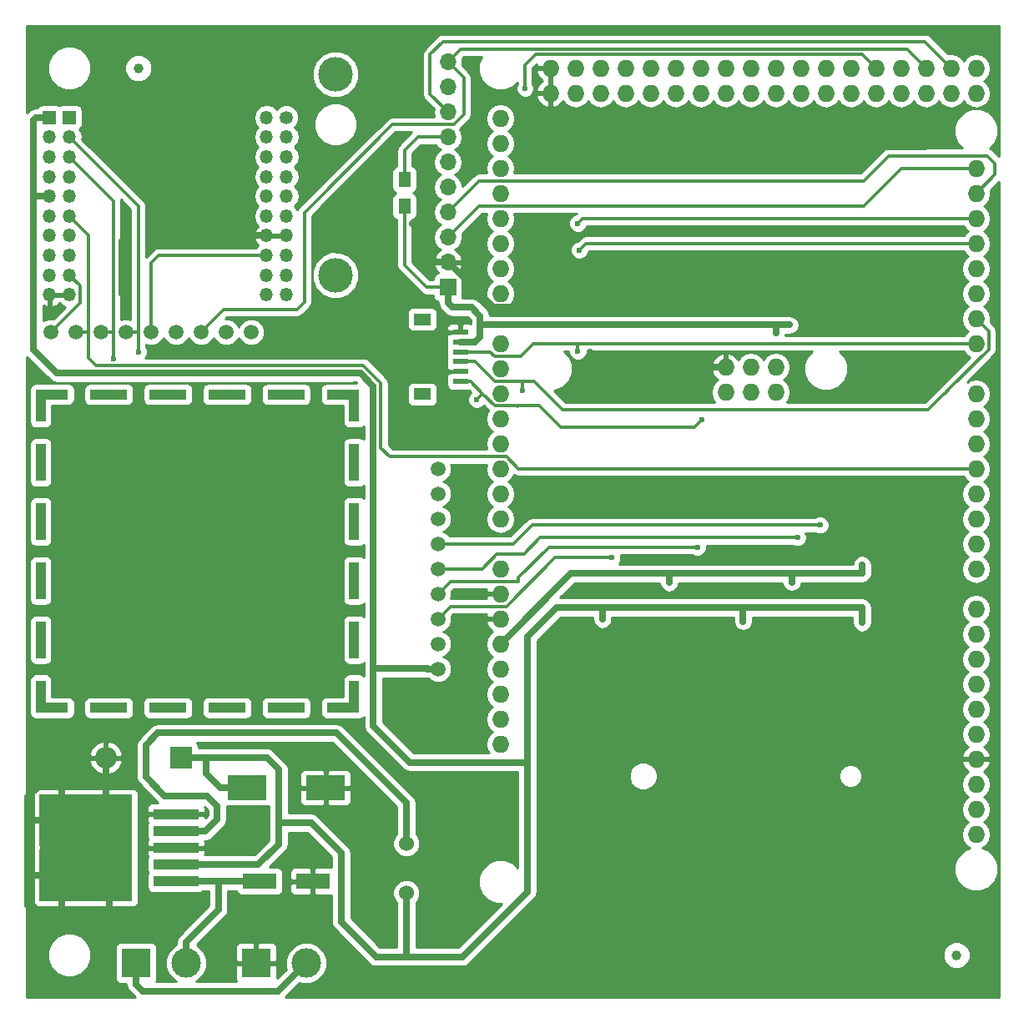
<source format=gbr>
G04 #@! TF.FileFunction,Copper,L1,Top,Signal*
%FSLAX46Y46*%
G04 Gerber Fmt 4.6, Leading zero omitted, Abs format (unit mm)*
G04 Created by KiCad (PCBNEW 4.0.7-e2-6376~58~ubuntu16.04.1) date Tue Oct  2 08:21:06 2018*
%MOMM*%
%LPD*%
G01*
G04 APERTURE LIST*
%ADD10C,0.100000*%
%ADD11R,1.350000X1.350000*%
%ADD12O,1.350000X1.350000*%
%ADD13C,1.350000*%
%ADD14C,1.524000*%
%ADD15O,1.727200X1.727200*%
%ADD16R,3.500000X1.600000*%
%ADD17R,4.000000X2.500000*%
%ADD18R,2.200000X2.200000*%
%ADD19O,2.200000X2.200000*%
%ADD20R,1.300000X1.500000*%
%ADD21C,1.500000*%
%ADD22R,4.600000X1.100000*%
%ADD23R,9.400000X10.800000*%
%ADD24R,4.550000X5.250000*%
%ADD25R,1.700000X1.700000*%
%ADD26O,1.700000X1.700000*%
%ADD27C,3.500000*%
%ADD28R,1.550000X0.600000*%
%ADD29R,1.800000X1.200000*%
%ADD30R,3.000000X3.000000*%
%ADD31C,3.000000*%
%ADD32R,1.000000X1.000000*%
%ADD33R,2.300000X1.000000*%
%ADD34R,3.800000X1.000000*%
%ADD35R,1.000000X2.300000*%
%ADD36R,1.000000X3.800000*%
%ADD37C,1.000000*%
%ADD38C,0.600000*%
%ADD39C,0.700000*%
%ADD40C,0.300000*%
%ADD41C,0.254000*%
G04 APERTURE END LIST*
D10*
D11*
X105000000Y-60000000D03*
X103000000Y-60000000D03*
D12*
X105000000Y-62000000D03*
X103000000Y-62000000D03*
X105000000Y-64000000D03*
X103000000Y-64000000D03*
X105000000Y-66000000D03*
X103000000Y-66000000D03*
X105000000Y-68000000D03*
X103000000Y-68000000D03*
X105000000Y-70000000D03*
X103000000Y-70000000D03*
X105000000Y-72000000D03*
X103000000Y-72000000D03*
X105000000Y-74000000D03*
X103000000Y-74000000D03*
X105000000Y-76000000D03*
X103000000Y-76000000D03*
X105000000Y-78000000D03*
X103000000Y-78000000D03*
X127000000Y-64000000D03*
D13*
X127000000Y-60000000D03*
D12*
X125000000Y-60000000D03*
X127000000Y-62000000D03*
X125000000Y-62000000D03*
X125000000Y-64000000D03*
X127000000Y-66000000D03*
X125000000Y-66000000D03*
X125000000Y-68000000D03*
X127000000Y-70000000D03*
X125000000Y-70000000D03*
X127000000Y-72000000D03*
X127000000Y-68000000D03*
X127000000Y-74000000D03*
X125000000Y-72000000D03*
X125000000Y-74000000D03*
X127000000Y-78000000D03*
X125000000Y-76000000D03*
X127000000Y-76000000D03*
X125000000Y-78000000D03*
D14*
X139192000Y-133684000D03*
X139192000Y-138684000D03*
D15*
X171600000Y-87893000D03*
X171600000Y-85353000D03*
X174140000Y-85353000D03*
X174140000Y-87893000D03*
X176680000Y-85353000D03*
X148740000Y-100720000D03*
X148740000Y-105800000D03*
X148740000Y-108340000D03*
X148740000Y-110880000D03*
X148740000Y-113420000D03*
X148740000Y-115960000D03*
X148740000Y-118500000D03*
X148740000Y-121040000D03*
X197000000Y-65160000D03*
X197000000Y-67700000D03*
X197000000Y-70240000D03*
X197000000Y-72780000D03*
X197000000Y-75320000D03*
X197000000Y-77860000D03*
X197000000Y-80400000D03*
X197000000Y-82940000D03*
X197000000Y-88020000D03*
X197000000Y-90560000D03*
X197000000Y-93100000D03*
X197000000Y-95640000D03*
X197000000Y-98180000D03*
X197000000Y-100720000D03*
X197000000Y-103260000D03*
X197000000Y-105800000D03*
X197000000Y-125104000D03*
X197000000Y-109864000D03*
X197000000Y-112404000D03*
X197000000Y-114944000D03*
X197000000Y-132724000D03*
X197000000Y-130184000D03*
X197000000Y-127644000D03*
X197000000Y-122564000D03*
X197000000Y-120024000D03*
X197000000Y-117484000D03*
X148740000Y-123580000D03*
X148740000Y-98180000D03*
X148740000Y-95640000D03*
X148740000Y-93100000D03*
X148740000Y-90560000D03*
X148740000Y-88020000D03*
X148740000Y-85480000D03*
X148740000Y-82940000D03*
X148740000Y-77860000D03*
X148740000Y-75320000D03*
X148740000Y-72780000D03*
X148740000Y-70240000D03*
X148740000Y-67700000D03*
X148740000Y-65160000D03*
X148740000Y-62620000D03*
X148740000Y-60080000D03*
X197000000Y-57540000D03*
X197000000Y-55000000D03*
X194460000Y-57540000D03*
X194460000Y-55000000D03*
X191920000Y-57540000D03*
X191920000Y-55000000D03*
X189380000Y-57540000D03*
X189380000Y-55000000D03*
X186840000Y-57540000D03*
X186840000Y-55000000D03*
X184300000Y-57540000D03*
X184300000Y-55000000D03*
X181760000Y-57540000D03*
X181760000Y-55000000D03*
X179220000Y-57540000D03*
X179220000Y-55000000D03*
X176680000Y-57540000D03*
X176680000Y-55000000D03*
X174140000Y-57540000D03*
X174140000Y-55000000D03*
X171600000Y-57540000D03*
X171600000Y-55000000D03*
X169060000Y-57540000D03*
X169060000Y-55000000D03*
X166520000Y-57540000D03*
X166520000Y-55000000D03*
X163980000Y-57540000D03*
X163980000Y-55000000D03*
X161440000Y-57540000D03*
X161440000Y-55000000D03*
X158900000Y-57540000D03*
X158900000Y-55000000D03*
X156360000Y-57540000D03*
X156360000Y-55000000D03*
X153820000Y-57540000D03*
X153820000Y-55000000D03*
X176680000Y-87893000D03*
D16*
X124300000Y-137515600D03*
X129700000Y-137515600D03*
D17*
X123000000Y-128016000D03*
X131000000Y-128016000D03*
D18*
X116332000Y-124968000D03*
D19*
X108712000Y-124968000D03*
D20*
X139000000Y-69000000D03*
X139000000Y-66300000D03*
D21*
X120904000Y-81788000D03*
X123444000Y-81788000D03*
X115824000Y-81788000D03*
X118364000Y-81788000D03*
X142389860Y-100718620D03*
X142389860Y-98178620D03*
X142389860Y-95638620D03*
X110744000Y-81788000D03*
X108204000Y-81788000D03*
X113284000Y-81788000D03*
X103124000Y-81788000D03*
X105664000Y-81788000D03*
X142389860Y-108338620D03*
X142389860Y-103258620D03*
X142389860Y-105798620D03*
X142389860Y-110878620D03*
X142389860Y-113418620D03*
X142389860Y-115958620D03*
D22*
X115824000Y-137512000D03*
X115824000Y-135812000D03*
X115824000Y-134112000D03*
X115824000Y-132412000D03*
X115824000Y-130712000D03*
D23*
X106674000Y-134112000D03*
D24*
X104249000Y-131337000D03*
X109099000Y-136887000D03*
X104249000Y-136887000D03*
X109099000Y-131337000D03*
D25*
X143400000Y-77240000D03*
D26*
X143400000Y-74700000D03*
X143400000Y-72160000D03*
X143400000Y-69620000D03*
X143400000Y-67080000D03*
X143400000Y-64540000D03*
X143400000Y-62000000D03*
X143400000Y-59460000D03*
X143400000Y-56920000D03*
X143400000Y-54380000D03*
D27*
X132000000Y-75999000D03*
X132000000Y-55625000D03*
D28*
X144685500Y-81788000D03*
X144685500Y-82788000D03*
X144685500Y-83788000D03*
X144685500Y-84788000D03*
X144685500Y-85788000D03*
X144685500Y-86788000D03*
D29*
X140810500Y-80488000D03*
X140810500Y-88088000D03*
D30*
X123952000Y-145796000D03*
D31*
X129032000Y-145796000D03*
D30*
X111760000Y-145796000D03*
D31*
X116840000Y-145796000D03*
D32*
X102100000Y-88100000D03*
X133900000Y-88100000D03*
X133900000Y-119900000D03*
X102100000Y-119900000D03*
D33*
X103750000Y-88100000D03*
X103750000Y-119900000D03*
D34*
X109000000Y-88100000D03*
X109000000Y-119900000D03*
X115000000Y-88100000D03*
X115000000Y-119900000D03*
X121000000Y-88100000D03*
X121000000Y-119900000D03*
X127000000Y-88100000D03*
X127000000Y-119900000D03*
D33*
X132250000Y-88100000D03*
X132250000Y-119900000D03*
D35*
X102100000Y-89750000D03*
X133900000Y-89750000D03*
D36*
X102100000Y-95000000D03*
X133900000Y-95000000D03*
X102100000Y-101000000D03*
X133900000Y-101000000D03*
X102100000Y-107000000D03*
X133900000Y-107000000D03*
X102100000Y-113000000D03*
X133900000Y-113000000D03*
D35*
X102100000Y-118250000D03*
X133900000Y-118250000D03*
D37*
X195000000Y-145000000D03*
X112000000Y-55000000D03*
D38*
X159082740Y-110906560D03*
X160147000Y-109728000D03*
X157993080Y-109728000D03*
X159082740Y-109728000D03*
X173345000Y-111125000D03*
X171958000Y-109728000D03*
X174625000Y-109728000D03*
X173342300Y-109728000D03*
X183896000Y-109728000D03*
X185420000Y-111252000D03*
X185420000Y-109728000D03*
X139827000Y-70764400D03*
X137185400Y-70764400D03*
X136017000Y-70764400D03*
X140919200Y-71459990D03*
X140919200Y-70764400D03*
X157835600Y-78638400D03*
X157835600Y-75946000D03*
X157835600Y-83820000D03*
X159486600Y-85353000D03*
X157835600Y-85344000D03*
X157835600Y-77343000D03*
X156006800Y-77343000D03*
X154178000Y-77343000D03*
X152654000Y-77343000D03*
X110363000Y-76835000D03*
X110363000Y-77927200D03*
X110363000Y-72593200D03*
X110363000Y-73888600D03*
X113157000Y-69519800D03*
X113148000Y-72000000D03*
X114046000Y-65354200D03*
X112776000Y-65354200D03*
X160065720Y-104673400D03*
X168716960Y-103601520D03*
X178866800Y-102636320D03*
X181160420Y-101363780D03*
X111988600Y-83778190D03*
X156591000Y-70739000D03*
X156743400Y-73456800D03*
X109474000Y-84478190D03*
X151231600Y-57073800D03*
X185420000Y-105410000D03*
X184607200Y-106273600D03*
X185420000Y-106273600D03*
X179146200Y-106273600D03*
X164846000Y-106273600D03*
X166878000Y-106273600D03*
X165862000Y-107188000D03*
X165862000Y-106273600D03*
X177469800Y-106273600D03*
X178308000Y-107162600D03*
X178308000Y-106273600D03*
X178054000Y-81051400D03*
X176680000Y-81841200D03*
X175260000Y-81051400D03*
X176682400Y-81051400D03*
X156598620Y-83713320D03*
X150939500Y-87675720D03*
X146304000Y-88646000D03*
X169164000Y-90678000D03*
D39*
X133807200Y-85928200D02*
X132971540Y-85928200D01*
X132971540Y-85928200D02*
X103733600Y-85928200D01*
X134505700Y-85920580D02*
X132979160Y-85920580D01*
X132979160Y-85920580D02*
X132971540Y-85928200D01*
X135854440Y-87269320D02*
X134505700Y-85920580D01*
X135854440Y-112039400D02*
X135854440Y-87269320D01*
X135854440Y-114157760D02*
X135854440Y-112039400D01*
X135854440Y-116011960D02*
X135854440Y-114157760D01*
X141313960Y-115943380D02*
X135923020Y-115943380D01*
X135854440Y-116011960D02*
X135923020Y-115943380D01*
X135854440Y-117335300D02*
X135854440Y-116011960D01*
X151485600Y-125450600D02*
X139545060Y-125450600D01*
X139545060Y-125450600D02*
X135854440Y-121759980D01*
X135854440Y-121759980D02*
X135854440Y-117335300D01*
X142389860Y-115958620D02*
X141329200Y-115958620D01*
X141329200Y-115958620D02*
X141313960Y-115943380D01*
X159082740Y-109728000D02*
X159082740Y-110906560D01*
X157624780Y-109728000D02*
X160147000Y-109728000D01*
X160147000Y-109728000D02*
X171958000Y-109728000D01*
X157624780Y-109728000D02*
X157993080Y-109728000D01*
X157993080Y-109728000D02*
X159082740Y-109728000D01*
X154432000Y-109728000D02*
X157624780Y-109728000D01*
X101371400Y-62842401D02*
X101371400Y-67995800D01*
X101371400Y-67995800D02*
X101371400Y-83566000D01*
X103000000Y-68000000D02*
X102045406Y-68000000D01*
X102045406Y-68000000D02*
X102041206Y-67995800D01*
X102041206Y-67995800D02*
X101371400Y-67995800D01*
X101371400Y-83566000D02*
X101774999Y-83969599D01*
X101371400Y-60253600D02*
X101371400Y-62842401D01*
X103000000Y-60000000D02*
X101625000Y-60000000D01*
X101625000Y-60000000D02*
X101371400Y-60253600D01*
X103733600Y-85928200D02*
X101774999Y-83969599D01*
X151485600Y-125450600D02*
X151485600Y-112674400D01*
X151485600Y-138557000D02*
X151485600Y-125450600D01*
X139141200Y-145186400D02*
X144856200Y-145186400D01*
X144856200Y-145186400D02*
X151485600Y-138557000D01*
X151485600Y-112674400D02*
X154432000Y-109728000D01*
X136118600Y-145186400D02*
X139141200Y-145186400D01*
X139192000Y-140030200D02*
X139192000Y-145135600D01*
X139192000Y-145135600D02*
X139141200Y-145186400D01*
X132588000Y-134620000D02*
X132588000Y-141655800D01*
X132588000Y-141655800D02*
X136118600Y-145186400D01*
X139192000Y-138684000D02*
X139192000Y-140030200D01*
X139192000Y-140030200D02*
X139217400Y-140055600D01*
X129540000Y-131572000D02*
X126288800Y-131572000D01*
X132588000Y-134620000D02*
X129540000Y-131572000D01*
X126288800Y-131572000D02*
X126238000Y-131521200D01*
X132588000Y-134645400D02*
X132588000Y-134620000D01*
X126238000Y-131521200D02*
X126238000Y-133731000D01*
X126238000Y-133731000D02*
X124157000Y-135812000D01*
X124157000Y-135812000D02*
X119761000Y-135812000D01*
X119761000Y-135812000D02*
X115824000Y-135812000D01*
X118846600Y-124968000D02*
X125069600Y-124968000D01*
X125069600Y-124968000D02*
X126238000Y-126136400D01*
X126238000Y-126136400D02*
X126238000Y-131521200D01*
X116332000Y-124968000D02*
X118846600Y-124968000D01*
X118846600Y-126562600D02*
X118846600Y-124968000D01*
X123000000Y-128016000D02*
X120300000Y-128016000D01*
X120300000Y-128016000D02*
X118846600Y-126562600D01*
X173342300Y-109728000D02*
X173342300Y-111122300D01*
X173342300Y-111122300D02*
X173345000Y-111125000D01*
X173342300Y-109728000D02*
X171958000Y-109728000D01*
X185420000Y-109728000D02*
X174625000Y-109728000D01*
X174625000Y-109728000D02*
X173342300Y-109728000D01*
X185420000Y-109728000D02*
X185420000Y-111252000D01*
X115824000Y-135812000D02*
X115824000Y-135763000D01*
X100792280Y-139918440D02*
X101727000Y-140853160D01*
X101727000Y-140853160D02*
X109128560Y-140853160D01*
X100792280Y-128976120D02*
X100792280Y-139918440D01*
X102534720Y-127233680D02*
X100792280Y-128976120D01*
X104256840Y-127233680D02*
X102534720Y-127233680D01*
X104256840Y-127233680D02*
X104249000Y-127241520D01*
X104249000Y-127241520D02*
X104249000Y-127764760D01*
X108712000Y-127233680D02*
X108712000Y-130950000D01*
X108712000Y-127233680D02*
X104256840Y-127233680D01*
X108712000Y-124968000D02*
X108712000Y-127233680D01*
X104249000Y-131337000D02*
X104249000Y-127764760D01*
X109128560Y-140241560D02*
X109128560Y-140853160D01*
X109099000Y-136887000D02*
X109099000Y-140212000D01*
X109099000Y-140212000D02*
X109128560Y-140241560D01*
X104267000Y-140230000D02*
X104267000Y-140787120D01*
X104249000Y-136887000D02*
X104249000Y-140212000D01*
X104249000Y-140212000D02*
X104267000Y-140230000D01*
X101252360Y-136865360D02*
X101274000Y-136887000D01*
X104249000Y-136887000D02*
X101274000Y-136887000D01*
X101234680Y-131297680D02*
X101274000Y-131337000D01*
X104249000Y-131337000D02*
X101274000Y-131337000D01*
X108712000Y-130950000D02*
X109099000Y-131337000D01*
X109099000Y-136887000D02*
X109099000Y-131337000D01*
X104249000Y-136887000D02*
X109099000Y-136887000D01*
X104249000Y-131337000D02*
X104249000Y-136887000D01*
X109099000Y-131337000D02*
X104249000Y-131337000D01*
X140919200Y-70764400D02*
X139827000Y-70764400D01*
X136017000Y-70764400D02*
X137185400Y-70764400D01*
X140919200Y-74015600D02*
X140919200Y-71459990D01*
X140919200Y-71459990D02*
X140919200Y-70764400D01*
X141603600Y-74700000D02*
X140919200Y-74015600D01*
X143400000Y-74700000D02*
X141603600Y-74700000D01*
X157835600Y-77343000D02*
X157835600Y-78638400D01*
X157835600Y-77343000D02*
X157835600Y-75946000D01*
X157835600Y-85344000D02*
X157835600Y-83820000D01*
X171600000Y-85353000D02*
X159486600Y-85353000D01*
X159486600Y-85353000D02*
X158352600Y-85353000D01*
X158352600Y-85353000D02*
X158343600Y-85344000D01*
X158343600Y-85344000D02*
X157835600Y-85344000D01*
X156006800Y-77343000D02*
X157835600Y-77343000D01*
X154602264Y-77343000D02*
X156006800Y-77343000D01*
X154178000Y-77343000D02*
X154602264Y-77343000D01*
X152654000Y-77343000D02*
X154178000Y-77343000D01*
X143400000Y-74700000D02*
X147973601Y-79273601D01*
X147973601Y-79273601D02*
X150723399Y-79273601D01*
X150723399Y-79273601D02*
X152654000Y-77343000D01*
X110363000Y-73888600D02*
X110363000Y-76835000D01*
X110363000Y-76835000D02*
X110363000Y-77927200D01*
X110363000Y-73888600D02*
X110363000Y-72593200D01*
X113157000Y-69519800D02*
X113157000Y-71991000D01*
X113157000Y-71991000D02*
X113148000Y-72000000D01*
X117500400Y-65354200D02*
X114046000Y-65354200D01*
X114046000Y-65354200D02*
X112776000Y-65354200D01*
X120142000Y-67995800D02*
X117500400Y-65354200D01*
X120142000Y-72000000D02*
X113148000Y-72000000D01*
X125000000Y-72000000D02*
X120142000Y-72000000D01*
X120142000Y-72000000D02*
X120142000Y-67995800D01*
X120396000Y-137515600D02*
X120129300Y-137515600D01*
X120129300Y-137515600D02*
X115827600Y-137515600D01*
X116840000Y-145796000D02*
X116840000Y-143674680D01*
X116840000Y-143674680D02*
X120129300Y-140385380D01*
X120129300Y-140385380D02*
X120129300Y-137515600D01*
X124300000Y-137515600D02*
X120396000Y-137515600D01*
X115827600Y-137515600D02*
X115824000Y-137512000D01*
D40*
X142389860Y-110878620D02*
X143652081Y-109616399D01*
X143652081Y-109616399D02*
X149346529Y-109616399D01*
X149346529Y-109616399D02*
X154289528Y-104673400D01*
X154289528Y-104673400D02*
X160065720Y-104673400D01*
X150545800Y-107063601D02*
X150545800Y-106705400D01*
X143664879Y-107063601D02*
X150545800Y-107063601D01*
X142389860Y-108338620D02*
X143664879Y-107063601D01*
X150545800Y-106705400D02*
X153642060Y-103609140D01*
X153642060Y-103609140D02*
X168709340Y-103609140D01*
X168709340Y-103609140D02*
X168716960Y-103601520D01*
X178866800Y-102636320D02*
X178864260Y-102633780D01*
X178864260Y-102633780D02*
X152770840Y-102633780D01*
X152770840Y-102633780D02*
X151104600Y-104300020D01*
X151104600Y-104300020D02*
X148369850Y-104300020D01*
X148369850Y-104300020D02*
X146871250Y-105798620D01*
X146871250Y-105798620D02*
X142389860Y-105798620D01*
X181160420Y-101363780D02*
X151958040Y-101363780D01*
X151958040Y-101363780D02*
X150063200Y-103258620D01*
X150063200Y-103258620D02*
X142389860Y-103258620D01*
D39*
X111760000Y-145796000D02*
X111760000Y-147996000D01*
X111760000Y-147996000D02*
X112430200Y-148666200D01*
X112430200Y-148666200D02*
X126161800Y-148666200D01*
X126161800Y-148666200D02*
X129032000Y-145796000D01*
X113995200Y-122453400D02*
X112776000Y-123672600D01*
X132080000Y-122453400D02*
X113995200Y-122453400D01*
X112776000Y-123672600D02*
X112776000Y-126923800D01*
X139192000Y-129565400D02*
X132080000Y-122453400D01*
X139192000Y-133684000D02*
X139192000Y-129565400D01*
X112776000Y-126923800D02*
X114681000Y-128828800D01*
X118973600Y-128828800D02*
X120015000Y-129870200D01*
X120015000Y-129870200D02*
X120015000Y-131221000D01*
X120015000Y-131221000D02*
X118824000Y-132412000D01*
X114681000Y-128828800D02*
X118973600Y-128828800D01*
X118824000Y-132412000D02*
X115824000Y-132412000D01*
D40*
X111988600Y-81788000D02*
X111988600Y-79375000D01*
X111988600Y-83778190D02*
X111988600Y-81788000D01*
X111988600Y-81788000D02*
X110744000Y-81788000D01*
X111988600Y-79375000D02*
X111988600Y-68988600D01*
X111988600Y-68988600D02*
X110744000Y-67744000D01*
X105000000Y-62000000D02*
X110744000Y-67744000D01*
X157556200Y-70231000D02*
X157099000Y-70231000D01*
X157099000Y-70231000D02*
X156591000Y-70739000D01*
X158699200Y-70231000D02*
X157556200Y-70231000D01*
X166624000Y-70231000D02*
X158699200Y-70231000D01*
X176613600Y-70231000D02*
X166624000Y-70231000D01*
X176622600Y-70240000D02*
X176613600Y-70231000D01*
X197000000Y-70240000D02*
X176622600Y-70240000D01*
X109474000Y-81788000D02*
X109474000Y-68474000D01*
X108204000Y-67204000D02*
X105000000Y-64000000D01*
X109474000Y-68474000D02*
X108204000Y-67204000D01*
X158699200Y-72783700D02*
X158394400Y-72783700D01*
X156743400Y-73456800D02*
X157416500Y-72783700D01*
X157416500Y-72783700D02*
X158394400Y-72783700D01*
X109474000Y-84478190D02*
X109474000Y-82880200D01*
X109474000Y-82880200D02*
X109474000Y-81788000D01*
X109474000Y-81788000D02*
X108204000Y-81788000D01*
X181660800Y-72783700D02*
X158699200Y-72783700D01*
X185226960Y-72783700D02*
X181660800Y-72783700D01*
X185229500Y-72781160D02*
X185226960Y-72783700D01*
X186402980Y-72781160D02*
X185229500Y-72781160D01*
X187533280Y-72781160D02*
X186402980Y-72781160D01*
X191538860Y-72781160D02*
X187533280Y-72781160D01*
X191540020Y-72780000D02*
X191538860Y-72781160D01*
X197000000Y-72780000D02*
X191540020Y-72780000D01*
X106934000Y-81711800D02*
X106934000Y-82677000D01*
X132347410Y-85178190D02*
X107682590Y-85178190D01*
X106934000Y-82677000D02*
X106934000Y-83032600D01*
X197000000Y-95640000D02*
X195778686Y-95640000D01*
X195778686Y-95640000D02*
X195769686Y-95631000D01*
X138836400Y-94411800D02*
X137490200Y-94411800D01*
X195769686Y-95631000D02*
X150527130Y-95631000D01*
X138850999Y-94426399D02*
X138836400Y-94411800D01*
X150527130Y-95631000D02*
X149322529Y-94426399D01*
X134816364Y-85170570D02*
X132355030Y-85170570D01*
X107682590Y-85178190D02*
X106934000Y-84429600D01*
X149322529Y-94426399D02*
X138850999Y-94426399D01*
X137490200Y-94411800D02*
X136604450Y-93526050D01*
X136604450Y-93526050D02*
X136604449Y-86958655D01*
X136604449Y-86958655D02*
X134816364Y-85170570D01*
X132355030Y-85170570D02*
X132347410Y-85178190D01*
X106934000Y-84429600D02*
X106934000Y-82677000D01*
X106934000Y-81711800D02*
X106857800Y-81788000D01*
X106857800Y-81788000D02*
X105664000Y-81788000D01*
X106934000Y-81711800D02*
X106934000Y-71934000D01*
X106934000Y-71934000D02*
X106704200Y-71704200D01*
X106704200Y-71704200D02*
X105000000Y-70000000D01*
X103124000Y-81788000D02*
X106095800Y-78816200D01*
X105968800Y-76968800D02*
X105000000Y-76000000D01*
X106095800Y-78816200D02*
X106095800Y-77095800D01*
X106095800Y-77095800D02*
X105968800Y-76968800D01*
X151231600Y-54660800D02*
X151231600Y-57073800D01*
X152292391Y-53600009D02*
X151231600Y-54660800D01*
X152419391Y-53600009D02*
X152292391Y-53600009D01*
X186840000Y-55000000D02*
X185440009Y-53600009D01*
X185440009Y-53600009D02*
X152419391Y-53600009D01*
X113284000Y-81788000D02*
X113284000Y-74757280D01*
X113284000Y-74757280D02*
X114041280Y-74000000D01*
X114041280Y-74000000D02*
X125000000Y-74000000D01*
X143400000Y-77240000D02*
X141248000Y-77240000D01*
X141248000Y-77240000D02*
X139000000Y-74992000D01*
X139000000Y-74992000D02*
X139000000Y-73406000D01*
X139000000Y-73406000D02*
X139000000Y-69000000D01*
D39*
X146685000Y-80137000D02*
X146685000Y-81076800D01*
X143883400Y-79273400D02*
X145821400Y-79273400D01*
X145821400Y-79273400D02*
X146685000Y-80137000D01*
X143400000Y-77240000D02*
X143400000Y-78790000D01*
X143400000Y-78790000D02*
X143883400Y-79273400D01*
X146685000Y-81076800D02*
X146685000Y-82263500D01*
X175260000Y-81051400D02*
X146710400Y-81051400D01*
X146710400Y-81051400D02*
X146685000Y-81076800D01*
X146685000Y-82263500D02*
X146160500Y-82788000D01*
X146160500Y-82788000D02*
X144685500Y-82788000D01*
X185420000Y-106273600D02*
X185420000Y-105410000D01*
X184607200Y-106273600D02*
X185420000Y-106273600D01*
X178308000Y-106273600D02*
X179146200Y-106273600D01*
X179146200Y-106273600D02*
X184607200Y-106273600D01*
X155886400Y-106273600D02*
X164846000Y-106273600D01*
X164846000Y-106273600D02*
X165862000Y-106273600D01*
X165862000Y-106273600D02*
X166878000Y-106273600D01*
X166878000Y-106273600D02*
X177469800Y-106273600D01*
X165862000Y-106273600D02*
X165862000Y-107188000D01*
X177469800Y-106273600D02*
X178308000Y-106273600D01*
X178308000Y-106273600D02*
X178308000Y-107162600D01*
X148740000Y-113420000D02*
X155886400Y-106273600D01*
X176682400Y-81051400D02*
X178054000Y-81051400D01*
X176682400Y-81051400D02*
X176682400Y-81838800D01*
X176682400Y-81838800D02*
X176680000Y-81841200D01*
X176682400Y-81051400D02*
X175260000Y-81051400D01*
D40*
X143400000Y-62000000D02*
X140344020Y-62000000D01*
X140344020Y-62000000D02*
X139000000Y-63344020D01*
X139000000Y-63344020D02*
X139000000Y-66300000D01*
X197000000Y-67700000D02*
X198882000Y-65818000D01*
X198882000Y-65818000D02*
X198882000Y-64643000D01*
X198882000Y-64643000D02*
X198135399Y-63896399D01*
X198135399Y-63896399D02*
X191856201Y-63896399D01*
X191856201Y-63896399D02*
X191846200Y-63906400D01*
X191846200Y-63906400D02*
X188115001Y-63906400D01*
X188115001Y-63906400D02*
X185597800Y-66423601D01*
X146596399Y-66423601D02*
X185597800Y-66423601D01*
X143400000Y-69620000D02*
X146596399Y-66423601D01*
X197000000Y-65160000D02*
X189376001Y-65160000D01*
X144249999Y-71310001D02*
X143400000Y-72160000D01*
X189376001Y-65160000D02*
X185572400Y-68963601D01*
X185572400Y-68963601D02*
X146596399Y-68963601D01*
X146596399Y-68963601D02*
X144249999Y-71310001D01*
X143400000Y-59460000D02*
X141605000Y-57665000D01*
X141605000Y-57665000D02*
X141605000Y-53619400D01*
X142900400Y-52324000D02*
X191784000Y-52324000D01*
X141605000Y-53619400D02*
X142900400Y-52324000D01*
X191784000Y-52324000D02*
X194460000Y-55000000D01*
X128828800Y-78714600D02*
X128828800Y-69672200D01*
X129942781Y-68569840D02*
X129931160Y-68569840D01*
X129931160Y-68569840D02*
X128828800Y-69672200D01*
X137802620Y-60710001D02*
X144000001Y-60710001D01*
X129942781Y-68569840D02*
X137802620Y-60710001D01*
X145008600Y-59701402D02*
X145008600Y-55988600D01*
X145008600Y-55988600D02*
X143400000Y-54380000D01*
X144000001Y-60710001D02*
X145008600Y-59701402D01*
X128066800Y-79476600D02*
X128828800Y-78714600D01*
X120675400Y-79476600D02*
X128066800Y-79476600D01*
X118364000Y-81788000D02*
X120675400Y-79476600D01*
X143400000Y-54380000D02*
X144730001Y-53049999D01*
X144730001Y-53049999D02*
X189969999Y-53049999D01*
X189969999Y-53049999D02*
X191056401Y-54136401D01*
X191056401Y-54136401D02*
X191920000Y-55000000D01*
X197000000Y-82940000D02*
X156598620Y-82940000D01*
X156598620Y-82940000D02*
X152101599Y-82940000D01*
X156598620Y-83713320D02*
X156598620Y-83289056D01*
X156598620Y-83289056D02*
X156598620Y-82940000D01*
X152101599Y-82940000D02*
X150825200Y-84216399D01*
X150825200Y-84216399D02*
X148133471Y-84216399D01*
X148133471Y-84216399D02*
X147705072Y-83788000D01*
X147705072Y-83788000D02*
X144685500Y-83788000D01*
X150939500Y-86743601D02*
X152123599Y-86743601D01*
X152123599Y-86743601D02*
X155041998Y-89662000D01*
X155041998Y-89662000D02*
X192112900Y-89662000D01*
X192112900Y-89662000D02*
X193763900Y-88011000D01*
X193763900Y-88011000D02*
X193776600Y-88011000D01*
X193776600Y-88011000D02*
X194307599Y-87480001D01*
X194307599Y-87480001D02*
X194330129Y-87480001D01*
X194330129Y-87480001D02*
X198263601Y-83546529D01*
X198263601Y-83546529D02*
X198263601Y-81663601D01*
X198263601Y-81663601D02*
X197000000Y-80400000D01*
X148133471Y-86743601D02*
X150939500Y-86743601D01*
X150939500Y-87675720D02*
X150939500Y-87251456D01*
X150939500Y-87251456D02*
X150939500Y-86743601D01*
X144685500Y-84788000D02*
X146177870Y-84788000D01*
X146177870Y-84788000D02*
X148133471Y-86743601D01*
X146939000Y-88015130D02*
X146934870Y-88015130D01*
X146934870Y-88015130D02*
X146304000Y-88646000D01*
X145715670Y-86791800D02*
X146939000Y-88015130D01*
X146939000Y-88015130D02*
X148179470Y-89255600D01*
X154828240Y-91401900D02*
X168440100Y-91401900D01*
X151447500Y-89255600D02*
X152681940Y-89255600D01*
X152681940Y-89255600D02*
X154828240Y-91401900D01*
X148179470Y-89255600D02*
X150431500Y-89255600D01*
X150431500Y-89255600D02*
X151447500Y-89255600D01*
X150495000Y-89319100D02*
X150431500Y-89255600D01*
X144685500Y-86788000D02*
X145160500Y-86788000D01*
X145160500Y-86788000D02*
X145164300Y-86791800D01*
X145164300Y-86791800D02*
X145715670Y-86791800D01*
X168440100Y-91401900D02*
X169164000Y-90678000D01*
D41*
G36*
X199290000Y-149290000D02*
X126931000Y-149290000D01*
X128382820Y-147838180D01*
X128605459Y-147930628D01*
X129454815Y-147931370D01*
X130239800Y-147607020D01*
X130840909Y-147006959D01*
X131166628Y-146222541D01*
X131167370Y-145373185D01*
X130843020Y-144588200D01*
X130242959Y-143987091D01*
X129458541Y-143661372D01*
X128609185Y-143660630D01*
X127824200Y-143984980D01*
X127223091Y-144585041D01*
X126897372Y-145369459D01*
X126896630Y-146218815D01*
X126990062Y-146444938D01*
X126087000Y-147348000D01*
X126087000Y-146081750D01*
X125928250Y-145923000D01*
X124079000Y-145923000D01*
X124079000Y-145943000D01*
X123825000Y-145943000D01*
X123825000Y-145923000D01*
X121975750Y-145923000D01*
X121817000Y-146081750D01*
X121817000Y-147422310D01*
X121913673Y-147655699D01*
X121939174Y-147681200D01*
X117868271Y-147681200D01*
X118047800Y-147607020D01*
X118648909Y-147006959D01*
X118974628Y-146222541D01*
X118975370Y-145373185D01*
X118651020Y-144588200D01*
X118233240Y-144169690D01*
X121817000Y-144169690D01*
X121817000Y-145510250D01*
X121975750Y-145669000D01*
X123825000Y-145669000D01*
X123825000Y-143819750D01*
X124079000Y-143819750D01*
X124079000Y-145669000D01*
X125928250Y-145669000D01*
X126087000Y-145510250D01*
X126087000Y-144169690D01*
X125990327Y-143936301D01*
X125811698Y-143757673D01*
X125578309Y-143661000D01*
X124237750Y-143661000D01*
X124079000Y-143819750D01*
X123825000Y-143819750D01*
X123666250Y-143661000D01*
X122325691Y-143661000D01*
X122092302Y-143757673D01*
X121913673Y-143936301D01*
X121817000Y-144169690D01*
X118233240Y-144169690D01*
X118050959Y-143987091D01*
X117958840Y-143948840D01*
X120825800Y-141081880D01*
X121039321Y-140762323D01*
X121114300Y-140385380D01*
X121114300Y-138500600D01*
X121937370Y-138500600D01*
X121946838Y-138550917D01*
X122085910Y-138767041D01*
X122298110Y-138912031D01*
X122550000Y-138963040D01*
X126050000Y-138963040D01*
X126285317Y-138918762D01*
X126501441Y-138779690D01*
X126646431Y-138567490D01*
X126697440Y-138315600D01*
X126697440Y-137801350D01*
X127315000Y-137801350D01*
X127315000Y-138441910D01*
X127411673Y-138675299D01*
X127590302Y-138853927D01*
X127823691Y-138950600D01*
X129414250Y-138950600D01*
X129573000Y-138791850D01*
X129573000Y-137642600D01*
X127473750Y-137642600D01*
X127315000Y-137801350D01*
X126697440Y-137801350D01*
X126697440Y-136715600D01*
X126673674Y-136589290D01*
X127315000Y-136589290D01*
X127315000Y-137229850D01*
X127473750Y-137388600D01*
X129573000Y-137388600D01*
X129573000Y-136239350D01*
X129414250Y-136080600D01*
X127823691Y-136080600D01*
X127590302Y-136177273D01*
X127411673Y-136355901D01*
X127315000Y-136589290D01*
X126673674Y-136589290D01*
X126653162Y-136480283D01*
X126514090Y-136264159D01*
X126301890Y-136119169D01*
X126050000Y-136068160D01*
X125293840Y-136068160D01*
X126934500Y-134427500D01*
X127148021Y-134107943D01*
X127184709Y-133923500D01*
X127223000Y-133731000D01*
X127223000Y-132557000D01*
X129132000Y-132557000D01*
X131603000Y-135028000D01*
X131603000Y-136091656D01*
X131576309Y-136080600D01*
X129985750Y-136080600D01*
X129827000Y-136239350D01*
X129827000Y-137388600D01*
X129847000Y-137388600D01*
X129847000Y-137642600D01*
X129827000Y-137642600D01*
X129827000Y-138791850D01*
X129985750Y-138950600D01*
X131576309Y-138950600D01*
X131603000Y-138939544D01*
X131603000Y-141655800D01*
X131677979Y-142032743D01*
X131891500Y-142352300D01*
X135422100Y-145882900D01*
X135741657Y-146096421D01*
X136118600Y-146171400D01*
X144856200Y-146171400D01*
X145233143Y-146096421D01*
X145552700Y-145882900D01*
X146158939Y-145276661D01*
X193602758Y-145276661D01*
X193814990Y-145790303D01*
X194207630Y-146183629D01*
X194720900Y-146396757D01*
X195276661Y-146397242D01*
X195790303Y-146185010D01*
X196183629Y-145792370D01*
X196396757Y-145279100D01*
X196397242Y-144723339D01*
X196185010Y-144209697D01*
X195792370Y-143816371D01*
X195279100Y-143603243D01*
X194723339Y-143602758D01*
X194209697Y-143814990D01*
X193816371Y-144207630D01*
X193603243Y-144720900D01*
X193602758Y-145276661D01*
X146158939Y-145276661D01*
X152182100Y-139253500D01*
X152395621Y-138933943D01*
X152428820Y-138767041D01*
X152470600Y-138557000D01*
X152470600Y-136722619D01*
X194764613Y-136722619D01*
X195104155Y-137544372D01*
X195732321Y-138173636D01*
X196553481Y-138514611D01*
X197442619Y-138515387D01*
X198264372Y-138175845D01*
X198893636Y-137547679D01*
X199234611Y-136726519D01*
X199235387Y-135837381D01*
X198895845Y-135015628D01*
X198267679Y-134386364D01*
X197610200Y-134113355D01*
X198059670Y-133813029D01*
X198384526Y-133326848D01*
X198498600Y-132753359D01*
X198498600Y-132694641D01*
X198384526Y-132121152D01*
X198059670Y-131634971D01*
X197788828Y-131454000D01*
X198059670Y-131273029D01*
X198384526Y-130786848D01*
X198498600Y-130213359D01*
X198498600Y-130154641D01*
X198384526Y-129581152D01*
X198059670Y-129094971D01*
X197788828Y-128914000D01*
X198059670Y-128733029D01*
X198384526Y-128246848D01*
X198498600Y-127673359D01*
X198498600Y-127614641D01*
X198384526Y-127041152D01*
X198059670Y-126554971D01*
X197788839Y-126374008D01*
X198206821Y-125992490D01*
X198454968Y-125463027D01*
X198334469Y-125231000D01*
X197127000Y-125231000D01*
X197127000Y-125251000D01*
X196873000Y-125251000D01*
X196873000Y-125231000D01*
X195665531Y-125231000D01*
X195545032Y-125463027D01*
X195793179Y-125992490D01*
X196211161Y-126374008D01*
X195940330Y-126554971D01*
X195615474Y-127041152D01*
X195501400Y-127614641D01*
X195501400Y-127673359D01*
X195615474Y-128246848D01*
X195940330Y-128733029D01*
X196211172Y-128914000D01*
X195940330Y-129094971D01*
X195615474Y-129581152D01*
X195501400Y-130154641D01*
X195501400Y-130213359D01*
X195615474Y-130786848D01*
X195940330Y-131273029D01*
X196211172Y-131454000D01*
X195940330Y-131634971D01*
X195615474Y-132121152D01*
X195501400Y-132694641D01*
X195501400Y-132753359D01*
X195615474Y-133326848D01*
X195940330Y-133813029D01*
X196390263Y-134113665D01*
X195735628Y-134384155D01*
X195106364Y-135012321D01*
X194765389Y-135833481D01*
X194764613Y-136722619D01*
X152470600Y-136722619D01*
X152470600Y-127109187D01*
X161784752Y-127109187D01*
X162002757Y-127636800D01*
X162406077Y-128040824D01*
X162933309Y-128259750D01*
X163504187Y-128260248D01*
X164031800Y-128042243D01*
X164435824Y-127638923D01*
X164654750Y-127111691D01*
X164654795Y-127059677D01*
X183034794Y-127059677D01*
X183214820Y-127495372D01*
X183547875Y-127829009D01*
X183983255Y-128009794D01*
X184454677Y-128010206D01*
X184890372Y-127830180D01*
X185224009Y-127497125D01*
X185404794Y-127061745D01*
X185405206Y-126590323D01*
X185225180Y-126154628D01*
X184892125Y-125820991D01*
X184456745Y-125640206D01*
X183985323Y-125639794D01*
X183549628Y-125819820D01*
X183215991Y-126152875D01*
X183035206Y-126588255D01*
X183034794Y-127059677D01*
X164654795Y-127059677D01*
X164655248Y-126540813D01*
X164437243Y-126013200D01*
X164033923Y-125609176D01*
X163506691Y-125390250D01*
X162935813Y-125389752D01*
X162408200Y-125607757D01*
X162004176Y-126011077D01*
X161785250Y-126538309D01*
X161784752Y-127109187D01*
X152470600Y-127109187D01*
X152470600Y-113082400D01*
X154840000Y-110713000D01*
X158097740Y-110713000D01*
X158097740Y-110906560D01*
X158172719Y-111283503D01*
X158386240Y-111603060D01*
X158705797Y-111816581D01*
X159082740Y-111891560D01*
X159459683Y-111816581D01*
X159779240Y-111603060D01*
X159992761Y-111283503D01*
X160067740Y-110906560D01*
X160067740Y-110713000D01*
X172357300Y-110713000D01*
X172357300Y-111122300D01*
X172432279Y-111499243D01*
X172645800Y-111818800D01*
X172648500Y-111821500D01*
X172968057Y-112035021D01*
X173345000Y-112109999D01*
X173721943Y-112035021D01*
X174041500Y-111821500D01*
X174255021Y-111501943D01*
X174329999Y-111125000D01*
X174327300Y-111111431D01*
X174327300Y-110713000D01*
X184435000Y-110713000D01*
X184435000Y-111252000D01*
X184509979Y-111628943D01*
X184723500Y-111948500D01*
X185043057Y-112162021D01*
X185420000Y-112237000D01*
X185796943Y-112162021D01*
X186116500Y-111948500D01*
X186330021Y-111628943D01*
X186405000Y-111252000D01*
X186405000Y-109834641D01*
X195501400Y-109834641D01*
X195501400Y-109893359D01*
X195615474Y-110466848D01*
X195940330Y-110953029D01*
X196211172Y-111134000D01*
X195940330Y-111314971D01*
X195615474Y-111801152D01*
X195501400Y-112374641D01*
X195501400Y-112433359D01*
X195615474Y-113006848D01*
X195940330Y-113493029D01*
X196211172Y-113674000D01*
X195940330Y-113854971D01*
X195615474Y-114341152D01*
X195501400Y-114914641D01*
X195501400Y-114973359D01*
X195615474Y-115546848D01*
X195940330Y-116033029D01*
X196211172Y-116214000D01*
X195940330Y-116394971D01*
X195615474Y-116881152D01*
X195501400Y-117454641D01*
X195501400Y-117513359D01*
X195615474Y-118086848D01*
X195940330Y-118573029D01*
X196211172Y-118754000D01*
X195940330Y-118934971D01*
X195615474Y-119421152D01*
X195501400Y-119994641D01*
X195501400Y-120053359D01*
X195615474Y-120626848D01*
X195940330Y-121113029D01*
X196211172Y-121294000D01*
X195940330Y-121474971D01*
X195615474Y-121961152D01*
X195501400Y-122534641D01*
X195501400Y-122593359D01*
X195615474Y-123166848D01*
X195940330Y-123653029D01*
X196211161Y-123833992D01*
X195793179Y-124215510D01*
X195545032Y-124744973D01*
X195665531Y-124977000D01*
X196873000Y-124977000D01*
X196873000Y-124957000D01*
X197127000Y-124957000D01*
X197127000Y-124977000D01*
X198334469Y-124977000D01*
X198454968Y-124744973D01*
X198206821Y-124215510D01*
X197788839Y-123833992D01*
X198059670Y-123653029D01*
X198384526Y-123166848D01*
X198498600Y-122593359D01*
X198498600Y-122534641D01*
X198384526Y-121961152D01*
X198059670Y-121474971D01*
X197788828Y-121294000D01*
X198059670Y-121113029D01*
X198384526Y-120626848D01*
X198498600Y-120053359D01*
X198498600Y-119994641D01*
X198384526Y-119421152D01*
X198059670Y-118934971D01*
X197788828Y-118754000D01*
X198059670Y-118573029D01*
X198384526Y-118086848D01*
X198498600Y-117513359D01*
X198498600Y-117454641D01*
X198384526Y-116881152D01*
X198059670Y-116394971D01*
X197788828Y-116214000D01*
X198059670Y-116033029D01*
X198384526Y-115546848D01*
X198498600Y-114973359D01*
X198498600Y-114914641D01*
X198384526Y-114341152D01*
X198059670Y-113854971D01*
X197788828Y-113674000D01*
X198059670Y-113493029D01*
X198384526Y-113006848D01*
X198498600Y-112433359D01*
X198498600Y-112374641D01*
X198384526Y-111801152D01*
X198059670Y-111314971D01*
X197788828Y-111134000D01*
X198059670Y-110953029D01*
X198384526Y-110466848D01*
X198498600Y-109893359D01*
X198498600Y-109834641D01*
X198384526Y-109261152D01*
X198059670Y-108774971D01*
X197573489Y-108450115D01*
X197000000Y-108336041D01*
X196426511Y-108450115D01*
X195940330Y-108774971D01*
X195615474Y-109261152D01*
X195501400Y-109834641D01*
X186405000Y-109834641D01*
X186405000Y-109728000D01*
X186330021Y-109351057D01*
X186116500Y-109031500D01*
X185796943Y-108817979D01*
X185420000Y-108743000D01*
X154810000Y-108743000D01*
X156294400Y-107258600D01*
X164891043Y-107258600D01*
X164951979Y-107564943D01*
X165165500Y-107884500D01*
X165485057Y-108098021D01*
X165862000Y-108173000D01*
X166238943Y-108098021D01*
X166558500Y-107884500D01*
X166772021Y-107564943D01*
X166832957Y-107258600D01*
X177342096Y-107258600D01*
X177397979Y-107539543D01*
X177611500Y-107859100D01*
X177931057Y-108072621D01*
X178308000Y-108147600D01*
X178684943Y-108072621D01*
X179004500Y-107859100D01*
X179218021Y-107539543D01*
X179273904Y-107258600D01*
X185420000Y-107258600D01*
X185796943Y-107183621D01*
X186116500Y-106970100D01*
X186330021Y-106650543D01*
X186405000Y-106273600D01*
X186405000Y-105410000D01*
X186330021Y-105033057D01*
X186116500Y-104713500D01*
X185796943Y-104499979D01*
X185420000Y-104425000D01*
X185043057Y-104499979D01*
X184723500Y-104713500D01*
X184509979Y-105033057D01*
X184459148Y-105288600D01*
X160772891Y-105288600D01*
X160857912Y-105203727D01*
X161000558Y-104860199D01*
X161000882Y-104488233D01*
X160962004Y-104394140D01*
X168187664Y-104394140D01*
X168530161Y-104536358D01*
X168902127Y-104536682D01*
X169245903Y-104394637D01*
X169509152Y-104131847D01*
X169651798Y-103788319D01*
X169652120Y-103418780D01*
X178326758Y-103418780D01*
X178336473Y-103428512D01*
X178680001Y-103571158D01*
X179051967Y-103571482D01*
X179395743Y-103429437D01*
X179658992Y-103166647D01*
X179801638Y-102823119D01*
X179801962Y-102451153D01*
X179677024Y-102148780D01*
X180622914Y-102148780D01*
X180630093Y-102155972D01*
X180973621Y-102298618D01*
X181345587Y-102298942D01*
X181689363Y-102156897D01*
X181952612Y-101894107D01*
X182095258Y-101550579D01*
X182095582Y-101178613D01*
X181953537Y-100834837D01*
X181690747Y-100571588D01*
X181347219Y-100428942D01*
X180975253Y-100428618D01*
X180631477Y-100570663D01*
X180623346Y-100578780D01*
X151958040Y-100578780D01*
X151657634Y-100638535D01*
X151491773Y-100749359D01*
X151402961Y-100808701D01*
X149738042Y-102473620D01*
X143563209Y-102473620D01*
X143175424Y-102085159D01*
X142942990Y-101988644D01*
X143173375Y-101893451D01*
X143563321Y-101504184D01*
X143774619Y-100995322D01*
X143775100Y-100444335D01*
X143564691Y-99935105D01*
X143175424Y-99545159D01*
X142942990Y-99448644D01*
X143173375Y-99353451D01*
X143563321Y-98964184D01*
X143774619Y-98455322D01*
X143775100Y-97904335D01*
X143564691Y-97395105D01*
X143175424Y-97005159D01*
X142942990Y-96908644D01*
X143173375Y-96813451D01*
X143563321Y-96424184D01*
X143774619Y-95915322D01*
X143775100Y-95364335D01*
X143711908Y-95211399D01*
X147320814Y-95211399D01*
X147241400Y-95610641D01*
X147241400Y-95669359D01*
X147355474Y-96242848D01*
X147680330Y-96729029D01*
X147951172Y-96910000D01*
X147680330Y-97090971D01*
X147355474Y-97577152D01*
X147241400Y-98150641D01*
X147241400Y-98209359D01*
X147355474Y-98782848D01*
X147680330Y-99269029D01*
X147951172Y-99450000D01*
X147680330Y-99630971D01*
X147355474Y-100117152D01*
X147241400Y-100690641D01*
X147241400Y-100749359D01*
X147355474Y-101322848D01*
X147680330Y-101809029D01*
X148166511Y-102133885D01*
X148740000Y-102247959D01*
X149313489Y-102133885D01*
X149799670Y-101809029D01*
X150124526Y-101322848D01*
X150238600Y-100749359D01*
X150238600Y-100690641D01*
X150124526Y-100117152D01*
X149799670Y-99630971D01*
X149528828Y-99450000D01*
X149799670Y-99269029D01*
X150124526Y-98782848D01*
X150238600Y-98209359D01*
X150238600Y-98150641D01*
X150124526Y-97577152D01*
X149799670Y-97090971D01*
X149528828Y-96910000D01*
X149799670Y-96729029D01*
X150103687Y-96274035D01*
X150226723Y-96356245D01*
X150527130Y-96416000D01*
X195731171Y-96416000D01*
X195940330Y-96729029D01*
X196211172Y-96910000D01*
X195940330Y-97090971D01*
X195615474Y-97577152D01*
X195501400Y-98150641D01*
X195501400Y-98209359D01*
X195615474Y-98782848D01*
X195940330Y-99269029D01*
X196211172Y-99450000D01*
X195940330Y-99630971D01*
X195615474Y-100117152D01*
X195501400Y-100690641D01*
X195501400Y-100749359D01*
X195615474Y-101322848D01*
X195940330Y-101809029D01*
X196211172Y-101990000D01*
X195940330Y-102170971D01*
X195615474Y-102657152D01*
X195501400Y-103230641D01*
X195501400Y-103289359D01*
X195615474Y-103862848D01*
X195940330Y-104349029D01*
X196211172Y-104530000D01*
X195940330Y-104710971D01*
X195615474Y-105197152D01*
X195501400Y-105770641D01*
X195501400Y-105829359D01*
X195615474Y-106402848D01*
X195940330Y-106889029D01*
X196426511Y-107213885D01*
X197000000Y-107327959D01*
X197573489Y-107213885D01*
X198059670Y-106889029D01*
X198384526Y-106402848D01*
X198498600Y-105829359D01*
X198498600Y-105770641D01*
X198384526Y-105197152D01*
X198059670Y-104710971D01*
X197788828Y-104530000D01*
X198059670Y-104349029D01*
X198384526Y-103862848D01*
X198498600Y-103289359D01*
X198498600Y-103230641D01*
X198384526Y-102657152D01*
X198059670Y-102170971D01*
X197788828Y-101990000D01*
X198059670Y-101809029D01*
X198384526Y-101322848D01*
X198498600Y-100749359D01*
X198498600Y-100690641D01*
X198384526Y-100117152D01*
X198059670Y-99630971D01*
X197788828Y-99450000D01*
X198059670Y-99269029D01*
X198384526Y-98782848D01*
X198498600Y-98209359D01*
X198498600Y-98150641D01*
X198384526Y-97577152D01*
X198059670Y-97090971D01*
X197788828Y-96910000D01*
X198059670Y-96729029D01*
X198384526Y-96242848D01*
X198498600Y-95669359D01*
X198498600Y-95610641D01*
X198384526Y-95037152D01*
X198059670Y-94550971D01*
X197788828Y-94370000D01*
X198059670Y-94189029D01*
X198384526Y-93702848D01*
X198498600Y-93129359D01*
X198498600Y-93070641D01*
X198384526Y-92497152D01*
X198059670Y-92010971D01*
X197788828Y-91830000D01*
X198059670Y-91649029D01*
X198384526Y-91162848D01*
X198498600Y-90589359D01*
X198498600Y-90530641D01*
X198384526Y-89957152D01*
X198059670Y-89470971D01*
X197788828Y-89290000D01*
X198059670Y-89109029D01*
X198384526Y-88622848D01*
X198498600Y-88049359D01*
X198498600Y-87990641D01*
X198384526Y-87417152D01*
X198059670Y-86930971D01*
X197573489Y-86606115D01*
X197000000Y-86492041D01*
X196426511Y-86606115D01*
X196087961Y-86832327D01*
X198818680Y-84101608D01*
X198839591Y-84070312D01*
X198988846Y-83846935D01*
X199048601Y-83546529D01*
X199048601Y-81663601D01*
X198988846Y-81363195D01*
X198818680Y-81108522D01*
X198439024Y-80728866D01*
X198498600Y-80429359D01*
X198498600Y-80370641D01*
X198384526Y-79797152D01*
X198059670Y-79310971D01*
X197788828Y-79130000D01*
X198059670Y-78949029D01*
X198384526Y-78462848D01*
X198498600Y-77889359D01*
X198498600Y-77830641D01*
X198384526Y-77257152D01*
X198059670Y-76770971D01*
X197788828Y-76590000D01*
X198059670Y-76409029D01*
X198384526Y-75922848D01*
X198498600Y-75349359D01*
X198498600Y-75290641D01*
X198384526Y-74717152D01*
X198059670Y-74230971D01*
X197788828Y-74050000D01*
X198059670Y-73869029D01*
X198384526Y-73382848D01*
X198498600Y-72809359D01*
X198498600Y-72750641D01*
X198384526Y-72177152D01*
X198059670Y-71690971D01*
X197788828Y-71510000D01*
X198059670Y-71329029D01*
X198384526Y-70842848D01*
X198498600Y-70269359D01*
X198498600Y-70210641D01*
X198384526Y-69637152D01*
X198059670Y-69150971D01*
X197788828Y-68970000D01*
X198059670Y-68789029D01*
X198384526Y-68302848D01*
X198498600Y-67729359D01*
X198498600Y-67670641D01*
X198439024Y-67371134D01*
X199290000Y-66520158D01*
X199290000Y-149290000D01*
X199290000Y-149290000D01*
G37*
X199290000Y-149290000D02*
X126931000Y-149290000D01*
X128382820Y-147838180D01*
X128605459Y-147930628D01*
X129454815Y-147931370D01*
X130239800Y-147607020D01*
X130840909Y-147006959D01*
X131166628Y-146222541D01*
X131167370Y-145373185D01*
X130843020Y-144588200D01*
X130242959Y-143987091D01*
X129458541Y-143661372D01*
X128609185Y-143660630D01*
X127824200Y-143984980D01*
X127223091Y-144585041D01*
X126897372Y-145369459D01*
X126896630Y-146218815D01*
X126990062Y-146444938D01*
X126087000Y-147348000D01*
X126087000Y-146081750D01*
X125928250Y-145923000D01*
X124079000Y-145923000D01*
X124079000Y-145943000D01*
X123825000Y-145943000D01*
X123825000Y-145923000D01*
X121975750Y-145923000D01*
X121817000Y-146081750D01*
X121817000Y-147422310D01*
X121913673Y-147655699D01*
X121939174Y-147681200D01*
X117868271Y-147681200D01*
X118047800Y-147607020D01*
X118648909Y-147006959D01*
X118974628Y-146222541D01*
X118975370Y-145373185D01*
X118651020Y-144588200D01*
X118233240Y-144169690D01*
X121817000Y-144169690D01*
X121817000Y-145510250D01*
X121975750Y-145669000D01*
X123825000Y-145669000D01*
X123825000Y-143819750D01*
X124079000Y-143819750D01*
X124079000Y-145669000D01*
X125928250Y-145669000D01*
X126087000Y-145510250D01*
X126087000Y-144169690D01*
X125990327Y-143936301D01*
X125811698Y-143757673D01*
X125578309Y-143661000D01*
X124237750Y-143661000D01*
X124079000Y-143819750D01*
X123825000Y-143819750D01*
X123666250Y-143661000D01*
X122325691Y-143661000D01*
X122092302Y-143757673D01*
X121913673Y-143936301D01*
X121817000Y-144169690D01*
X118233240Y-144169690D01*
X118050959Y-143987091D01*
X117958840Y-143948840D01*
X120825800Y-141081880D01*
X121039321Y-140762323D01*
X121114300Y-140385380D01*
X121114300Y-138500600D01*
X121937370Y-138500600D01*
X121946838Y-138550917D01*
X122085910Y-138767041D01*
X122298110Y-138912031D01*
X122550000Y-138963040D01*
X126050000Y-138963040D01*
X126285317Y-138918762D01*
X126501441Y-138779690D01*
X126646431Y-138567490D01*
X126697440Y-138315600D01*
X126697440Y-137801350D01*
X127315000Y-137801350D01*
X127315000Y-138441910D01*
X127411673Y-138675299D01*
X127590302Y-138853927D01*
X127823691Y-138950600D01*
X129414250Y-138950600D01*
X129573000Y-138791850D01*
X129573000Y-137642600D01*
X127473750Y-137642600D01*
X127315000Y-137801350D01*
X126697440Y-137801350D01*
X126697440Y-136715600D01*
X126673674Y-136589290D01*
X127315000Y-136589290D01*
X127315000Y-137229850D01*
X127473750Y-137388600D01*
X129573000Y-137388600D01*
X129573000Y-136239350D01*
X129414250Y-136080600D01*
X127823691Y-136080600D01*
X127590302Y-136177273D01*
X127411673Y-136355901D01*
X127315000Y-136589290D01*
X126673674Y-136589290D01*
X126653162Y-136480283D01*
X126514090Y-136264159D01*
X126301890Y-136119169D01*
X126050000Y-136068160D01*
X125293840Y-136068160D01*
X126934500Y-134427500D01*
X127148021Y-134107943D01*
X127184709Y-133923500D01*
X127223000Y-133731000D01*
X127223000Y-132557000D01*
X129132000Y-132557000D01*
X131603000Y-135028000D01*
X131603000Y-136091656D01*
X131576309Y-136080600D01*
X129985750Y-136080600D01*
X129827000Y-136239350D01*
X129827000Y-137388600D01*
X129847000Y-137388600D01*
X129847000Y-137642600D01*
X129827000Y-137642600D01*
X129827000Y-138791850D01*
X129985750Y-138950600D01*
X131576309Y-138950600D01*
X131603000Y-138939544D01*
X131603000Y-141655800D01*
X131677979Y-142032743D01*
X131891500Y-142352300D01*
X135422100Y-145882900D01*
X135741657Y-146096421D01*
X136118600Y-146171400D01*
X144856200Y-146171400D01*
X145233143Y-146096421D01*
X145552700Y-145882900D01*
X146158939Y-145276661D01*
X193602758Y-145276661D01*
X193814990Y-145790303D01*
X194207630Y-146183629D01*
X194720900Y-146396757D01*
X195276661Y-146397242D01*
X195790303Y-146185010D01*
X196183629Y-145792370D01*
X196396757Y-145279100D01*
X196397242Y-144723339D01*
X196185010Y-144209697D01*
X195792370Y-143816371D01*
X195279100Y-143603243D01*
X194723339Y-143602758D01*
X194209697Y-143814990D01*
X193816371Y-144207630D01*
X193603243Y-144720900D01*
X193602758Y-145276661D01*
X146158939Y-145276661D01*
X152182100Y-139253500D01*
X152395621Y-138933943D01*
X152428820Y-138767041D01*
X152470600Y-138557000D01*
X152470600Y-136722619D01*
X194764613Y-136722619D01*
X195104155Y-137544372D01*
X195732321Y-138173636D01*
X196553481Y-138514611D01*
X197442619Y-138515387D01*
X198264372Y-138175845D01*
X198893636Y-137547679D01*
X199234611Y-136726519D01*
X199235387Y-135837381D01*
X198895845Y-135015628D01*
X198267679Y-134386364D01*
X197610200Y-134113355D01*
X198059670Y-133813029D01*
X198384526Y-133326848D01*
X198498600Y-132753359D01*
X198498600Y-132694641D01*
X198384526Y-132121152D01*
X198059670Y-131634971D01*
X197788828Y-131454000D01*
X198059670Y-131273029D01*
X198384526Y-130786848D01*
X198498600Y-130213359D01*
X198498600Y-130154641D01*
X198384526Y-129581152D01*
X198059670Y-129094971D01*
X197788828Y-128914000D01*
X198059670Y-128733029D01*
X198384526Y-128246848D01*
X198498600Y-127673359D01*
X198498600Y-127614641D01*
X198384526Y-127041152D01*
X198059670Y-126554971D01*
X197788839Y-126374008D01*
X198206821Y-125992490D01*
X198454968Y-125463027D01*
X198334469Y-125231000D01*
X197127000Y-125231000D01*
X197127000Y-125251000D01*
X196873000Y-125251000D01*
X196873000Y-125231000D01*
X195665531Y-125231000D01*
X195545032Y-125463027D01*
X195793179Y-125992490D01*
X196211161Y-126374008D01*
X195940330Y-126554971D01*
X195615474Y-127041152D01*
X195501400Y-127614641D01*
X195501400Y-127673359D01*
X195615474Y-128246848D01*
X195940330Y-128733029D01*
X196211172Y-128914000D01*
X195940330Y-129094971D01*
X195615474Y-129581152D01*
X195501400Y-130154641D01*
X195501400Y-130213359D01*
X195615474Y-130786848D01*
X195940330Y-131273029D01*
X196211172Y-131454000D01*
X195940330Y-131634971D01*
X195615474Y-132121152D01*
X195501400Y-132694641D01*
X195501400Y-132753359D01*
X195615474Y-133326848D01*
X195940330Y-133813029D01*
X196390263Y-134113665D01*
X195735628Y-134384155D01*
X195106364Y-135012321D01*
X194765389Y-135833481D01*
X194764613Y-136722619D01*
X152470600Y-136722619D01*
X152470600Y-127109187D01*
X161784752Y-127109187D01*
X162002757Y-127636800D01*
X162406077Y-128040824D01*
X162933309Y-128259750D01*
X163504187Y-128260248D01*
X164031800Y-128042243D01*
X164435824Y-127638923D01*
X164654750Y-127111691D01*
X164654795Y-127059677D01*
X183034794Y-127059677D01*
X183214820Y-127495372D01*
X183547875Y-127829009D01*
X183983255Y-128009794D01*
X184454677Y-128010206D01*
X184890372Y-127830180D01*
X185224009Y-127497125D01*
X185404794Y-127061745D01*
X185405206Y-126590323D01*
X185225180Y-126154628D01*
X184892125Y-125820991D01*
X184456745Y-125640206D01*
X183985323Y-125639794D01*
X183549628Y-125819820D01*
X183215991Y-126152875D01*
X183035206Y-126588255D01*
X183034794Y-127059677D01*
X164654795Y-127059677D01*
X164655248Y-126540813D01*
X164437243Y-126013200D01*
X164033923Y-125609176D01*
X163506691Y-125390250D01*
X162935813Y-125389752D01*
X162408200Y-125607757D01*
X162004176Y-126011077D01*
X161785250Y-126538309D01*
X161784752Y-127109187D01*
X152470600Y-127109187D01*
X152470600Y-113082400D01*
X154840000Y-110713000D01*
X158097740Y-110713000D01*
X158097740Y-110906560D01*
X158172719Y-111283503D01*
X158386240Y-111603060D01*
X158705797Y-111816581D01*
X159082740Y-111891560D01*
X159459683Y-111816581D01*
X159779240Y-111603060D01*
X159992761Y-111283503D01*
X160067740Y-110906560D01*
X160067740Y-110713000D01*
X172357300Y-110713000D01*
X172357300Y-111122300D01*
X172432279Y-111499243D01*
X172645800Y-111818800D01*
X172648500Y-111821500D01*
X172968057Y-112035021D01*
X173345000Y-112109999D01*
X173721943Y-112035021D01*
X174041500Y-111821500D01*
X174255021Y-111501943D01*
X174329999Y-111125000D01*
X174327300Y-111111431D01*
X174327300Y-110713000D01*
X184435000Y-110713000D01*
X184435000Y-111252000D01*
X184509979Y-111628943D01*
X184723500Y-111948500D01*
X185043057Y-112162021D01*
X185420000Y-112237000D01*
X185796943Y-112162021D01*
X186116500Y-111948500D01*
X186330021Y-111628943D01*
X186405000Y-111252000D01*
X186405000Y-109834641D01*
X195501400Y-109834641D01*
X195501400Y-109893359D01*
X195615474Y-110466848D01*
X195940330Y-110953029D01*
X196211172Y-111134000D01*
X195940330Y-111314971D01*
X195615474Y-111801152D01*
X195501400Y-112374641D01*
X195501400Y-112433359D01*
X195615474Y-113006848D01*
X195940330Y-113493029D01*
X196211172Y-113674000D01*
X195940330Y-113854971D01*
X195615474Y-114341152D01*
X195501400Y-114914641D01*
X195501400Y-114973359D01*
X195615474Y-115546848D01*
X195940330Y-116033029D01*
X196211172Y-116214000D01*
X195940330Y-116394971D01*
X195615474Y-116881152D01*
X195501400Y-117454641D01*
X195501400Y-117513359D01*
X195615474Y-118086848D01*
X195940330Y-118573029D01*
X196211172Y-118754000D01*
X195940330Y-118934971D01*
X195615474Y-119421152D01*
X195501400Y-119994641D01*
X195501400Y-120053359D01*
X195615474Y-120626848D01*
X195940330Y-121113029D01*
X196211172Y-121294000D01*
X195940330Y-121474971D01*
X195615474Y-121961152D01*
X195501400Y-122534641D01*
X195501400Y-122593359D01*
X195615474Y-123166848D01*
X195940330Y-123653029D01*
X196211161Y-123833992D01*
X195793179Y-124215510D01*
X195545032Y-124744973D01*
X195665531Y-124977000D01*
X196873000Y-124977000D01*
X196873000Y-124957000D01*
X197127000Y-124957000D01*
X197127000Y-124977000D01*
X198334469Y-124977000D01*
X198454968Y-124744973D01*
X198206821Y-124215510D01*
X197788839Y-123833992D01*
X198059670Y-123653029D01*
X198384526Y-123166848D01*
X198498600Y-122593359D01*
X198498600Y-122534641D01*
X198384526Y-121961152D01*
X198059670Y-121474971D01*
X197788828Y-121294000D01*
X198059670Y-121113029D01*
X198384526Y-120626848D01*
X198498600Y-120053359D01*
X198498600Y-119994641D01*
X198384526Y-119421152D01*
X198059670Y-118934971D01*
X197788828Y-118754000D01*
X198059670Y-118573029D01*
X198384526Y-118086848D01*
X198498600Y-117513359D01*
X198498600Y-117454641D01*
X198384526Y-116881152D01*
X198059670Y-116394971D01*
X197788828Y-116214000D01*
X198059670Y-116033029D01*
X198384526Y-115546848D01*
X198498600Y-114973359D01*
X198498600Y-114914641D01*
X198384526Y-114341152D01*
X198059670Y-113854971D01*
X197788828Y-113674000D01*
X198059670Y-113493029D01*
X198384526Y-113006848D01*
X198498600Y-112433359D01*
X198498600Y-112374641D01*
X198384526Y-111801152D01*
X198059670Y-111314971D01*
X197788828Y-111134000D01*
X198059670Y-110953029D01*
X198384526Y-110466848D01*
X198498600Y-109893359D01*
X198498600Y-109834641D01*
X198384526Y-109261152D01*
X198059670Y-108774971D01*
X197573489Y-108450115D01*
X197000000Y-108336041D01*
X196426511Y-108450115D01*
X195940330Y-108774971D01*
X195615474Y-109261152D01*
X195501400Y-109834641D01*
X186405000Y-109834641D01*
X186405000Y-109728000D01*
X186330021Y-109351057D01*
X186116500Y-109031500D01*
X185796943Y-108817979D01*
X185420000Y-108743000D01*
X154810000Y-108743000D01*
X156294400Y-107258600D01*
X164891043Y-107258600D01*
X164951979Y-107564943D01*
X165165500Y-107884500D01*
X165485057Y-108098021D01*
X165862000Y-108173000D01*
X166238943Y-108098021D01*
X166558500Y-107884500D01*
X166772021Y-107564943D01*
X166832957Y-107258600D01*
X177342096Y-107258600D01*
X177397979Y-107539543D01*
X177611500Y-107859100D01*
X177931057Y-108072621D01*
X178308000Y-108147600D01*
X178684943Y-108072621D01*
X179004500Y-107859100D01*
X179218021Y-107539543D01*
X179273904Y-107258600D01*
X185420000Y-107258600D01*
X185796943Y-107183621D01*
X186116500Y-106970100D01*
X186330021Y-106650543D01*
X186405000Y-106273600D01*
X186405000Y-105410000D01*
X186330021Y-105033057D01*
X186116500Y-104713500D01*
X185796943Y-104499979D01*
X185420000Y-104425000D01*
X185043057Y-104499979D01*
X184723500Y-104713500D01*
X184509979Y-105033057D01*
X184459148Y-105288600D01*
X160772891Y-105288600D01*
X160857912Y-105203727D01*
X161000558Y-104860199D01*
X161000882Y-104488233D01*
X160962004Y-104394140D01*
X168187664Y-104394140D01*
X168530161Y-104536358D01*
X168902127Y-104536682D01*
X169245903Y-104394637D01*
X169509152Y-104131847D01*
X169651798Y-103788319D01*
X169652120Y-103418780D01*
X178326758Y-103418780D01*
X178336473Y-103428512D01*
X178680001Y-103571158D01*
X179051967Y-103571482D01*
X179395743Y-103429437D01*
X179658992Y-103166647D01*
X179801638Y-102823119D01*
X179801962Y-102451153D01*
X179677024Y-102148780D01*
X180622914Y-102148780D01*
X180630093Y-102155972D01*
X180973621Y-102298618D01*
X181345587Y-102298942D01*
X181689363Y-102156897D01*
X181952612Y-101894107D01*
X182095258Y-101550579D01*
X182095582Y-101178613D01*
X181953537Y-100834837D01*
X181690747Y-100571588D01*
X181347219Y-100428942D01*
X180975253Y-100428618D01*
X180631477Y-100570663D01*
X180623346Y-100578780D01*
X151958040Y-100578780D01*
X151657634Y-100638535D01*
X151491773Y-100749359D01*
X151402961Y-100808701D01*
X149738042Y-102473620D01*
X143563209Y-102473620D01*
X143175424Y-102085159D01*
X142942990Y-101988644D01*
X143173375Y-101893451D01*
X143563321Y-101504184D01*
X143774619Y-100995322D01*
X143775100Y-100444335D01*
X143564691Y-99935105D01*
X143175424Y-99545159D01*
X142942990Y-99448644D01*
X143173375Y-99353451D01*
X143563321Y-98964184D01*
X143774619Y-98455322D01*
X143775100Y-97904335D01*
X143564691Y-97395105D01*
X143175424Y-97005159D01*
X142942990Y-96908644D01*
X143173375Y-96813451D01*
X143563321Y-96424184D01*
X143774619Y-95915322D01*
X143775100Y-95364335D01*
X143711908Y-95211399D01*
X147320814Y-95211399D01*
X147241400Y-95610641D01*
X147241400Y-95669359D01*
X147355474Y-96242848D01*
X147680330Y-96729029D01*
X147951172Y-96910000D01*
X147680330Y-97090971D01*
X147355474Y-97577152D01*
X147241400Y-98150641D01*
X147241400Y-98209359D01*
X147355474Y-98782848D01*
X147680330Y-99269029D01*
X147951172Y-99450000D01*
X147680330Y-99630971D01*
X147355474Y-100117152D01*
X147241400Y-100690641D01*
X147241400Y-100749359D01*
X147355474Y-101322848D01*
X147680330Y-101809029D01*
X148166511Y-102133885D01*
X148740000Y-102247959D01*
X149313489Y-102133885D01*
X149799670Y-101809029D01*
X150124526Y-101322848D01*
X150238600Y-100749359D01*
X150238600Y-100690641D01*
X150124526Y-100117152D01*
X149799670Y-99630971D01*
X149528828Y-99450000D01*
X149799670Y-99269029D01*
X150124526Y-98782848D01*
X150238600Y-98209359D01*
X150238600Y-98150641D01*
X150124526Y-97577152D01*
X149799670Y-97090971D01*
X149528828Y-96910000D01*
X149799670Y-96729029D01*
X150103687Y-96274035D01*
X150226723Y-96356245D01*
X150527130Y-96416000D01*
X195731171Y-96416000D01*
X195940330Y-96729029D01*
X196211172Y-96910000D01*
X195940330Y-97090971D01*
X195615474Y-97577152D01*
X195501400Y-98150641D01*
X195501400Y-98209359D01*
X195615474Y-98782848D01*
X195940330Y-99269029D01*
X196211172Y-99450000D01*
X195940330Y-99630971D01*
X195615474Y-100117152D01*
X195501400Y-100690641D01*
X195501400Y-100749359D01*
X195615474Y-101322848D01*
X195940330Y-101809029D01*
X196211172Y-101990000D01*
X195940330Y-102170971D01*
X195615474Y-102657152D01*
X195501400Y-103230641D01*
X195501400Y-103289359D01*
X195615474Y-103862848D01*
X195940330Y-104349029D01*
X196211172Y-104530000D01*
X195940330Y-104710971D01*
X195615474Y-105197152D01*
X195501400Y-105770641D01*
X195501400Y-105829359D01*
X195615474Y-106402848D01*
X195940330Y-106889029D01*
X196426511Y-107213885D01*
X197000000Y-107327959D01*
X197573489Y-107213885D01*
X198059670Y-106889029D01*
X198384526Y-106402848D01*
X198498600Y-105829359D01*
X198498600Y-105770641D01*
X198384526Y-105197152D01*
X198059670Y-104710971D01*
X197788828Y-104530000D01*
X198059670Y-104349029D01*
X198384526Y-103862848D01*
X198498600Y-103289359D01*
X198498600Y-103230641D01*
X198384526Y-102657152D01*
X198059670Y-102170971D01*
X197788828Y-101990000D01*
X198059670Y-101809029D01*
X198384526Y-101322848D01*
X198498600Y-100749359D01*
X198498600Y-100690641D01*
X198384526Y-100117152D01*
X198059670Y-99630971D01*
X197788828Y-99450000D01*
X198059670Y-99269029D01*
X198384526Y-98782848D01*
X198498600Y-98209359D01*
X198498600Y-98150641D01*
X198384526Y-97577152D01*
X198059670Y-97090971D01*
X197788828Y-96910000D01*
X198059670Y-96729029D01*
X198384526Y-96242848D01*
X198498600Y-95669359D01*
X198498600Y-95610641D01*
X198384526Y-95037152D01*
X198059670Y-94550971D01*
X197788828Y-94370000D01*
X198059670Y-94189029D01*
X198384526Y-93702848D01*
X198498600Y-93129359D01*
X198498600Y-93070641D01*
X198384526Y-92497152D01*
X198059670Y-92010971D01*
X197788828Y-91830000D01*
X198059670Y-91649029D01*
X198384526Y-91162848D01*
X198498600Y-90589359D01*
X198498600Y-90530641D01*
X198384526Y-89957152D01*
X198059670Y-89470971D01*
X197788828Y-89290000D01*
X198059670Y-89109029D01*
X198384526Y-88622848D01*
X198498600Y-88049359D01*
X198498600Y-87990641D01*
X198384526Y-87417152D01*
X198059670Y-86930971D01*
X197573489Y-86606115D01*
X197000000Y-86492041D01*
X196426511Y-86606115D01*
X196087961Y-86832327D01*
X198818680Y-84101608D01*
X198839591Y-84070312D01*
X198988846Y-83846935D01*
X199048601Y-83546529D01*
X199048601Y-81663601D01*
X198988846Y-81363195D01*
X198818680Y-81108522D01*
X198439024Y-80728866D01*
X198498600Y-80429359D01*
X198498600Y-80370641D01*
X198384526Y-79797152D01*
X198059670Y-79310971D01*
X197788828Y-79130000D01*
X198059670Y-78949029D01*
X198384526Y-78462848D01*
X198498600Y-77889359D01*
X198498600Y-77830641D01*
X198384526Y-77257152D01*
X198059670Y-76770971D01*
X197788828Y-76590000D01*
X198059670Y-76409029D01*
X198384526Y-75922848D01*
X198498600Y-75349359D01*
X198498600Y-75290641D01*
X198384526Y-74717152D01*
X198059670Y-74230971D01*
X197788828Y-74050000D01*
X198059670Y-73869029D01*
X198384526Y-73382848D01*
X198498600Y-72809359D01*
X198498600Y-72750641D01*
X198384526Y-72177152D01*
X198059670Y-71690971D01*
X197788828Y-71510000D01*
X198059670Y-71329029D01*
X198384526Y-70842848D01*
X198498600Y-70269359D01*
X198498600Y-70210641D01*
X198384526Y-69637152D01*
X198059670Y-69150971D01*
X197788828Y-68970000D01*
X198059670Y-68789029D01*
X198384526Y-68302848D01*
X198498600Y-67729359D01*
X198498600Y-67670641D01*
X198439024Y-67371134D01*
X199290000Y-66520158D01*
X199290000Y-149290000D01*
G36*
X103037100Y-86624700D02*
X103356657Y-86838221D01*
X103733600Y-86913200D01*
X133807200Y-86913200D01*
X133845508Y-86905580D01*
X134097700Y-86905580D01*
X134144680Y-86952560D01*
X131100000Y-86952560D01*
X130864683Y-86996838D01*
X130648559Y-87135910D01*
X130503569Y-87348110D01*
X130452560Y-87600000D01*
X130452560Y-88600000D01*
X130496838Y-88835317D01*
X130635910Y-89051441D01*
X130848110Y-89196431D01*
X131100000Y-89247440D01*
X132752560Y-89247440D01*
X132752560Y-90900000D01*
X132796838Y-91135317D01*
X132935910Y-91351441D01*
X133148110Y-91496431D01*
X133400000Y-91547440D01*
X134400000Y-91547440D01*
X134635317Y-91503162D01*
X134851441Y-91364090D01*
X134869440Y-91337748D01*
X134869440Y-92656873D01*
X134864090Y-92648559D01*
X134651890Y-92503569D01*
X134400000Y-92452560D01*
X133400000Y-92452560D01*
X133164683Y-92496838D01*
X132948559Y-92635910D01*
X132803569Y-92848110D01*
X132752560Y-93100000D01*
X132752560Y-96900000D01*
X132796838Y-97135317D01*
X132935910Y-97351441D01*
X133148110Y-97496431D01*
X133400000Y-97547440D01*
X134400000Y-97547440D01*
X134635317Y-97503162D01*
X134851441Y-97364090D01*
X134869440Y-97337748D01*
X134869440Y-98656873D01*
X134864090Y-98648559D01*
X134651890Y-98503569D01*
X134400000Y-98452560D01*
X133400000Y-98452560D01*
X133164683Y-98496838D01*
X132948559Y-98635910D01*
X132803569Y-98848110D01*
X132752560Y-99100000D01*
X132752560Y-102900000D01*
X132796838Y-103135317D01*
X132935910Y-103351441D01*
X133148110Y-103496431D01*
X133400000Y-103547440D01*
X134400000Y-103547440D01*
X134635317Y-103503162D01*
X134851441Y-103364090D01*
X134869440Y-103337748D01*
X134869440Y-104656873D01*
X134864090Y-104648559D01*
X134651890Y-104503569D01*
X134400000Y-104452560D01*
X133400000Y-104452560D01*
X133164683Y-104496838D01*
X132948559Y-104635910D01*
X132803569Y-104848110D01*
X132752560Y-105100000D01*
X132752560Y-108900000D01*
X132796838Y-109135317D01*
X132935910Y-109351441D01*
X133148110Y-109496431D01*
X133400000Y-109547440D01*
X134400000Y-109547440D01*
X134635317Y-109503162D01*
X134851441Y-109364090D01*
X134869440Y-109337748D01*
X134869440Y-110656873D01*
X134864090Y-110648559D01*
X134651890Y-110503569D01*
X134400000Y-110452560D01*
X133400000Y-110452560D01*
X133164683Y-110496838D01*
X132948559Y-110635910D01*
X132803569Y-110848110D01*
X132752560Y-111100000D01*
X132752560Y-114900000D01*
X132796838Y-115135317D01*
X132935910Y-115351441D01*
X133148110Y-115496431D01*
X133400000Y-115547440D01*
X134400000Y-115547440D01*
X134635317Y-115503162D01*
X134851441Y-115364090D01*
X134869440Y-115337748D01*
X134869440Y-116656873D01*
X134864090Y-116648559D01*
X134651890Y-116503569D01*
X134400000Y-116452560D01*
X133400000Y-116452560D01*
X133164683Y-116496838D01*
X132948559Y-116635910D01*
X132803569Y-116848110D01*
X132752560Y-117100000D01*
X132752560Y-118752560D01*
X131100000Y-118752560D01*
X130864683Y-118796838D01*
X130648559Y-118935910D01*
X130503569Y-119148110D01*
X130452560Y-119400000D01*
X130452560Y-120400000D01*
X130496838Y-120635317D01*
X130635910Y-120851441D01*
X130848110Y-120996431D01*
X131100000Y-121047440D01*
X134400000Y-121047440D01*
X134635317Y-121003162D01*
X134851441Y-120864090D01*
X134869440Y-120837748D01*
X134869440Y-121759980D01*
X134944419Y-122136923D01*
X135157940Y-122456480D01*
X138848560Y-126147100D01*
X139168117Y-126360621D01*
X139545060Y-126435600D01*
X150500600Y-126435600D01*
X150500600Y-136150147D01*
X150007679Y-135656364D01*
X149186519Y-135315389D01*
X148297381Y-135314613D01*
X147475628Y-135654155D01*
X146846364Y-136282321D01*
X146505389Y-137103481D01*
X146504613Y-137992619D01*
X146844155Y-138814372D01*
X147472321Y-139443636D01*
X148293481Y-139784611D01*
X148864491Y-139785109D01*
X144448200Y-144201400D01*
X140177000Y-144201400D01*
X140177000Y-140183294D01*
X140202400Y-140055600D01*
X140177000Y-139927906D01*
X140177000Y-139674653D01*
X140375629Y-139476370D01*
X140588757Y-138963100D01*
X140589242Y-138407339D01*
X140377010Y-137893697D01*
X139984370Y-137500371D01*
X139471100Y-137287243D01*
X138915339Y-137286758D01*
X138401697Y-137498990D01*
X138008371Y-137891630D01*
X137795243Y-138404900D01*
X137794758Y-138960661D01*
X138006990Y-139474303D01*
X138207000Y-139674662D01*
X138207000Y-144201400D01*
X136526600Y-144201400D01*
X133573000Y-141247800D01*
X133573000Y-134620000D01*
X133498021Y-134243057D01*
X133284500Y-133923500D01*
X130236500Y-130875500D01*
X129916943Y-130661979D01*
X129540000Y-130587000D01*
X127223000Y-130587000D01*
X127223000Y-128301750D01*
X128365000Y-128301750D01*
X128365000Y-129392310D01*
X128461673Y-129625699D01*
X128640302Y-129804327D01*
X128873691Y-129901000D01*
X130714250Y-129901000D01*
X130873000Y-129742250D01*
X130873000Y-128143000D01*
X131127000Y-128143000D01*
X131127000Y-129742250D01*
X131285750Y-129901000D01*
X133126309Y-129901000D01*
X133359698Y-129804327D01*
X133538327Y-129625699D01*
X133635000Y-129392310D01*
X133635000Y-128301750D01*
X133476250Y-128143000D01*
X131127000Y-128143000D01*
X130873000Y-128143000D01*
X128523750Y-128143000D01*
X128365000Y-128301750D01*
X127223000Y-128301750D01*
X127223000Y-126639690D01*
X128365000Y-126639690D01*
X128365000Y-127730250D01*
X128523750Y-127889000D01*
X130873000Y-127889000D01*
X130873000Y-126289750D01*
X131127000Y-126289750D01*
X131127000Y-127889000D01*
X133476250Y-127889000D01*
X133635000Y-127730250D01*
X133635000Y-126639690D01*
X133538327Y-126406301D01*
X133359698Y-126227673D01*
X133126309Y-126131000D01*
X131285750Y-126131000D01*
X131127000Y-126289750D01*
X130873000Y-126289750D01*
X130714250Y-126131000D01*
X128873691Y-126131000D01*
X128640302Y-126227673D01*
X128461673Y-126406301D01*
X128365000Y-126639690D01*
X127223000Y-126639690D01*
X127223000Y-126136400D01*
X127148021Y-125759457D01*
X126934500Y-125439900D01*
X125766100Y-124271500D01*
X125446543Y-124057979D01*
X125069600Y-123983000D01*
X118079440Y-123983000D01*
X118079440Y-123868000D01*
X118035162Y-123632683D01*
X117910144Y-123438400D01*
X131672000Y-123438400D01*
X138207000Y-129973400D01*
X138207000Y-132693347D01*
X138008371Y-132891630D01*
X137795243Y-133404900D01*
X137794758Y-133960661D01*
X138006990Y-134474303D01*
X138399630Y-134867629D01*
X138912900Y-135080757D01*
X139468661Y-135081242D01*
X139982303Y-134869010D01*
X140375629Y-134476370D01*
X140588757Y-133963100D01*
X140589242Y-133407339D01*
X140377010Y-132893697D01*
X140177000Y-132693338D01*
X140177000Y-129565400D01*
X140102021Y-129188457D01*
X139888500Y-128868900D01*
X132776500Y-121756900D01*
X132456943Y-121543379D01*
X132080000Y-121468400D01*
X113995200Y-121468400D01*
X113618257Y-121543379D01*
X113298700Y-121756900D01*
X112079500Y-122976100D01*
X111865979Y-123295657D01*
X111791000Y-123672600D01*
X111791000Y-126923800D01*
X111865979Y-127300743D01*
X112079500Y-127620300D01*
X113984500Y-129525300D01*
X113987044Y-129527000D01*
X113397691Y-129527000D01*
X113164302Y-129623673D01*
X112985673Y-129802301D01*
X112889000Y-130035690D01*
X112889000Y-130426250D01*
X113047750Y-130585000D01*
X115697000Y-130585000D01*
X115697000Y-130565000D01*
X115951000Y-130565000D01*
X115951000Y-130585000D01*
X118600250Y-130585000D01*
X118759000Y-130426250D01*
X118759000Y-130035690D01*
X118738854Y-129987054D01*
X119030000Y-130278200D01*
X119030000Y-130813000D01*
X118759000Y-131084000D01*
X118759000Y-130997750D01*
X118600250Y-130839000D01*
X115951000Y-130839000D01*
X115951000Y-130859000D01*
X115697000Y-130859000D01*
X115697000Y-130839000D01*
X113047750Y-130839000D01*
X112889000Y-130997750D01*
X112889000Y-131388310D01*
X112960755Y-131561541D01*
X112927569Y-131610110D01*
X112876560Y-131862000D01*
X112876560Y-132962000D01*
X112920838Y-133197317D01*
X112961538Y-133260567D01*
X112889000Y-133435690D01*
X112889000Y-133826250D01*
X113047750Y-133985000D01*
X115697000Y-133985000D01*
X115697000Y-133965000D01*
X115951000Y-133965000D01*
X115951000Y-133985000D01*
X118600250Y-133985000D01*
X118759000Y-133826250D01*
X118759000Y-133435690D01*
X118742974Y-133397000D01*
X118824000Y-133397000D01*
X119200943Y-133322021D01*
X119520500Y-133108500D01*
X120711500Y-131917500D01*
X120925021Y-131597943D01*
X120940286Y-131521200D01*
X121000000Y-131221000D01*
X121000000Y-129913440D01*
X125000000Y-129913440D01*
X125235317Y-129869162D01*
X125253000Y-129857783D01*
X125253000Y-133323000D01*
X123749000Y-134827000D01*
X118742974Y-134827000D01*
X118759000Y-134788310D01*
X118759000Y-134397750D01*
X118600250Y-134239000D01*
X115951000Y-134239000D01*
X115951000Y-134259000D01*
X115697000Y-134259000D01*
X115697000Y-134239000D01*
X113047750Y-134239000D01*
X112889000Y-134397750D01*
X112889000Y-134788310D01*
X112960755Y-134961541D01*
X112927569Y-135010110D01*
X112876560Y-135262000D01*
X112876560Y-136362000D01*
X112920838Y-136597317D01*
X112961481Y-136660478D01*
X112927569Y-136710110D01*
X112876560Y-136962000D01*
X112876560Y-138062000D01*
X112920838Y-138297317D01*
X113059910Y-138513441D01*
X113272110Y-138658431D01*
X113524000Y-138709440D01*
X118124000Y-138709440D01*
X118359317Y-138665162D01*
X118575441Y-138526090D01*
X118592858Y-138500600D01*
X119144300Y-138500600D01*
X119144300Y-139977380D01*
X116143500Y-142978180D01*
X115929979Y-143297737D01*
X115855000Y-143674680D01*
X115855000Y-143892921D01*
X115632200Y-143984980D01*
X115031091Y-144585041D01*
X114705372Y-145369459D01*
X114704630Y-146218815D01*
X115028980Y-147003800D01*
X115629041Y-147604909D01*
X115812770Y-147681200D01*
X113765344Y-147681200D01*
X113856431Y-147547890D01*
X113907440Y-147296000D01*
X113907440Y-144296000D01*
X113863162Y-144060683D01*
X113724090Y-143844559D01*
X113511890Y-143699569D01*
X113260000Y-143648560D01*
X110260000Y-143648560D01*
X110024683Y-143692838D01*
X109808559Y-143831910D01*
X109663569Y-144044110D01*
X109612560Y-144296000D01*
X109612560Y-147296000D01*
X109656838Y-147531317D01*
X109795910Y-147747441D01*
X110008110Y-147892431D01*
X110260000Y-147943440D01*
X110775000Y-147943440D01*
X110775000Y-147996000D01*
X110849979Y-148372943D01*
X111063500Y-148692500D01*
X111661000Y-149290000D01*
X100710000Y-149290000D01*
X100710000Y-145442619D01*
X102764613Y-145442619D01*
X103104155Y-146264372D01*
X103732321Y-146893636D01*
X104553481Y-147234611D01*
X105442619Y-147235387D01*
X106264372Y-146895845D01*
X106893636Y-146267679D01*
X107234611Y-145446519D01*
X107235387Y-144557381D01*
X106895845Y-143735628D01*
X106267679Y-143106364D01*
X105446519Y-142765389D01*
X104557381Y-142764613D01*
X103735628Y-143104155D01*
X103106364Y-143732321D01*
X102765389Y-144553481D01*
X102764613Y-145442619D01*
X100710000Y-145442619D01*
X100710000Y-128585690D01*
X101339000Y-128585690D01*
X101339000Y-134088310D01*
X101348813Y-134112000D01*
X101339000Y-134135690D01*
X101339000Y-139638310D01*
X101435673Y-139871699D01*
X101614302Y-140050327D01*
X101847691Y-140147000D01*
X106650309Y-140147000D01*
X106674000Y-140137187D01*
X106697691Y-140147000D01*
X111500309Y-140147000D01*
X111733698Y-140050327D01*
X111912327Y-139871699D01*
X112009000Y-139638310D01*
X112009000Y-134135690D01*
X111999187Y-134112000D01*
X112009000Y-134088310D01*
X112009000Y-128585690D01*
X111912327Y-128352301D01*
X111733698Y-128173673D01*
X111500309Y-128077000D01*
X106697691Y-128077000D01*
X106674000Y-128086813D01*
X106650309Y-128077000D01*
X101847691Y-128077000D01*
X101614302Y-128173673D01*
X101435673Y-128352301D01*
X101339000Y-128585690D01*
X100710000Y-128585690D01*
X100710000Y-125364122D01*
X107022825Y-125364122D01*
X107237466Y-125882332D01*
X107699608Y-126377012D01*
X108315877Y-126657183D01*
X108585000Y-126539604D01*
X108585000Y-125095000D01*
X108839000Y-125095000D01*
X108839000Y-126539604D01*
X109108123Y-126657183D01*
X109724392Y-126377012D01*
X110186534Y-125882332D01*
X110401175Y-125364122D01*
X110283125Y-125095000D01*
X108839000Y-125095000D01*
X108585000Y-125095000D01*
X107140875Y-125095000D01*
X107022825Y-125364122D01*
X100710000Y-125364122D01*
X100710000Y-124571878D01*
X107022825Y-124571878D01*
X107140875Y-124841000D01*
X108585000Y-124841000D01*
X108585000Y-123396396D01*
X108839000Y-123396396D01*
X108839000Y-124841000D01*
X110283125Y-124841000D01*
X110401175Y-124571878D01*
X110186534Y-124053668D01*
X109724392Y-123558988D01*
X109108123Y-123278817D01*
X108839000Y-123396396D01*
X108585000Y-123396396D01*
X108315877Y-123278817D01*
X107699608Y-123558988D01*
X107237466Y-124053668D01*
X107022825Y-124571878D01*
X100710000Y-124571878D01*
X100710000Y-117100000D01*
X100952560Y-117100000D01*
X100952560Y-120400000D01*
X100996838Y-120635317D01*
X101135910Y-120851441D01*
X101348110Y-120996431D01*
X101600000Y-121047440D01*
X104900000Y-121047440D01*
X105135317Y-121003162D01*
X105351441Y-120864090D01*
X105496431Y-120651890D01*
X105547440Y-120400000D01*
X105547440Y-119400000D01*
X106452560Y-119400000D01*
X106452560Y-120400000D01*
X106496838Y-120635317D01*
X106635910Y-120851441D01*
X106848110Y-120996431D01*
X107100000Y-121047440D01*
X110900000Y-121047440D01*
X111135317Y-121003162D01*
X111351441Y-120864090D01*
X111496431Y-120651890D01*
X111547440Y-120400000D01*
X111547440Y-119400000D01*
X112452560Y-119400000D01*
X112452560Y-120400000D01*
X112496838Y-120635317D01*
X112635910Y-120851441D01*
X112848110Y-120996431D01*
X113100000Y-121047440D01*
X116900000Y-121047440D01*
X117135317Y-121003162D01*
X117351441Y-120864090D01*
X117496431Y-120651890D01*
X117547440Y-120400000D01*
X117547440Y-119400000D01*
X118452560Y-119400000D01*
X118452560Y-120400000D01*
X118496838Y-120635317D01*
X118635910Y-120851441D01*
X118848110Y-120996431D01*
X119100000Y-121047440D01*
X122900000Y-121047440D01*
X123135317Y-121003162D01*
X123351441Y-120864090D01*
X123496431Y-120651890D01*
X123547440Y-120400000D01*
X123547440Y-119400000D01*
X124452560Y-119400000D01*
X124452560Y-120400000D01*
X124496838Y-120635317D01*
X124635910Y-120851441D01*
X124848110Y-120996431D01*
X125100000Y-121047440D01*
X128900000Y-121047440D01*
X129135317Y-121003162D01*
X129351441Y-120864090D01*
X129496431Y-120651890D01*
X129547440Y-120400000D01*
X129547440Y-119400000D01*
X129503162Y-119164683D01*
X129364090Y-118948559D01*
X129151890Y-118803569D01*
X128900000Y-118752560D01*
X125100000Y-118752560D01*
X124864683Y-118796838D01*
X124648559Y-118935910D01*
X124503569Y-119148110D01*
X124452560Y-119400000D01*
X123547440Y-119400000D01*
X123503162Y-119164683D01*
X123364090Y-118948559D01*
X123151890Y-118803569D01*
X122900000Y-118752560D01*
X119100000Y-118752560D01*
X118864683Y-118796838D01*
X118648559Y-118935910D01*
X118503569Y-119148110D01*
X118452560Y-119400000D01*
X117547440Y-119400000D01*
X117503162Y-119164683D01*
X117364090Y-118948559D01*
X117151890Y-118803569D01*
X116900000Y-118752560D01*
X113100000Y-118752560D01*
X112864683Y-118796838D01*
X112648559Y-118935910D01*
X112503569Y-119148110D01*
X112452560Y-119400000D01*
X111547440Y-119400000D01*
X111503162Y-119164683D01*
X111364090Y-118948559D01*
X111151890Y-118803569D01*
X110900000Y-118752560D01*
X107100000Y-118752560D01*
X106864683Y-118796838D01*
X106648559Y-118935910D01*
X106503569Y-119148110D01*
X106452560Y-119400000D01*
X105547440Y-119400000D01*
X105503162Y-119164683D01*
X105364090Y-118948559D01*
X105151890Y-118803569D01*
X104900000Y-118752560D01*
X103247440Y-118752560D01*
X103247440Y-117100000D01*
X103203162Y-116864683D01*
X103064090Y-116648559D01*
X102851890Y-116503569D01*
X102600000Y-116452560D01*
X101600000Y-116452560D01*
X101364683Y-116496838D01*
X101148559Y-116635910D01*
X101003569Y-116848110D01*
X100952560Y-117100000D01*
X100710000Y-117100000D01*
X100710000Y-111100000D01*
X100952560Y-111100000D01*
X100952560Y-114900000D01*
X100996838Y-115135317D01*
X101135910Y-115351441D01*
X101348110Y-115496431D01*
X101600000Y-115547440D01*
X102600000Y-115547440D01*
X102835317Y-115503162D01*
X103051441Y-115364090D01*
X103196431Y-115151890D01*
X103247440Y-114900000D01*
X103247440Y-111100000D01*
X103203162Y-110864683D01*
X103064090Y-110648559D01*
X102851890Y-110503569D01*
X102600000Y-110452560D01*
X101600000Y-110452560D01*
X101364683Y-110496838D01*
X101148559Y-110635910D01*
X101003569Y-110848110D01*
X100952560Y-111100000D01*
X100710000Y-111100000D01*
X100710000Y-105100000D01*
X100952560Y-105100000D01*
X100952560Y-108900000D01*
X100996838Y-109135317D01*
X101135910Y-109351441D01*
X101348110Y-109496431D01*
X101600000Y-109547440D01*
X102600000Y-109547440D01*
X102835317Y-109503162D01*
X103051441Y-109364090D01*
X103196431Y-109151890D01*
X103247440Y-108900000D01*
X103247440Y-105100000D01*
X103203162Y-104864683D01*
X103064090Y-104648559D01*
X102851890Y-104503569D01*
X102600000Y-104452560D01*
X101600000Y-104452560D01*
X101364683Y-104496838D01*
X101148559Y-104635910D01*
X101003569Y-104848110D01*
X100952560Y-105100000D01*
X100710000Y-105100000D01*
X100710000Y-99100000D01*
X100952560Y-99100000D01*
X100952560Y-102900000D01*
X100996838Y-103135317D01*
X101135910Y-103351441D01*
X101348110Y-103496431D01*
X101600000Y-103547440D01*
X102600000Y-103547440D01*
X102835317Y-103503162D01*
X103051441Y-103364090D01*
X103196431Y-103151890D01*
X103247440Y-102900000D01*
X103247440Y-99100000D01*
X103203162Y-98864683D01*
X103064090Y-98648559D01*
X102851890Y-98503569D01*
X102600000Y-98452560D01*
X101600000Y-98452560D01*
X101364683Y-98496838D01*
X101148559Y-98635910D01*
X101003569Y-98848110D01*
X100952560Y-99100000D01*
X100710000Y-99100000D01*
X100710000Y-93100000D01*
X100952560Y-93100000D01*
X100952560Y-96900000D01*
X100996838Y-97135317D01*
X101135910Y-97351441D01*
X101348110Y-97496431D01*
X101600000Y-97547440D01*
X102600000Y-97547440D01*
X102835317Y-97503162D01*
X103051441Y-97364090D01*
X103196431Y-97151890D01*
X103247440Y-96900000D01*
X103247440Y-93100000D01*
X103203162Y-92864683D01*
X103064090Y-92648559D01*
X102851890Y-92503569D01*
X102600000Y-92452560D01*
X101600000Y-92452560D01*
X101364683Y-92496838D01*
X101148559Y-92635910D01*
X101003569Y-92848110D01*
X100952560Y-93100000D01*
X100710000Y-93100000D01*
X100710000Y-87600000D01*
X100952560Y-87600000D01*
X100952560Y-90900000D01*
X100996838Y-91135317D01*
X101135910Y-91351441D01*
X101348110Y-91496431D01*
X101600000Y-91547440D01*
X102600000Y-91547440D01*
X102835317Y-91503162D01*
X103051441Y-91364090D01*
X103196431Y-91151890D01*
X103247440Y-90900000D01*
X103247440Y-89247440D01*
X104900000Y-89247440D01*
X105135317Y-89203162D01*
X105351441Y-89064090D01*
X105496431Y-88851890D01*
X105547440Y-88600000D01*
X105547440Y-87600000D01*
X106452560Y-87600000D01*
X106452560Y-88600000D01*
X106496838Y-88835317D01*
X106635910Y-89051441D01*
X106848110Y-89196431D01*
X107100000Y-89247440D01*
X110900000Y-89247440D01*
X111135317Y-89203162D01*
X111351441Y-89064090D01*
X111496431Y-88851890D01*
X111547440Y-88600000D01*
X111547440Y-87600000D01*
X112452560Y-87600000D01*
X112452560Y-88600000D01*
X112496838Y-88835317D01*
X112635910Y-89051441D01*
X112848110Y-89196431D01*
X113100000Y-89247440D01*
X116900000Y-89247440D01*
X117135317Y-89203162D01*
X117351441Y-89064090D01*
X117496431Y-88851890D01*
X117547440Y-88600000D01*
X117547440Y-87600000D01*
X118452560Y-87600000D01*
X118452560Y-88600000D01*
X118496838Y-88835317D01*
X118635910Y-89051441D01*
X118848110Y-89196431D01*
X119100000Y-89247440D01*
X122900000Y-89247440D01*
X123135317Y-89203162D01*
X123351441Y-89064090D01*
X123496431Y-88851890D01*
X123547440Y-88600000D01*
X123547440Y-87600000D01*
X124452560Y-87600000D01*
X124452560Y-88600000D01*
X124496838Y-88835317D01*
X124635910Y-89051441D01*
X124848110Y-89196431D01*
X125100000Y-89247440D01*
X128900000Y-89247440D01*
X129135317Y-89203162D01*
X129351441Y-89064090D01*
X129496431Y-88851890D01*
X129547440Y-88600000D01*
X129547440Y-87600000D01*
X129503162Y-87364683D01*
X129364090Y-87148559D01*
X129151890Y-87003569D01*
X128900000Y-86952560D01*
X125100000Y-86952560D01*
X124864683Y-86996838D01*
X124648559Y-87135910D01*
X124503569Y-87348110D01*
X124452560Y-87600000D01*
X123547440Y-87600000D01*
X123503162Y-87364683D01*
X123364090Y-87148559D01*
X123151890Y-87003569D01*
X122900000Y-86952560D01*
X119100000Y-86952560D01*
X118864683Y-86996838D01*
X118648559Y-87135910D01*
X118503569Y-87348110D01*
X118452560Y-87600000D01*
X117547440Y-87600000D01*
X117503162Y-87364683D01*
X117364090Y-87148559D01*
X117151890Y-87003569D01*
X116900000Y-86952560D01*
X113100000Y-86952560D01*
X112864683Y-86996838D01*
X112648559Y-87135910D01*
X112503569Y-87348110D01*
X112452560Y-87600000D01*
X111547440Y-87600000D01*
X111503162Y-87364683D01*
X111364090Y-87148559D01*
X111151890Y-87003569D01*
X110900000Y-86952560D01*
X107100000Y-86952560D01*
X106864683Y-86996838D01*
X106648559Y-87135910D01*
X106503569Y-87348110D01*
X106452560Y-87600000D01*
X105547440Y-87600000D01*
X105503162Y-87364683D01*
X105364090Y-87148559D01*
X105151890Y-87003569D01*
X104900000Y-86952560D01*
X101600000Y-86952560D01*
X101364683Y-86996838D01*
X101148559Y-87135910D01*
X101003569Y-87348110D01*
X100952560Y-87600000D01*
X100710000Y-87600000D01*
X100710000Y-84297600D01*
X103037100Y-86624700D01*
X103037100Y-86624700D01*
G37*
X103037100Y-86624700D02*
X103356657Y-86838221D01*
X103733600Y-86913200D01*
X133807200Y-86913200D01*
X133845508Y-86905580D01*
X134097700Y-86905580D01*
X134144680Y-86952560D01*
X131100000Y-86952560D01*
X130864683Y-86996838D01*
X130648559Y-87135910D01*
X130503569Y-87348110D01*
X130452560Y-87600000D01*
X130452560Y-88600000D01*
X130496838Y-88835317D01*
X130635910Y-89051441D01*
X130848110Y-89196431D01*
X131100000Y-89247440D01*
X132752560Y-89247440D01*
X132752560Y-90900000D01*
X132796838Y-91135317D01*
X132935910Y-91351441D01*
X133148110Y-91496431D01*
X133400000Y-91547440D01*
X134400000Y-91547440D01*
X134635317Y-91503162D01*
X134851441Y-91364090D01*
X134869440Y-91337748D01*
X134869440Y-92656873D01*
X134864090Y-92648559D01*
X134651890Y-92503569D01*
X134400000Y-92452560D01*
X133400000Y-92452560D01*
X133164683Y-92496838D01*
X132948559Y-92635910D01*
X132803569Y-92848110D01*
X132752560Y-93100000D01*
X132752560Y-96900000D01*
X132796838Y-97135317D01*
X132935910Y-97351441D01*
X133148110Y-97496431D01*
X133400000Y-97547440D01*
X134400000Y-97547440D01*
X134635317Y-97503162D01*
X134851441Y-97364090D01*
X134869440Y-97337748D01*
X134869440Y-98656873D01*
X134864090Y-98648559D01*
X134651890Y-98503569D01*
X134400000Y-98452560D01*
X133400000Y-98452560D01*
X133164683Y-98496838D01*
X132948559Y-98635910D01*
X132803569Y-98848110D01*
X132752560Y-99100000D01*
X132752560Y-102900000D01*
X132796838Y-103135317D01*
X132935910Y-103351441D01*
X133148110Y-103496431D01*
X133400000Y-103547440D01*
X134400000Y-103547440D01*
X134635317Y-103503162D01*
X134851441Y-103364090D01*
X134869440Y-103337748D01*
X134869440Y-104656873D01*
X134864090Y-104648559D01*
X134651890Y-104503569D01*
X134400000Y-104452560D01*
X133400000Y-104452560D01*
X133164683Y-104496838D01*
X132948559Y-104635910D01*
X132803569Y-104848110D01*
X132752560Y-105100000D01*
X132752560Y-108900000D01*
X132796838Y-109135317D01*
X132935910Y-109351441D01*
X133148110Y-109496431D01*
X133400000Y-109547440D01*
X134400000Y-109547440D01*
X134635317Y-109503162D01*
X134851441Y-109364090D01*
X134869440Y-109337748D01*
X134869440Y-110656873D01*
X134864090Y-110648559D01*
X134651890Y-110503569D01*
X134400000Y-110452560D01*
X133400000Y-110452560D01*
X133164683Y-110496838D01*
X132948559Y-110635910D01*
X132803569Y-110848110D01*
X132752560Y-111100000D01*
X132752560Y-114900000D01*
X132796838Y-115135317D01*
X132935910Y-115351441D01*
X133148110Y-115496431D01*
X133400000Y-115547440D01*
X134400000Y-115547440D01*
X134635317Y-115503162D01*
X134851441Y-115364090D01*
X134869440Y-115337748D01*
X134869440Y-116656873D01*
X134864090Y-116648559D01*
X134651890Y-116503569D01*
X134400000Y-116452560D01*
X133400000Y-116452560D01*
X133164683Y-116496838D01*
X132948559Y-116635910D01*
X132803569Y-116848110D01*
X132752560Y-117100000D01*
X132752560Y-118752560D01*
X131100000Y-118752560D01*
X130864683Y-118796838D01*
X130648559Y-118935910D01*
X130503569Y-119148110D01*
X130452560Y-119400000D01*
X130452560Y-120400000D01*
X130496838Y-120635317D01*
X130635910Y-120851441D01*
X130848110Y-120996431D01*
X131100000Y-121047440D01*
X134400000Y-121047440D01*
X134635317Y-121003162D01*
X134851441Y-120864090D01*
X134869440Y-120837748D01*
X134869440Y-121759980D01*
X134944419Y-122136923D01*
X135157940Y-122456480D01*
X138848560Y-126147100D01*
X139168117Y-126360621D01*
X139545060Y-126435600D01*
X150500600Y-126435600D01*
X150500600Y-136150147D01*
X150007679Y-135656364D01*
X149186519Y-135315389D01*
X148297381Y-135314613D01*
X147475628Y-135654155D01*
X146846364Y-136282321D01*
X146505389Y-137103481D01*
X146504613Y-137992619D01*
X146844155Y-138814372D01*
X147472321Y-139443636D01*
X148293481Y-139784611D01*
X148864491Y-139785109D01*
X144448200Y-144201400D01*
X140177000Y-144201400D01*
X140177000Y-140183294D01*
X140202400Y-140055600D01*
X140177000Y-139927906D01*
X140177000Y-139674653D01*
X140375629Y-139476370D01*
X140588757Y-138963100D01*
X140589242Y-138407339D01*
X140377010Y-137893697D01*
X139984370Y-137500371D01*
X139471100Y-137287243D01*
X138915339Y-137286758D01*
X138401697Y-137498990D01*
X138008371Y-137891630D01*
X137795243Y-138404900D01*
X137794758Y-138960661D01*
X138006990Y-139474303D01*
X138207000Y-139674662D01*
X138207000Y-144201400D01*
X136526600Y-144201400D01*
X133573000Y-141247800D01*
X133573000Y-134620000D01*
X133498021Y-134243057D01*
X133284500Y-133923500D01*
X130236500Y-130875500D01*
X129916943Y-130661979D01*
X129540000Y-130587000D01*
X127223000Y-130587000D01*
X127223000Y-128301750D01*
X128365000Y-128301750D01*
X128365000Y-129392310D01*
X128461673Y-129625699D01*
X128640302Y-129804327D01*
X128873691Y-129901000D01*
X130714250Y-129901000D01*
X130873000Y-129742250D01*
X130873000Y-128143000D01*
X131127000Y-128143000D01*
X131127000Y-129742250D01*
X131285750Y-129901000D01*
X133126309Y-129901000D01*
X133359698Y-129804327D01*
X133538327Y-129625699D01*
X133635000Y-129392310D01*
X133635000Y-128301750D01*
X133476250Y-128143000D01*
X131127000Y-128143000D01*
X130873000Y-128143000D01*
X128523750Y-128143000D01*
X128365000Y-128301750D01*
X127223000Y-128301750D01*
X127223000Y-126639690D01*
X128365000Y-126639690D01*
X128365000Y-127730250D01*
X128523750Y-127889000D01*
X130873000Y-127889000D01*
X130873000Y-126289750D01*
X131127000Y-126289750D01*
X131127000Y-127889000D01*
X133476250Y-127889000D01*
X133635000Y-127730250D01*
X133635000Y-126639690D01*
X133538327Y-126406301D01*
X133359698Y-126227673D01*
X133126309Y-126131000D01*
X131285750Y-126131000D01*
X131127000Y-126289750D01*
X130873000Y-126289750D01*
X130714250Y-126131000D01*
X128873691Y-126131000D01*
X128640302Y-126227673D01*
X128461673Y-126406301D01*
X128365000Y-126639690D01*
X127223000Y-126639690D01*
X127223000Y-126136400D01*
X127148021Y-125759457D01*
X126934500Y-125439900D01*
X125766100Y-124271500D01*
X125446543Y-124057979D01*
X125069600Y-123983000D01*
X118079440Y-123983000D01*
X118079440Y-123868000D01*
X118035162Y-123632683D01*
X117910144Y-123438400D01*
X131672000Y-123438400D01*
X138207000Y-129973400D01*
X138207000Y-132693347D01*
X138008371Y-132891630D01*
X137795243Y-133404900D01*
X137794758Y-133960661D01*
X138006990Y-134474303D01*
X138399630Y-134867629D01*
X138912900Y-135080757D01*
X139468661Y-135081242D01*
X139982303Y-134869010D01*
X140375629Y-134476370D01*
X140588757Y-133963100D01*
X140589242Y-133407339D01*
X140377010Y-132893697D01*
X140177000Y-132693338D01*
X140177000Y-129565400D01*
X140102021Y-129188457D01*
X139888500Y-128868900D01*
X132776500Y-121756900D01*
X132456943Y-121543379D01*
X132080000Y-121468400D01*
X113995200Y-121468400D01*
X113618257Y-121543379D01*
X113298700Y-121756900D01*
X112079500Y-122976100D01*
X111865979Y-123295657D01*
X111791000Y-123672600D01*
X111791000Y-126923800D01*
X111865979Y-127300743D01*
X112079500Y-127620300D01*
X113984500Y-129525300D01*
X113987044Y-129527000D01*
X113397691Y-129527000D01*
X113164302Y-129623673D01*
X112985673Y-129802301D01*
X112889000Y-130035690D01*
X112889000Y-130426250D01*
X113047750Y-130585000D01*
X115697000Y-130585000D01*
X115697000Y-130565000D01*
X115951000Y-130565000D01*
X115951000Y-130585000D01*
X118600250Y-130585000D01*
X118759000Y-130426250D01*
X118759000Y-130035690D01*
X118738854Y-129987054D01*
X119030000Y-130278200D01*
X119030000Y-130813000D01*
X118759000Y-131084000D01*
X118759000Y-130997750D01*
X118600250Y-130839000D01*
X115951000Y-130839000D01*
X115951000Y-130859000D01*
X115697000Y-130859000D01*
X115697000Y-130839000D01*
X113047750Y-130839000D01*
X112889000Y-130997750D01*
X112889000Y-131388310D01*
X112960755Y-131561541D01*
X112927569Y-131610110D01*
X112876560Y-131862000D01*
X112876560Y-132962000D01*
X112920838Y-133197317D01*
X112961538Y-133260567D01*
X112889000Y-133435690D01*
X112889000Y-133826250D01*
X113047750Y-133985000D01*
X115697000Y-133985000D01*
X115697000Y-133965000D01*
X115951000Y-133965000D01*
X115951000Y-133985000D01*
X118600250Y-133985000D01*
X118759000Y-133826250D01*
X118759000Y-133435690D01*
X118742974Y-133397000D01*
X118824000Y-133397000D01*
X119200943Y-133322021D01*
X119520500Y-133108500D01*
X120711500Y-131917500D01*
X120925021Y-131597943D01*
X120940286Y-131521200D01*
X121000000Y-131221000D01*
X121000000Y-129913440D01*
X125000000Y-129913440D01*
X125235317Y-129869162D01*
X125253000Y-129857783D01*
X125253000Y-133323000D01*
X123749000Y-134827000D01*
X118742974Y-134827000D01*
X118759000Y-134788310D01*
X118759000Y-134397750D01*
X118600250Y-134239000D01*
X115951000Y-134239000D01*
X115951000Y-134259000D01*
X115697000Y-134259000D01*
X115697000Y-134239000D01*
X113047750Y-134239000D01*
X112889000Y-134397750D01*
X112889000Y-134788310D01*
X112960755Y-134961541D01*
X112927569Y-135010110D01*
X112876560Y-135262000D01*
X112876560Y-136362000D01*
X112920838Y-136597317D01*
X112961481Y-136660478D01*
X112927569Y-136710110D01*
X112876560Y-136962000D01*
X112876560Y-138062000D01*
X112920838Y-138297317D01*
X113059910Y-138513441D01*
X113272110Y-138658431D01*
X113524000Y-138709440D01*
X118124000Y-138709440D01*
X118359317Y-138665162D01*
X118575441Y-138526090D01*
X118592858Y-138500600D01*
X119144300Y-138500600D01*
X119144300Y-139977380D01*
X116143500Y-142978180D01*
X115929979Y-143297737D01*
X115855000Y-143674680D01*
X115855000Y-143892921D01*
X115632200Y-143984980D01*
X115031091Y-144585041D01*
X114705372Y-145369459D01*
X114704630Y-146218815D01*
X115028980Y-147003800D01*
X115629041Y-147604909D01*
X115812770Y-147681200D01*
X113765344Y-147681200D01*
X113856431Y-147547890D01*
X113907440Y-147296000D01*
X113907440Y-144296000D01*
X113863162Y-144060683D01*
X113724090Y-143844559D01*
X113511890Y-143699569D01*
X113260000Y-143648560D01*
X110260000Y-143648560D01*
X110024683Y-143692838D01*
X109808559Y-143831910D01*
X109663569Y-144044110D01*
X109612560Y-144296000D01*
X109612560Y-147296000D01*
X109656838Y-147531317D01*
X109795910Y-147747441D01*
X110008110Y-147892431D01*
X110260000Y-147943440D01*
X110775000Y-147943440D01*
X110775000Y-147996000D01*
X110849979Y-148372943D01*
X111063500Y-148692500D01*
X111661000Y-149290000D01*
X100710000Y-149290000D01*
X100710000Y-145442619D01*
X102764613Y-145442619D01*
X103104155Y-146264372D01*
X103732321Y-146893636D01*
X104553481Y-147234611D01*
X105442619Y-147235387D01*
X106264372Y-146895845D01*
X106893636Y-146267679D01*
X107234611Y-145446519D01*
X107235387Y-144557381D01*
X106895845Y-143735628D01*
X106267679Y-143106364D01*
X105446519Y-142765389D01*
X104557381Y-142764613D01*
X103735628Y-143104155D01*
X103106364Y-143732321D01*
X102765389Y-144553481D01*
X102764613Y-145442619D01*
X100710000Y-145442619D01*
X100710000Y-128585690D01*
X101339000Y-128585690D01*
X101339000Y-134088310D01*
X101348813Y-134112000D01*
X101339000Y-134135690D01*
X101339000Y-139638310D01*
X101435673Y-139871699D01*
X101614302Y-140050327D01*
X101847691Y-140147000D01*
X106650309Y-140147000D01*
X106674000Y-140137187D01*
X106697691Y-140147000D01*
X111500309Y-140147000D01*
X111733698Y-140050327D01*
X111912327Y-139871699D01*
X112009000Y-139638310D01*
X112009000Y-134135690D01*
X111999187Y-134112000D01*
X112009000Y-134088310D01*
X112009000Y-128585690D01*
X111912327Y-128352301D01*
X111733698Y-128173673D01*
X111500309Y-128077000D01*
X106697691Y-128077000D01*
X106674000Y-128086813D01*
X106650309Y-128077000D01*
X101847691Y-128077000D01*
X101614302Y-128173673D01*
X101435673Y-128352301D01*
X101339000Y-128585690D01*
X100710000Y-128585690D01*
X100710000Y-125364122D01*
X107022825Y-125364122D01*
X107237466Y-125882332D01*
X107699608Y-126377012D01*
X108315877Y-126657183D01*
X108585000Y-126539604D01*
X108585000Y-125095000D01*
X108839000Y-125095000D01*
X108839000Y-126539604D01*
X109108123Y-126657183D01*
X109724392Y-126377012D01*
X110186534Y-125882332D01*
X110401175Y-125364122D01*
X110283125Y-125095000D01*
X108839000Y-125095000D01*
X108585000Y-125095000D01*
X107140875Y-125095000D01*
X107022825Y-125364122D01*
X100710000Y-125364122D01*
X100710000Y-124571878D01*
X107022825Y-124571878D01*
X107140875Y-124841000D01*
X108585000Y-124841000D01*
X108585000Y-123396396D01*
X108839000Y-123396396D01*
X108839000Y-124841000D01*
X110283125Y-124841000D01*
X110401175Y-124571878D01*
X110186534Y-124053668D01*
X109724392Y-123558988D01*
X109108123Y-123278817D01*
X108839000Y-123396396D01*
X108585000Y-123396396D01*
X108315877Y-123278817D01*
X107699608Y-123558988D01*
X107237466Y-124053668D01*
X107022825Y-124571878D01*
X100710000Y-124571878D01*
X100710000Y-117100000D01*
X100952560Y-117100000D01*
X100952560Y-120400000D01*
X100996838Y-120635317D01*
X101135910Y-120851441D01*
X101348110Y-120996431D01*
X101600000Y-121047440D01*
X104900000Y-121047440D01*
X105135317Y-121003162D01*
X105351441Y-120864090D01*
X105496431Y-120651890D01*
X105547440Y-120400000D01*
X105547440Y-119400000D01*
X106452560Y-119400000D01*
X106452560Y-120400000D01*
X106496838Y-120635317D01*
X106635910Y-120851441D01*
X106848110Y-120996431D01*
X107100000Y-121047440D01*
X110900000Y-121047440D01*
X111135317Y-121003162D01*
X111351441Y-120864090D01*
X111496431Y-120651890D01*
X111547440Y-120400000D01*
X111547440Y-119400000D01*
X112452560Y-119400000D01*
X112452560Y-120400000D01*
X112496838Y-120635317D01*
X112635910Y-120851441D01*
X112848110Y-120996431D01*
X113100000Y-121047440D01*
X116900000Y-121047440D01*
X117135317Y-121003162D01*
X117351441Y-120864090D01*
X117496431Y-120651890D01*
X117547440Y-120400000D01*
X117547440Y-119400000D01*
X118452560Y-119400000D01*
X118452560Y-120400000D01*
X118496838Y-120635317D01*
X118635910Y-120851441D01*
X118848110Y-120996431D01*
X119100000Y-121047440D01*
X122900000Y-121047440D01*
X123135317Y-121003162D01*
X123351441Y-120864090D01*
X123496431Y-120651890D01*
X123547440Y-120400000D01*
X123547440Y-119400000D01*
X124452560Y-119400000D01*
X124452560Y-120400000D01*
X124496838Y-120635317D01*
X124635910Y-120851441D01*
X124848110Y-120996431D01*
X125100000Y-121047440D01*
X128900000Y-121047440D01*
X129135317Y-121003162D01*
X129351441Y-120864090D01*
X129496431Y-120651890D01*
X129547440Y-120400000D01*
X129547440Y-119400000D01*
X129503162Y-119164683D01*
X129364090Y-118948559D01*
X129151890Y-118803569D01*
X128900000Y-118752560D01*
X125100000Y-118752560D01*
X124864683Y-118796838D01*
X124648559Y-118935910D01*
X124503569Y-119148110D01*
X124452560Y-119400000D01*
X123547440Y-119400000D01*
X123503162Y-119164683D01*
X123364090Y-118948559D01*
X123151890Y-118803569D01*
X122900000Y-118752560D01*
X119100000Y-118752560D01*
X118864683Y-118796838D01*
X118648559Y-118935910D01*
X118503569Y-119148110D01*
X118452560Y-119400000D01*
X117547440Y-119400000D01*
X117503162Y-119164683D01*
X117364090Y-118948559D01*
X117151890Y-118803569D01*
X116900000Y-118752560D01*
X113100000Y-118752560D01*
X112864683Y-118796838D01*
X112648559Y-118935910D01*
X112503569Y-119148110D01*
X112452560Y-119400000D01*
X111547440Y-119400000D01*
X111503162Y-119164683D01*
X111364090Y-118948559D01*
X111151890Y-118803569D01*
X110900000Y-118752560D01*
X107100000Y-118752560D01*
X106864683Y-118796838D01*
X106648559Y-118935910D01*
X106503569Y-119148110D01*
X106452560Y-119400000D01*
X105547440Y-119400000D01*
X105503162Y-119164683D01*
X105364090Y-118948559D01*
X105151890Y-118803569D01*
X104900000Y-118752560D01*
X103247440Y-118752560D01*
X103247440Y-117100000D01*
X103203162Y-116864683D01*
X103064090Y-116648559D01*
X102851890Y-116503569D01*
X102600000Y-116452560D01*
X101600000Y-116452560D01*
X101364683Y-116496838D01*
X101148559Y-116635910D01*
X101003569Y-116848110D01*
X100952560Y-117100000D01*
X100710000Y-117100000D01*
X100710000Y-111100000D01*
X100952560Y-111100000D01*
X100952560Y-114900000D01*
X100996838Y-115135317D01*
X101135910Y-115351441D01*
X101348110Y-115496431D01*
X101600000Y-115547440D01*
X102600000Y-115547440D01*
X102835317Y-115503162D01*
X103051441Y-115364090D01*
X103196431Y-115151890D01*
X103247440Y-114900000D01*
X103247440Y-111100000D01*
X103203162Y-110864683D01*
X103064090Y-110648559D01*
X102851890Y-110503569D01*
X102600000Y-110452560D01*
X101600000Y-110452560D01*
X101364683Y-110496838D01*
X101148559Y-110635910D01*
X101003569Y-110848110D01*
X100952560Y-111100000D01*
X100710000Y-111100000D01*
X100710000Y-105100000D01*
X100952560Y-105100000D01*
X100952560Y-108900000D01*
X100996838Y-109135317D01*
X101135910Y-109351441D01*
X101348110Y-109496431D01*
X101600000Y-109547440D01*
X102600000Y-109547440D01*
X102835317Y-109503162D01*
X103051441Y-109364090D01*
X103196431Y-109151890D01*
X103247440Y-108900000D01*
X103247440Y-105100000D01*
X103203162Y-104864683D01*
X103064090Y-104648559D01*
X102851890Y-104503569D01*
X102600000Y-104452560D01*
X101600000Y-104452560D01*
X101364683Y-104496838D01*
X101148559Y-104635910D01*
X101003569Y-104848110D01*
X100952560Y-105100000D01*
X100710000Y-105100000D01*
X100710000Y-99100000D01*
X100952560Y-99100000D01*
X100952560Y-102900000D01*
X100996838Y-103135317D01*
X101135910Y-103351441D01*
X101348110Y-103496431D01*
X101600000Y-103547440D01*
X102600000Y-103547440D01*
X102835317Y-103503162D01*
X103051441Y-103364090D01*
X103196431Y-103151890D01*
X103247440Y-102900000D01*
X103247440Y-99100000D01*
X103203162Y-98864683D01*
X103064090Y-98648559D01*
X102851890Y-98503569D01*
X102600000Y-98452560D01*
X101600000Y-98452560D01*
X101364683Y-98496838D01*
X101148559Y-98635910D01*
X101003569Y-98848110D01*
X100952560Y-99100000D01*
X100710000Y-99100000D01*
X100710000Y-93100000D01*
X100952560Y-93100000D01*
X100952560Y-96900000D01*
X100996838Y-97135317D01*
X101135910Y-97351441D01*
X101348110Y-97496431D01*
X101600000Y-97547440D01*
X102600000Y-97547440D01*
X102835317Y-97503162D01*
X103051441Y-97364090D01*
X103196431Y-97151890D01*
X103247440Y-96900000D01*
X103247440Y-93100000D01*
X103203162Y-92864683D01*
X103064090Y-92648559D01*
X102851890Y-92503569D01*
X102600000Y-92452560D01*
X101600000Y-92452560D01*
X101364683Y-92496838D01*
X101148559Y-92635910D01*
X101003569Y-92848110D01*
X100952560Y-93100000D01*
X100710000Y-93100000D01*
X100710000Y-87600000D01*
X100952560Y-87600000D01*
X100952560Y-90900000D01*
X100996838Y-91135317D01*
X101135910Y-91351441D01*
X101348110Y-91496431D01*
X101600000Y-91547440D01*
X102600000Y-91547440D01*
X102835317Y-91503162D01*
X103051441Y-91364090D01*
X103196431Y-91151890D01*
X103247440Y-90900000D01*
X103247440Y-89247440D01*
X104900000Y-89247440D01*
X105135317Y-89203162D01*
X105351441Y-89064090D01*
X105496431Y-88851890D01*
X105547440Y-88600000D01*
X105547440Y-87600000D01*
X106452560Y-87600000D01*
X106452560Y-88600000D01*
X106496838Y-88835317D01*
X106635910Y-89051441D01*
X106848110Y-89196431D01*
X107100000Y-89247440D01*
X110900000Y-89247440D01*
X111135317Y-89203162D01*
X111351441Y-89064090D01*
X111496431Y-88851890D01*
X111547440Y-88600000D01*
X111547440Y-87600000D01*
X112452560Y-87600000D01*
X112452560Y-88600000D01*
X112496838Y-88835317D01*
X112635910Y-89051441D01*
X112848110Y-89196431D01*
X113100000Y-89247440D01*
X116900000Y-89247440D01*
X117135317Y-89203162D01*
X117351441Y-89064090D01*
X117496431Y-88851890D01*
X117547440Y-88600000D01*
X117547440Y-87600000D01*
X118452560Y-87600000D01*
X118452560Y-88600000D01*
X118496838Y-88835317D01*
X118635910Y-89051441D01*
X118848110Y-89196431D01*
X119100000Y-89247440D01*
X122900000Y-89247440D01*
X123135317Y-89203162D01*
X123351441Y-89064090D01*
X123496431Y-88851890D01*
X123547440Y-88600000D01*
X123547440Y-87600000D01*
X124452560Y-87600000D01*
X124452560Y-88600000D01*
X124496838Y-88835317D01*
X124635910Y-89051441D01*
X124848110Y-89196431D01*
X125100000Y-89247440D01*
X128900000Y-89247440D01*
X129135317Y-89203162D01*
X129351441Y-89064090D01*
X129496431Y-88851890D01*
X129547440Y-88600000D01*
X129547440Y-87600000D01*
X129503162Y-87364683D01*
X129364090Y-87148559D01*
X129151890Y-87003569D01*
X128900000Y-86952560D01*
X125100000Y-86952560D01*
X124864683Y-86996838D01*
X124648559Y-87135910D01*
X124503569Y-87348110D01*
X124452560Y-87600000D01*
X123547440Y-87600000D01*
X123503162Y-87364683D01*
X123364090Y-87148559D01*
X123151890Y-87003569D01*
X122900000Y-86952560D01*
X119100000Y-86952560D01*
X118864683Y-86996838D01*
X118648559Y-87135910D01*
X118503569Y-87348110D01*
X118452560Y-87600000D01*
X117547440Y-87600000D01*
X117503162Y-87364683D01*
X117364090Y-87148559D01*
X117151890Y-87003569D01*
X116900000Y-86952560D01*
X113100000Y-86952560D01*
X112864683Y-86996838D01*
X112648559Y-87135910D01*
X112503569Y-87348110D01*
X112452560Y-87600000D01*
X111547440Y-87600000D01*
X111503162Y-87364683D01*
X111364090Y-87148559D01*
X111151890Y-87003569D01*
X110900000Y-86952560D01*
X107100000Y-86952560D01*
X106864683Y-86996838D01*
X106648559Y-87135910D01*
X106503569Y-87348110D01*
X106452560Y-87600000D01*
X105547440Y-87600000D01*
X105503162Y-87364683D01*
X105364090Y-87148559D01*
X105151890Y-87003569D01*
X104900000Y-86952560D01*
X101600000Y-86952560D01*
X101364683Y-86996838D01*
X101148559Y-87135910D01*
X101003569Y-87348110D01*
X100952560Y-87600000D01*
X100710000Y-87600000D01*
X100710000Y-84297600D01*
X103037100Y-86624700D01*
G36*
X147285032Y-110520973D02*
X147405531Y-110753000D01*
X148613000Y-110753000D01*
X148613000Y-110733000D01*
X148867000Y-110733000D01*
X148867000Y-110753000D01*
X148887000Y-110753000D01*
X148887000Y-111007000D01*
X148867000Y-111007000D01*
X148867000Y-111027000D01*
X148613000Y-111027000D01*
X148613000Y-111007000D01*
X147405531Y-111007000D01*
X147285032Y-111239027D01*
X147533179Y-111768490D01*
X147951161Y-112150008D01*
X147680330Y-112330971D01*
X147355474Y-112817152D01*
X147241400Y-113390641D01*
X147241400Y-113449359D01*
X147355474Y-114022848D01*
X147680330Y-114509029D01*
X147951172Y-114690000D01*
X147680330Y-114870971D01*
X147355474Y-115357152D01*
X147241400Y-115930641D01*
X147241400Y-115989359D01*
X147355474Y-116562848D01*
X147680330Y-117049029D01*
X147951172Y-117230000D01*
X147680330Y-117410971D01*
X147355474Y-117897152D01*
X147241400Y-118470641D01*
X147241400Y-118529359D01*
X147355474Y-119102848D01*
X147680330Y-119589029D01*
X147951172Y-119770000D01*
X147680330Y-119950971D01*
X147355474Y-120437152D01*
X147241400Y-121010641D01*
X147241400Y-121069359D01*
X147355474Y-121642848D01*
X147680330Y-122129029D01*
X147951172Y-122310000D01*
X147680330Y-122490971D01*
X147355474Y-122977152D01*
X147241400Y-123550641D01*
X147241400Y-123609359D01*
X147355474Y-124182848D01*
X147544403Y-124465600D01*
X139953060Y-124465600D01*
X136839440Y-121351980D01*
X136839440Y-116928380D01*
X141252584Y-116928380D01*
X141329200Y-116943620D01*
X141416163Y-116943620D01*
X141604296Y-117132081D01*
X142113158Y-117343379D01*
X142664145Y-117343860D01*
X143173375Y-117133451D01*
X143563321Y-116744184D01*
X143774619Y-116235322D01*
X143775100Y-115684335D01*
X143564691Y-115175105D01*
X143175424Y-114785159D01*
X142942990Y-114688644D01*
X143173375Y-114593451D01*
X143563321Y-114204184D01*
X143774619Y-113695322D01*
X143775100Y-113144335D01*
X143564691Y-112635105D01*
X143175424Y-112245159D01*
X142942990Y-112148644D01*
X143173375Y-112053451D01*
X143563321Y-111664184D01*
X143774619Y-111155322D01*
X143775100Y-110604335D01*
X143774867Y-110603771D01*
X143977239Y-110401399D01*
X147341074Y-110401399D01*
X147285032Y-110520973D01*
X147285032Y-110520973D01*
G37*
X147285032Y-110520973D02*
X147405531Y-110753000D01*
X148613000Y-110753000D01*
X148613000Y-110733000D01*
X148867000Y-110733000D01*
X148867000Y-110753000D01*
X148887000Y-110753000D01*
X148887000Y-111007000D01*
X148867000Y-111007000D01*
X148867000Y-111027000D01*
X148613000Y-111027000D01*
X148613000Y-111007000D01*
X147405531Y-111007000D01*
X147285032Y-111239027D01*
X147533179Y-111768490D01*
X147951161Y-112150008D01*
X147680330Y-112330971D01*
X147355474Y-112817152D01*
X147241400Y-113390641D01*
X147241400Y-113449359D01*
X147355474Y-114022848D01*
X147680330Y-114509029D01*
X147951172Y-114690000D01*
X147680330Y-114870971D01*
X147355474Y-115357152D01*
X147241400Y-115930641D01*
X147241400Y-115989359D01*
X147355474Y-116562848D01*
X147680330Y-117049029D01*
X147951172Y-117230000D01*
X147680330Y-117410971D01*
X147355474Y-117897152D01*
X147241400Y-118470641D01*
X147241400Y-118529359D01*
X147355474Y-119102848D01*
X147680330Y-119589029D01*
X147951172Y-119770000D01*
X147680330Y-119950971D01*
X147355474Y-120437152D01*
X147241400Y-121010641D01*
X147241400Y-121069359D01*
X147355474Y-121642848D01*
X147680330Y-122129029D01*
X147951172Y-122310000D01*
X147680330Y-122490971D01*
X147355474Y-122977152D01*
X147241400Y-123550641D01*
X147241400Y-123609359D01*
X147355474Y-124182848D01*
X147544403Y-124465600D01*
X139953060Y-124465600D01*
X136839440Y-121351980D01*
X136839440Y-116928380D01*
X141252584Y-116928380D01*
X141329200Y-116943620D01*
X141416163Y-116943620D01*
X141604296Y-117132081D01*
X142113158Y-117343379D01*
X142664145Y-117343860D01*
X143173375Y-117133451D01*
X143563321Y-116744184D01*
X143774619Y-116235322D01*
X143775100Y-115684335D01*
X143564691Y-115175105D01*
X143175424Y-114785159D01*
X142942990Y-114688644D01*
X143173375Y-114593451D01*
X143563321Y-114204184D01*
X143774619Y-113695322D01*
X143775100Y-113144335D01*
X143564691Y-112635105D01*
X143175424Y-112245159D01*
X142942990Y-112148644D01*
X143173375Y-112053451D01*
X143563321Y-111664184D01*
X143774619Y-111155322D01*
X143775100Y-110604335D01*
X143774867Y-110603771D01*
X143977239Y-110401399D01*
X147341074Y-110401399D01*
X147285032Y-110520973D01*
G36*
X147285032Y-107980973D02*
X147405531Y-108213000D01*
X148613000Y-108213000D01*
X148613000Y-108193000D01*
X148867000Y-108193000D01*
X148867000Y-108213000D01*
X148887000Y-108213000D01*
X148887000Y-108467000D01*
X148867000Y-108467000D01*
X148867000Y-108487000D01*
X148613000Y-108487000D01*
X148613000Y-108467000D01*
X147405531Y-108467000D01*
X147285032Y-108699027D01*
X147347072Y-108831399D01*
X143684896Y-108831399D01*
X143774619Y-108615322D01*
X143775100Y-108064335D01*
X143774867Y-108063771D01*
X143990037Y-107848601D01*
X147347072Y-107848601D01*
X147285032Y-107980973D01*
X147285032Y-107980973D01*
G37*
X147285032Y-107980973D02*
X147405531Y-108213000D01*
X148613000Y-108213000D01*
X148613000Y-108193000D01*
X148867000Y-108193000D01*
X148867000Y-108213000D01*
X148887000Y-108213000D01*
X148887000Y-108467000D01*
X148867000Y-108467000D01*
X148867000Y-108487000D01*
X148613000Y-108487000D01*
X148613000Y-108467000D01*
X147405531Y-108467000D01*
X147285032Y-108699027D01*
X147347072Y-108831399D01*
X143684896Y-108831399D01*
X143774619Y-108615322D01*
X143775100Y-108064335D01*
X143774867Y-108063771D01*
X143990037Y-107848601D01*
X147347072Y-107848601D01*
X147285032Y-107980973D01*
G36*
X138444921Y-62788941D02*
X138274755Y-63043613D01*
X138259282Y-63121400D01*
X138215000Y-63344020D01*
X138215000Y-64927962D01*
X138114683Y-64946838D01*
X137898559Y-65085910D01*
X137753569Y-65298110D01*
X137702560Y-65550000D01*
X137702560Y-67050000D01*
X137746838Y-67285317D01*
X137885910Y-67501441D01*
X138098110Y-67646431D01*
X138111197Y-67649081D01*
X137898559Y-67785910D01*
X137753569Y-67998110D01*
X137702560Y-68250000D01*
X137702560Y-69750000D01*
X137746838Y-69985317D01*
X137885910Y-70201441D01*
X138098110Y-70346431D01*
X138215000Y-70370102D01*
X138215000Y-74992000D01*
X138274755Y-75292407D01*
X138444921Y-75547079D01*
X140692921Y-77795079D01*
X140947593Y-77965245D01*
X141248000Y-78025000D01*
X141902560Y-78025000D01*
X141902560Y-78090000D01*
X141946838Y-78325317D01*
X142085910Y-78541441D01*
X142298110Y-78686431D01*
X142415000Y-78710102D01*
X142415000Y-78790000D01*
X142489979Y-79166943D01*
X142703500Y-79486500D01*
X143186900Y-79969900D01*
X143506457Y-80183421D01*
X143883400Y-80258400D01*
X145413400Y-80258400D01*
X145700000Y-80545000D01*
X145700000Y-80899885D01*
X145586810Y-80853000D01*
X144971250Y-80853000D01*
X144812500Y-81011750D01*
X144812500Y-81661000D01*
X144832500Y-81661000D01*
X144832500Y-81803000D01*
X144685500Y-81803000D01*
X144496674Y-81840560D01*
X143910500Y-81840560D01*
X143675183Y-81884838D01*
X143628310Y-81915000D01*
X143434250Y-81915000D01*
X143275500Y-82073750D01*
X143275500Y-82214309D01*
X143304370Y-82284007D01*
X143263060Y-82488000D01*
X143263060Y-83088000D01*
X143302074Y-83295342D01*
X143263060Y-83488000D01*
X143263060Y-84088000D01*
X143302074Y-84295342D01*
X143263060Y-84488000D01*
X143263060Y-85088000D01*
X143302358Y-85296850D01*
X143275500Y-85361691D01*
X143275500Y-85502250D01*
X143434250Y-85661000D01*
X143624318Y-85661000D01*
X143658610Y-85684431D01*
X143910500Y-85735440D01*
X144832500Y-85735440D01*
X144832500Y-85840560D01*
X143910500Y-85840560D01*
X143675183Y-85884838D01*
X143628310Y-85915000D01*
X143434250Y-85915000D01*
X143275500Y-86073750D01*
X143275500Y-86214309D01*
X143304370Y-86284007D01*
X143263060Y-86488000D01*
X143263060Y-87088000D01*
X143307338Y-87323317D01*
X143446410Y-87539441D01*
X143658610Y-87684431D01*
X143910500Y-87735440D01*
X145460500Y-87735440D01*
X145535113Y-87721401D01*
X145720779Y-87907067D01*
X145511808Y-88115673D01*
X145369162Y-88459201D01*
X145368838Y-88831167D01*
X145510883Y-89174943D01*
X145773673Y-89438192D01*
X146117201Y-89580838D01*
X146489167Y-89581162D01*
X146832943Y-89439117D01*
X147043069Y-89229357D01*
X147521856Y-89708143D01*
X147355474Y-89957152D01*
X147241400Y-90530641D01*
X147241400Y-90589359D01*
X147355474Y-91162848D01*
X147680330Y-91649029D01*
X147951172Y-91830000D01*
X147680330Y-92010971D01*
X147355474Y-92497152D01*
X147241400Y-93070641D01*
X147241400Y-93129359D01*
X147343251Y-93641399D01*
X138909794Y-93641399D01*
X138836400Y-93626800D01*
X137815358Y-93626800D01*
X137389450Y-93200892D01*
X137389450Y-87488000D01*
X139263060Y-87488000D01*
X139263060Y-88688000D01*
X139307338Y-88923317D01*
X139446410Y-89139441D01*
X139658610Y-89284431D01*
X139910500Y-89335440D01*
X141710500Y-89335440D01*
X141945817Y-89291162D01*
X142161941Y-89152090D01*
X142306931Y-88939890D01*
X142357940Y-88688000D01*
X142357940Y-87488000D01*
X142313662Y-87252683D01*
X142174590Y-87036559D01*
X141962390Y-86891569D01*
X141710500Y-86840560D01*
X139910500Y-86840560D01*
X139675183Y-86884838D01*
X139459059Y-87023910D01*
X139314069Y-87236110D01*
X139263060Y-87488000D01*
X137389450Y-87488000D01*
X137389449Y-86958655D01*
X137346131Y-86740882D01*
X137329694Y-86658248D01*
X137159528Y-86403576D01*
X135371443Y-84615491D01*
X135116771Y-84445325D01*
X134816364Y-84385570D01*
X132355030Y-84385570D01*
X132316722Y-84393190D01*
X112695971Y-84393190D01*
X112780792Y-84308517D01*
X112923438Y-83964989D01*
X112923762Y-83593023D01*
X112781717Y-83249247D01*
X112773600Y-83241116D01*
X112773600Y-83075719D01*
X113007298Y-83172759D01*
X113558285Y-83173240D01*
X114067515Y-82962831D01*
X114457461Y-82573564D01*
X114553976Y-82341130D01*
X114649169Y-82571515D01*
X115038436Y-82961461D01*
X115547298Y-83172759D01*
X116098285Y-83173240D01*
X116607515Y-82962831D01*
X116997461Y-82573564D01*
X117093976Y-82341130D01*
X117189169Y-82571515D01*
X117578436Y-82961461D01*
X118087298Y-83172759D01*
X118638285Y-83173240D01*
X119147515Y-82962831D01*
X119537461Y-82573564D01*
X119633976Y-82341130D01*
X119729169Y-82571515D01*
X120118436Y-82961461D01*
X120627298Y-83172759D01*
X121178285Y-83173240D01*
X121687515Y-82962831D01*
X122077461Y-82573564D01*
X122173976Y-82341130D01*
X122269169Y-82571515D01*
X122658436Y-82961461D01*
X123167298Y-83172759D01*
X123718285Y-83173240D01*
X124227515Y-82962831D01*
X124617461Y-82573564D01*
X124828759Y-82064702D01*
X124829240Y-81513715D01*
X124618831Y-81004485D01*
X124229564Y-80614539D01*
X123720702Y-80403241D01*
X123169715Y-80402760D01*
X122660485Y-80613169D01*
X122270539Y-81002436D01*
X122174024Y-81234870D01*
X122078831Y-81004485D01*
X121689564Y-80614539D01*
X121180702Y-80403241D01*
X120859198Y-80402960D01*
X121000558Y-80261600D01*
X128066800Y-80261600D01*
X128367207Y-80201845D01*
X128621879Y-80031679D01*
X128765558Y-79888000D01*
X139263060Y-79888000D01*
X139263060Y-81088000D01*
X139307338Y-81323317D01*
X139446410Y-81539441D01*
X139658610Y-81684431D01*
X139910500Y-81735440D01*
X141710500Y-81735440D01*
X141945817Y-81691162D01*
X142161941Y-81552090D01*
X142292035Y-81361691D01*
X143275500Y-81361691D01*
X143275500Y-81502250D01*
X143434250Y-81661000D01*
X144558500Y-81661000D01*
X144558500Y-81011750D01*
X144399750Y-80853000D01*
X143784190Y-80853000D01*
X143550801Y-80949673D01*
X143372173Y-81128302D01*
X143275500Y-81361691D01*
X142292035Y-81361691D01*
X142306931Y-81339890D01*
X142357940Y-81088000D01*
X142357940Y-79888000D01*
X142313662Y-79652683D01*
X142174590Y-79436559D01*
X141962390Y-79291569D01*
X141710500Y-79240560D01*
X139910500Y-79240560D01*
X139675183Y-79284838D01*
X139459059Y-79423910D01*
X139314069Y-79636110D01*
X139263060Y-79888000D01*
X128765558Y-79888000D01*
X129383879Y-79269679D01*
X129554045Y-79015006D01*
X129613800Y-78714600D01*
X129613800Y-76471325D01*
X129614587Y-76471325D01*
X129976916Y-77348229D01*
X130647242Y-78019726D01*
X131523513Y-78383585D01*
X132472325Y-78384413D01*
X133349229Y-78022084D01*
X134020726Y-77351758D01*
X134384585Y-76475487D01*
X134385413Y-75526675D01*
X134023084Y-74649771D01*
X133352758Y-73978274D01*
X132476487Y-73614415D01*
X131527675Y-73613587D01*
X130650771Y-73975916D01*
X129979274Y-74646242D01*
X129615415Y-75522513D01*
X129614587Y-76471325D01*
X129613800Y-76471325D01*
X129613800Y-69997358D01*
X130462835Y-69148322D01*
X130497860Y-69124919D01*
X138127778Y-61495001D01*
X139738861Y-61495001D01*
X138444921Y-62788941D01*
X138444921Y-62788941D01*
G37*
X138444921Y-62788941D02*
X138274755Y-63043613D01*
X138259282Y-63121400D01*
X138215000Y-63344020D01*
X138215000Y-64927962D01*
X138114683Y-64946838D01*
X137898559Y-65085910D01*
X137753569Y-65298110D01*
X137702560Y-65550000D01*
X137702560Y-67050000D01*
X137746838Y-67285317D01*
X137885910Y-67501441D01*
X138098110Y-67646431D01*
X138111197Y-67649081D01*
X137898559Y-67785910D01*
X137753569Y-67998110D01*
X137702560Y-68250000D01*
X137702560Y-69750000D01*
X137746838Y-69985317D01*
X137885910Y-70201441D01*
X138098110Y-70346431D01*
X138215000Y-70370102D01*
X138215000Y-74992000D01*
X138274755Y-75292407D01*
X138444921Y-75547079D01*
X140692921Y-77795079D01*
X140947593Y-77965245D01*
X141248000Y-78025000D01*
X141902560Y-78025000D01*
X141902560Y-78090000D01*
X141946838Y-78325317D01*
X142085910Y-78541441D01*
X142298110Y-78686431D01*
X142415000Y-78710102D01*
X142415000Y-78790000D01*
X142489979Y-79166943D01*
X142703500Y-79486500D01*
X143186900Y-79969900D01*
X143506457Y-80183421D01*
X143883400Y-80258400D01*
X145413400Y-80258400D01*
X145700000Y-80545000D01*
X145700000Y-80899885D01*
X145586810Y-80853000D01*
X144971250Y-80853000D01*
X144812500Y-81011750D01*
X144812500Y-81661000D01*
X144832500Y-81661000D01*
X144832500Y-81803000D01*
X144685500Y-81803000D01*
X144496674Y-81840560D01*
X143910500Y-81840560D01*
X143675183Y-81884838D01*
X143628310Y-81915000D01*
X143434250Y-81915000D01*
X143275500Y-82073750D01*
X143275500Y-82214309D01*
X143304370Y-82284007D01*
X143263060Y-82488000D01*
X143263060Y-83088000D01*
X143302074Y-83295342D01*
X143263060Y-83488000D01*
X143263060Y-84088000D01*
X143302074Y-84295342D01*
X143263060Y-84488000D01*
X143263060Y-85088000D01*
X143302358Y-85296850D01*
X143275500Y-85361691D01*
X143275500Y-85502250D01*
X143434250Y-85661000D01*
X143624318Y-85661000D01*
X143658610Y-85684431D01*
X143910500Y-85735440D01*
X144832500Y-85735440D01*
X144832500Y-85840560D01*
X143910500Y-85840560D01*
X143675183Y-85884838D01*
X143628310Y-85915000D01*
X143434250Y-85915000D01*
X143275500Y-86073750D01*
X143275500Y-86214309D01*
X143304370Y-86284007D01*
X143263060Y-86488000D01*
X143263060Y-87088000D01*
X143307338Y-87323317D01*
X143446410Y-87539441D01*
X143658610Y-87684431D01*
X143910500Y-87735440D01*
X145460500Y-87735440D01*
X145535113Y-87721401D01*
X145720779Y-87907067D01*
X145511808Y-88115673D01*
X145369162Y-88459201D01*
X145368838Y-88831167D01*
X145510883Y-89174943D01*
X145773673Y-89438192D01*
X146117201Y-89580838D01*
X146489167Y-89581162D01*
X146832943Y-89439117D01*
X147043069Y-89229357D01*
X147521856Y-89708143D01*
X147355474Y-89957152D01*
X147241400Y-90530641D01*
X147241400Y-90589359D01*
X147355474Y-91162848D01*
X147680330Y-91649029D01*
X147951172Y-91830000D01*
X147680330Y-92010971D01*
X147355474Y-92497152D01*
X147241400Y-93070641D01*
X147241400Y-93129359D01*
X147343251Y-93641399D01*
X138909794Y-93641399D01*
X138836400Y-93626800D01*
X137815358Y-93626800D01*
X137389450Y-93200892D01*
X137389450Y-87488000D01*
X139263060Y-87488000D01*
X139263060Y-88688000D01*
X139307338Y-88923317D01*
X139446410Y-89139441D01*
X139658610Y-89284431D01*
X139910500Y-89335440D01*
X141710500Y-89335440D01*
X141945817Y-89291162D01*
X142161941Y-89152090D01*
X142306931Y-88939890D01*
X142357940Y-88688000D01*
X142357940Y-87488000D01*
X142313662Y-87252683D01*
X142174590Y-87036559D01*
X141962390Y-86891569D01*
X141710500Y-86840560D01*
X139910500Y-86840560D01*
X139675183Y-86884838D01*
X139459059Y-87023910D01*
X139314069Y-87236110D01*
X139263060Y-87488000D01*
X137389450Y-87488000D01*
X137389449Y-86958655D01*
X137346131Y-86740882D01*
X137329694Y-86658248D01*
X137159528Y-86403576D01*
X135371443Y-84615491D01*
X135116771Y-84445325D01*
X134816364Y-84385570D01*
X132355030Y-84385570D01*
X132316722Y-84393190D01*
X112695971Y-84393190D01*
X112780792Y-84308517D01*
X112923438Y-83964989D01*
X112923762Y-83593023D01*
X112781717Y-83249247D01*
X112773600Y-83241116D01*
X112773600Y-83075719D01*
X113007298Y-83172759D01*
X113558285Y-83173240D01*
X114067515Y-82962831D01*
X114457461Y-82573564D01*
X114553976Y-82341130D01*
X114649169Y-82571515D01*
X115038436Y-82961461D01*
X115547298Y-83172759D01*
X116098285Y-83173240D01*
X116607515Y-82962831D01*
X116997461Y-82573564D01*
X117093976Y-82341130D01*
X117189169Y-82571515D01*
X117578436Y-82961461D01*
X118087298Y-83172759D01*
X118638285Y-83173240D01*
X119147515Y-82962831D01*
X119537461Y-82573564D01*
X119633976Y-82341130D01*
X119729169Y-82571515D01*
X120118436Y-82961461D01*
X120627298Y-83172759D01*
X121178285Y-83173240D01*
X121687515Y-82962831D01*
X122077461Y-82573564D01*
X122173976Y-82341130D01*
X122269169Y-82571515D01*
X122658436Y-82961461D01*
X123167298Y-83172759D01*
X123718285Y-83173240D01*
X124227515Y-82962831D01*
X124617461Y-82573564D01*
X124828759Y-82064702D01*
X124829240Y-81513715D01*
X124618831Y-81004485D01*
X124229564Y-80614539D01*
X123720702Y-80403241D01*
X123169715Y-80402760D01*
X122660485Y-80613169D01*
X122270539Y-81002436D01*
X122174024Y-81234870D01*
X122078831Y-81004485D01*
X121689564Y-80614539D01*
X121180702Y-80403241D01*
X120859198Y-80402960D01*
X121000558Y-80261600D01*
X128066800Y-80261600D01*
X128367207Y-80201845D01*
X128621879Y-80031679D01*
X128765558Y-79888000D01*
X139263060Y-79888000D01*
X139263060Y-81088000D01*
X139307338Y-81323317D01*
X139446410Y-81539441D01*
X139658610Y-81684431D01*
X139910500Y-81735440D01*
X141710500Y-81735440D01*
X141945817Y-81691162D01*
X142161941Y-81552090D01*
X142292035Y-81361691D01*
X143275500Y-81361691D01*
X143275500Y-81502250D01*
X143434250Y-81661000D01*
X144558500Y-81661000D01*
X144558500Y-81011750D01*
X144399750Y-80853000D01*
X143784190Y-80853000D01*
X143550801Y-80949673D01*
X143372173Y-81128302D01*
X143275500Y-81361691D01*
X142292035Y-81361691D01*
X142306931Y-81339890D01*
X142357940Y-81088000D01*
X142357940Y-79888000D01*
X142313662Y-79652683D01*
X142174590Y-79436559D01*
X141962390Y-79291569D01*
X141710500Y-79240560D01*
X139910500Y-79240560D01*
X139675183Y-79284838D01*
X139459059Y-79423910D01*
X139314069Y-79636110D01*
X139263060Y-79888000D01*
X128765558Y-79888000D01*
X129383879Y-79269679D01*
X129554045Y-79015006D01*
X129613800Y-78714600D01*
X129613800Y-76471325D01*
X129614587Y-76471325D01*
X129976916Y-77348229D01*
X130647242Y-78019726D01*
X131523513Y-78383585D01*
X132472325Y-78384413D01*
X133349229Y-78022084D01*
X134020726Y-77351758D01*
X134384585Y-76475487D01*
X134385413Y-75526675D01*
X134023084Y-74649771D01*
X133352758Y-73978274D01*
X132476487Y-73614415D01*
X131527675Y-73613587D01*
X130650771Y-73975916D01*
X129979274Y-74646242D01*
X129615415Y-75522513D01*
X129614587Y-76471325D01*
X129613800Y-76471325D01*
X129613800Y-69997358D01*
X130462835Y-69148322D01*
X130497860Y-69124919D01*
X138127778Y-61495001D01*
X139738861Y-61495001D01*
X138444921Y-62788941D01*
G36*
X155663458Y-83898487D02*
X155805503Y-84242263D01*
X156068293Y-84505512D01*
X156411821Y-84648158D01*
X156783787Y-84648482D01*
X157127563Y-84506437D01*
X157390812Y-84243647D01*
X157533458Y-83900119D01*
X157533611Y-83725000D01*
X180354537Y-83725000D01*
X179866364Y-84212321D01*
X179525389Y-85033481D01*
X179524613Y-85922619D01*
X179864155Y-86744372D01*
X180492321Y-87373636D01*
X181313481Y-87714611D01*
X182202619Y-87715387D01*
X183024372Y-87375845D01*
X183653636Y-86747679D01*
X183994611Y-85926519D01*
X183995387Y-85037381D01*
X183655845Y-84215628D01*
X183166073Y-83725000D01*
X195737184Y-83725000D01*
X195940330Y-84029029D01*
X196378300Y-84321672D01*
X193820418Y-86879554D01*
X193752520Y-86924922D01*
X193247094Y-87430348D01*
X193208821Y-87455921D01*
X191787742Y-88877000D01*
X177809848Y-88877000D01*
X178064526Y-88495848D01*
X178178600Y-87922359D01*
X178178600Y-87863641D01*
X178064526Y-87290152D01*
X177739670Y-86803971D01*
X177468828Y-86623000D01*
X177739670Y-86442029D01*
X178064526Y-85955848D01*
X178178600Y-85382359D01*
X178178600Y-85323641D01*
X178064526Y-84750152D01*
X177739670Y-84263971D01*
X177253489Y-83939115D01*
X176680000Y-83825041D01*
X176106511Y-83939115D01*
X175620330Y-84263971D01*
X175410000Y-84578752D01*
X175199670Y-84263971D01*
X174713489Y-83939115D01*
X174140000Y-83825041D01*
X173566511Y-83939115D01*
X173080330Y-84263971D01*
X172864336Y-84587228D01*
X172806821Y-84464510D01*
X172374947Y-84070312D01*
X171959026Y-83898042D01*
X171727000Y-84019183D01*
X171727000Y-85226000D01*
X171747000Y-85226000D01*
X171747000Y-85480000D01*
X171727000Y-85480000D01*
X171727000Y-85500000D01*
X171473000Y-85500000D01*
X171473000Y-85480000D01*
X170265531Y-85480000D01*
X170145032Y-85712027D01*
X170393179Y-86241490D01*
X170811161Y-86623008D01*
X170540330Y-86803971D01*
X170215474Y-87290152D01*
X170101400Y-87863641D01*
X170101400Y-87922359D01*
X170215474Y-88495848D01*
X170470152Y-88877000D01*
X155367156Y-88877000D01*
X154205493Y-87715337D01*
X154262619Y-87715387D01*
X155084372Y-87375845D01*
X155713636Y-86747679D01*
X156054611Y-85926519D01*
X156055387Y-85037381D01*
X156037452Y-84993973D01*
X170145032Y-84993973D01*
X170265531Y-85226000D01*
X171473000Y-85226000D01*
X171473000Y-84019183D01*
X171240974Y-83898042D01*
X170825053Y-84070312D01*
X170393179Y-84464510D01*
X170145032Y-84993973D01*
X156037452Y-84993973D01*
X155715845Y-84215628D01*
X155226073Y-83725000D01*
X155663609Y-83725000D01*
X155663458Y-83898487D01*
X155663458Y-83898487D01*
G37*
X155663458Y-83898487D02*
X155805503Y-84242263D01*
X156068293Y-84505512D01*
X156411821Y-84648158D01*
X156783787Y-84648482D01*
X157127563Y-84506437D01*
X157390812Y-84243647D01*
X157533458Y-83900119D01*
X157533611Y-83725000D01*
X180354537Y-83725000D01*
X179866364Y-84212321D01*
X179525389Y-85033481D01*
X179524613Y-85922619D01*
X179864155Y-86744372D01*
X180492321Y-87373636D01*
X181313481Y-87714611D01*
X182202619Y-87715387D01*
X183024372Y-87375845D01*
X183653636Y-86747679D01*
X183994611Y-85926519D01*
X183995387Y-85037381D01*
X183655845Y-84215628D01*
X183166073Y-83725000D01*
X195737184Y-83725000D01*
X195940330Y-84029029D01*
X196378300Y-84321672D01*
X193820418Y-86879554D01*
X193752520Y-86924922D01*
X193247094Y-87430348D01*
X193208821Y-87455921D01*
X191787742Y-88877000D01*
X177809848Y-88877000D01*
X178064526Y-88495848D01*
X178178600Y-87922359D01*
X178178600Y-87863641D01*
X178064526Y-87290152D01*
X177739670Y-86803971D01*
X177468828Y-86623000D01*
X177739670Y-86442029D01*
X178064526Y-85955848D01*
X178178600Y-85382359D01*
X178178600Y-85323641D01*
X178064526Y-84750152D01*
X177739670Y-84263971D01*
X177253489Y-83939115D01*
X176680000Y-83825041D01*
X176106511Y-83939115D01*
X175620330Y-84263971D01*
X175410000Y-84578752D01*
X175199670Y-84263971D01*
X174713489Y-83939115D01*
X174140000Y-83825041D01*
X173566511Y-83939115D01*
X173080330Y-84263971D01*
X172864336Y-84587228D01*
X172806821Y-84464510D01*
X172374947Y-84070312D01*
X171959026Y-83898042D01*
X171727000Y-84019183D01*
X171727000Y-85226000D01*
X171747000Y-85226000D01*
X171747000Y-85480000D01*
X171727000Y-85480000D01*
X171727000Y-85500000D01*
X171473000Y-85500000D01*
X171473000Y-85480000D01*
X170265531Y-85480000D01*
X170145032Y-85712027D01*
X170393179Y-86241490D01*
X170811161Y-86623008D01*
X170540330Y-86803971D01*
X170215474Y-87290152D01*
X170101400Y-87863641D01*
X170101400Y-87922359D01*
X170215474Y-88495848D01*
X170470152Y-88877000D01*
X155367156Y-88877000D01*
X154205493Y-87715337D01*
X154262619Y-87715387D01*
X155084372Y-87375845D01*
X155713636Y-86747679D01*
X156054611Y-85926519D01*
X156055387Y-85037381D01*
X156037452Y-84993973D01*
X170145032Y-84993973D01*
X170265531Y-85226000D01*
X171473000Y-85226000D01*
X171473000Y-84019183D01*
X171240974Y-83898042D01*
X170825053Y-84070312D01*
X170393179Y-84464510D01*
X170145032Y-84993973D01*
X156037452Y-84993973D01*
X155715845Y-84215628D01*
X155226073Y-83725000D01*
X155663609Y-83725000D01*
X155663458Y-83898487D01*
G36*
X142320853Y-63050054D02*
X142650026Y-63270000D01*
X142320853Y-63489946D01*
X141998946Y-63971715D01*
X141885907Y-64540000D01*
X141998946Y-65108285D01*
X142320853Y-65590054D01*
X142650026Y-65810000D01*
X142320853Y-66029946D01*
X141998946Y-66511715D01*
X141885907Y-67080000D01*
X141998946Y-67648285D01*
X142320853Y-68130054D01*
X142650026Y-68350000D01*
X142320853Y-68569946D01*
X141998946Y-69051715D01*
X141885907Y-69620000D01*
X141998946Y-70188285D01*
X142320853Y-70670054D01*
X142650026Y-70890000D01*
X142320853Y-71109946D01*
X141998946Y-71591715D01*
X141885907Y-72160000D01*
X141998946Y-72728285D01*
X142320853Y-73210054D01*
X142661553Y-73437702D01*
X142518642Y-73504817D01*
X142128355Y-73933076D01*
X141958524Y-74343110D01*
X142079845Y-74573000D01*
X143273000Y-74573000D01*
X143273000Y-74553000D01*
X143527000Y-74553000D01*
X143527000Y-74573000D01*
X144720155Y-74573000D01*
X144841476Y-74343110D01*
X144671645Y-73933076D01*
X144281358Y-73504817D01*
X144138447Y-73437702D01*
X144479147Y-73210054D01*
X144801054Y-72728285D01*
X144914093Y-72160000D01*
X144847076Y-71823082D01*
X146921557Y-69748601D01*
X147333305Y-69748601D01*
X147241400Y-70210641D01*
X147241400Y-70269359D01*
X147355474Y-70842848D01*
X147680330Y-71329029D01*
X147951172Y-71510000D01*
X147680330Y-71690971D01*
X147355474Y-72177152D01*
X147241400Y-72750641D01*
X147241400Y-72809359D01*
X147355474Y-73382848D01*
X147680330Y-73869029D01*
X147951172Y-74050000D01*
X147680330Y-74230971D01*
X147355474Y-74717152D01*
X147241400Y-75290641D01*
X147241400Y-75349359D01*
X147355474Y-75922848D01*
X147680330Y-76409029D01*
X147951172Y-76590000D01*
X147680330Y-76770971D01*
X147355474Y-77257152D01*
X147241400Y-77830641D01*
X147241400Y-77889359D01*
X147355474Y-78462848D01*
X147680330Y-78949029D01*
X148166511Y-79273885D01*
X148740000Y-79387959D01*
X149313489Y-79273885D01*
X149799670Y-78949029D01*
X150124526Y-78462848D01*
X150238600Y-77889359D01*
X150238600Y-77830641D01*
X150124526Y-77257152D01*
X149799670Y-76770971D01*
X149528828Y-76590000D01*
X149799670Y-76409029D01*
X150124526Y-75922848D01*
X150238600Y-75349359D01*
X150238600Y-75290641D01*
X150124526Y-74717152D01*
X149799670Y-74230971D01*
X149528828Y-74050000D01*
X149799670Y-73869029D01*
X150124526Y-73382848D01*
X150238600Y-72809359D01*
X150238600Y-72750641D01*
X150124526Y-72177152D01*
X149799670Y-71690971D01*
X149528828Y-71510000D01*
X149799670Y-71329029D01*
X150124526Y-70842848D01*
X150238600Y-70269359D01*
X150238600Y-70210641D01*
X150146695Y-69748601D01*
X156471242Y-69748601D01*
X156415996Y-69803847D01*
X156405833Y-69803838D01*
X156062057Y-69945883D01*
X155798808Y-70208673D01*
X155656162Y-70552201D01*
X155655838Y-70924167D01*
X155797883Y-71267943D01*
X156060673Y-71531192D01*
X156404201Y-71673838D01*
X156776167Y-71674162D01*
X157119943Y-71532117D01*
X157383192Y-71269327D01*
X157488383Y-71016000D01*
X176577354Y-71016000D01*
X176622600Y-71025000D01*
X195737184Y-71025000D01*
X195940330Y-71329029D01*
X196211172Y-71510000D01*
X195940330Y-71690971D01*
X195737184Y-71995000D01*
X191540020Y-71995000D01*
X191534188Y-71996160D01*
X185229500Y-71996160D01*
X185216731Y-71998700D01*
X157416500Y-71998700D01*
X157116093Y-72058455D01*
X156861421Y-72228621D01*
X156568395Y-72521647D01*
X156558233Y-72521638D01*
X156214457Y-72663683D01*
X155951208Y-72926473D01*
X155808562Y-73270001D01*
X155808238Y-73641967D01*
X155950283Y-73985743D01*
X156213073Y-74248992D01*
X156556601Y-74391638D01*
X156928567Y-74391962D01*
X157272343Y-74249917D01*
X157535592Y-73987127D01*
X157678238Y-73643599D01*
X157678248Y-73632110D01*
X157741658Y-73568700D01*
X185226960Y-73568700D01*
X185239729Y-73566160D01*
X191538860Y-73566160D01*
X191544692Y-73565000D01*
X195737184Y-73565000D01*
X195940330Y-73869029D01*
X196211172Y-74050000D01*
X195940330Y-74230971D01*
X195615474Y-74717152D01*
X195501400Y-75290641D01*
X195501400Y-75349359D01*
X195615474Y-75922848D01*
X195940330Y-76409029D01*
X196211172Y-76590000D01*
X195940330Y-76770971D01*
X195615474Y-77257152D01*
X195501400Y-77830641D01*
X195501400Y-77889359D01*
X195615474Y-78462848D01*
X195940330Y-78949029D01*
X196211172Y-79130000D01*
X195940330Y-79310971D01*
X195615474Y-79797152D01*
X195501400Y-80370641D01*
X195501400Y-80429359D01*
X195615474Y-81002848D01*
X195940330Y-81489029D01*
X196211172Y-81670000D01*
X195940330Y-81850971D01*
X195737184Y-82155000D01*
X177604504Y-82155000D01*
X177628095Y-82036400D01*
X178054000Y-82036400D01*
X178430943Y-81961421D01*
X178750500Y-81747900D01*
X178964021Y-81428343D01*
X179039000Y-81051400D01*
X178964021Y-80674457D01*
X178750500Y-80354900D01*
X178430943Y-80141379D01*
X178054000Y-80066400D01*
X147655957Y-80066400D01*
X147595021Y-79760057D01*
X147381500Y-79440500D01*
X146517900Y-78576900D01*
X146198343Y-78363379D01*
X145821400Y-78288400D01*
X144857263Y-78288400D01*
X144897440Y-78090000D01*
X144897440Y-76390000D01*
X144853162Y-76154683D01*
X144714090Y-75938559D01*
X144501890Y-75793569D01*
X144393893Y-75771699D01*
X144671645Y-75466924D01*
X144841476Y-75056890D01*
X144720155Y-74827000D01*
X143527000Y-74827000D01*
X143527000Y-74847000D01*
X143273000Y-74847000D01*
X143273000Y-74827000D01*
X142079845Y-74827000D01*
X141958524Y-75056890D01*
X142128355Y-75466924D01*
X142404501Y-75769937D01*
X142314683Y-75786838D01*
X142098559Y-75925910D01*
X141953569Y-76138110D01*
X141902560Y-76390000D01*
X141902560Y-76455000D01*
X141573158Y-76455000D01*
X139785000Y-74666842D01*
X139785000Y-70372038D01*
X139885317Y-70353162D01*
X140101441Y-70214090D01*
X140246431Y-70001890D01*
X140297440Y-69750000D01*
X140297440Y-68250000D01*
X140253162Y-68014683D01*
X140114090Y-67798559D01*
X139901890Y-67653569D01*
X139888803Y-67650919D01*
X140101441Y-67514090D01*
X140246431Y-67301890D01*
X140297440Y-67050000D01*
X140297440Y-65550000D01*
X140253162Y-65314683D01*
X140114090Y-65098559D01*
X139901890Y-64953569D01*
X139785000Y-64929898D01*
X139785000Y-63669178D01*
X140669178Y-62785000D01*
X142143750Y-62785000D01*
X142320853Y-63050054D01*
X142320853Y-63050054D01*
G37*
X142320853Y-63050054D02*
X142650026Y-63270000D01*
X142320853Y-63489946D01*
X141998946Y-63971715D01*
X141885907Y-64540000D01*
X141998946Y-65108285D01*
X142320853Y-65590054D01*
X142650026Y-65810000D01*
X142320853Y-66029946D01*
X141998946Y-66511715D01*
X141885907Y-67080000D01*
X141998946Y-67648285D01*
X142320853Y-68130054D01*
X142650026Y-68350000D01*
X142320853Y-68569946D01*
X141998946Y-69051715D01*
X141885907Y-69620000D01*
X141998946Y-70188285D01*
X142320853Y-70670054D01*
X142650026Y-70890000D01*
X142320853Y-71109946D01*
X141998946Y-71591715D01*
X141885907Y-72160000D01*
X141998946Y-72728285D01*
X142320853Y-73210054D01*
X142661553Y-73437702D01*
X142518642Y-73504817D01*
X142128355Y-73933076D01*
X141958524Y-74343110D01*
X142079845Y-74573000D01*
X143273000Y-74573000D01*
X143273000Y-74553000D01*
X143527000Y-74553000D01*
X143527000Y-74573000D01*
X144720155Y-74573000D01*
X144841476Y-74343110D01*
X144671645Y-73933076D01*
X144281358Y-73504817D01*
X144138447Y-73437702D01*
X144479147Y-73210054D01*
X144801054Y-72728285D01*
X144914093Y-72160000D01*
X144847076Y-71823082D01*
X146921557Y-69748601D01*
X147333305Y-69748601D01*
X147241400Y-70210641D01*
X147241400Y-70269359D01*
X147355474Y-70842848D01*
X147680330Y-71329029D01*
X147951172Y-71510000D01*
X147680330Y-71690971D01*
X147355474Y-72177152D01*
X147241400Y-72750641D01*
X147241400Y-72809359D01*
X147355474Y-73382848D01*
X147680330Y-73869029D01*
X147951172Y-74050000D01*
X147680330Y-74230971D01*
X147355474Y-74717152D01*
X147241400Y-75290641D01*
X147241400Y-75349359D01*
X147355474Y-75922848D01*
X147680330Y-76409029D01*
X147951172Y-76590000D01*
X147680330Y-76770971D01*
X147355474Y-77257152D01*
X147241400Y-77830641D01*
X147241400Y-77889359D01*
X147355474Y-78462848D01*
X147680330Y-78949029D01*
X148166511Y-79273885D01*
X148740000Y-79387959D01*
X149313489Y-79273885D01*
X149799670Y-78949029D01*
X150124526Y-78462848D01*
X150238600Y-77889359D01*
X150238600Y-77830641D01*
X150124526Y-77257152D01*
X149799670Y-76770971D01*
X149528828Y-76590000D01*
X149799670Y-76409029D01*
X150124526Y-75922848D01*
X150238600Y-75349359D01*
X150238600Y-75290641D01*
X150124526Y-74717152D01*
X149799670Y-74230971D01*
X149528828Y-74050000D01*
X149799670Y-73869029D01*
X150124526Y-73382848D01*
X150238600Y-72809359D01*
X150238600Y-72750641D01*
X150124526Y-72177152D01*
X149799670Y-71690971D01*
X149528828Y-71510000D01*
X149799670Y-71329029D01*
X150124526Y-70842848D01*
X150238600Y-70269359D01*
X150238600Y-70210641D01*
X150146695Y-69748601D01*
X156471242Y-69748601D01*
X156415996Y-69803847D01*
X156405833Y-69803838D01*
X156062057Y-69945883D01*
X155798808Y-70208673D01*
X155656162Y-70552201D01*
X155655838Y-70924167D01*
X155797883Y-71267943D01*
X156060673Y-71531192D01*
X156404201Y-71673838D01*
X156776167Y-71674162D01*
X157119943Y-71532117D01*
X157383192Y-71269327D01*
X157488383Y-71016000D01*
X176577354Y-71016000D01*
X176622600Y-71025000D01*
X195737184Y-71025000D01*
X195940330Y-71329029D01*
X196211172Y-71510000D01*
X195940330Y-71690971D01*
X195737184Y-71995000D01*
X191540020Y-71995000D01*
X191534188Y-71996160D01*
X185229500Y-71996160D01*
X185216731Y-71998700D01*
X157416500Y-71998700D01*
X157116093Y-72058455D01*
X156861421Y-72228621D01*
X156568395Y-72521647D01*
X156558233Y-72521638D01*
X156214457Y-72663683D01*
X155951208Y-72926473D01*
X155808562Y-73270001D01*
X155808238Y-73641967D01*
X155950283Y-73985743D01*
X156213073Y-74248992D01*
X156556601Y-74391638D01*
X156928567Y-74391962D01*
X157272343Y-74249917D01*
X157535592Y-73987127D01*
X157678238Y-73643599D01*
X157678248Y-73632110D01*
X157741658Y-73568700D01*
X185226960Y-73568700D01*
X185239729Y-73566160D01*
X191538860Y-73566160D01*
X191544692Y-73565000D01*
X195737184Y-73565000D01*
X195940330Y-73869029D01*
X196211172Y-74050000D01*
X195940330Y-74230971D01*
X195615474Y-74717152D01*
X195501400Y-75290641D01*
X195501400Y-75349359D01*
X195615474Y-75922848D01*
X195940330Y-76409029D01*
X196211172Y-76590000D01*
X195940330Y-76770971D01*
X195615474Y-77257152D01*
X195501400Y-77830641D01*
X195501400Y-77889359D01*
X195615474Y-78462848D01*
X195940330Y-78949029D01*
X196211172Y-79130000D01*
X195940330Y-79310971D01*
X195615474Y-79797152D01*
X195501400Y-80370641D01*
X195501400Y-80429359D01*
X195615474Y-81002848D01*
X195940330Y-81489029D01*
X196211172Y-81670000D01*
X195940330Y-81850971D01*
X195737184Y-82155000D01*
X177604504Y-82155000D01*
X177628095Y-82036400D01*
X178054000Y-82036400D01*
X178430943Y-81961421D01*
X178750500Y-81747900D01*
X178964021Y-81428343D01*
X179039000Y-81051400D01*
X178964021Y-80674457D01*
X178750500Y-80354900D01*
X178430943Y-80141379D01*
X178054000Y-80066400D01*
X147655957Y-80066400D01*
X147595021Y-79760057D01*
X147381500Y-79440500D01*
X146517900Y-78576900D01*
X146198343Y-78363379D01*
X145821400Y-78288400D01*
X144857263Y-78288400D01*
X144897440Y-78090000D01*
X144897440Y-76390000D01*
X144853162Y-76154683D01*
X144714090Y-75938559D01*
X144501890Y-75793569D01*
X144393893Y-75771699D01*
X144671645Y-75466924D01*
X144841476Y-75056890D01*
X144720155Y-74827000D01*
X143527000Y-74827000D01*
X143527000Y-74847000D01*
X143273000Y-74847000D01*
X143273000Y-74827000D01*
X142079845Y-74827000D01*
X141958524Y-75056890D01*
X142128355Y-75466924D01*
X142404501Y-75769937D01*
X142314683Y-75786838D01*
X142098559Y-75925910D01*
X141953569Y-76138110D01*
X141902560Y-76390000D01*
X141902560Y-76455000D01*
X141573158Y-76455000D01*
X139785000Y-74666842D01*
X139785000Y-70372038D01*
X139885317Y-70353162D01*
X140101441Y-70214090D01*
X140246431Y-70001890D01*
X140297440Y-69750000D01*
X140297440Y-68250000D01*
X140253162Y-68014683D01*
X140114090Y-67798559D01*
X139901890Y-67653569D01*
X139888803Y-67650919D01*
X140101441Y-67514090D01*
X140246431Y-67301890D01*
X140297440Y-67050000D01*
X140297440Y-65550000D01*
X140253162Y-65314683D01*
X140114090Y-65098559D01*
X139901890Y-64953569D01*
X139785000Y-64929898D01*
X139785000Y-63669178D01*
X140669178Y-62785000D01*
X142143750Y-62785000D01*
X142320853Y-63050054D01*
G36*
X103127000Y-77873000D02*
X104873000Y-77873000D01*
X104873000Y-77853000D01*
X105127000Y-77853000D01*
X105127000Y-77873000D01*
X105147000Y-77873000D01*
X105147000Y-78127000D01*
X105127000Y-78127000D01*
X105127000Y-78147000D01*
X104873000Y-78147000D01*
X104873000Y-78127000D01*
X103127000Y-78127000D01*
X103127000Y-79145090D01*
X103329402Y-79267920D01*
X103789540Y-79045349D01*
X104000000Y-78809024D01*
X104210460Y-79045349D01*
X104578480Y-79223362D01*
X103398603Y-80403239D01*
X102849715Y-80402760D01*
X102356400Y-80606593D01*
X102356400Y-79115941D01*
X102670598Y-79267920D01*
X102873000Y-79145090D01*
X102873000Y-78127000D01*
X102853000Y-78127000D01*
X102853000Y-77873000D01*
X102873000Y-77873000D01*
X102873000Y-77853000D01*
X103127000Y-77853000D01*
X103127000Y-77873000D01*
X103127000Y-77873000D01*
G37*
X103127000Y-77873000D02*
X104873000Y-77873000D01*
X104873000Y-77853000D01*
X105127000Y-77853000D01*
X105127000Y-77873000D01*
X105147000Y-77873000D01*
X105147000Y-78127000D01*
X105127000Y-78127000D01*
X105127000Y-78147000D01*
X104873000Y-78147000D01*
X104873000Y-78127000D01*
X103127000Y-78127000D01*
X103127000Y-79145090D01*
X103329402Y-79267920D01*
X103789540Y-79045349D01*
X104000000Y-78809024D01*
X104210460Y-79045349D01*
X104578480Y-79223362D01*
X103398603Y-80403239D01*
X102849715Y-80402760D01*
X102356400Y-80606593D01*
X102356400Y-79115941D01*
X102670598Y-79267920D01*
X102873000Y-79145090D01*
X102873000Y-78127000D01*
X102853000Y-78127000D01*
X102853000Y-77873000D01*
X102873000Y-77873000D01*
X102873000Y-77853000D01*
X103127000Y-77853000D01*
X103127000Y-77873000D01*
G36*
X111203600Y-69313758D02*
X111203600Y-80479187D01*
X111020702Y-80403241D01*
X110469715Y-80402760D01*
X110259000Y-80489825D01*
X110259000Y-68474000D01*
X110238859Y-68372743D01*
X110232967Y-68343125D01*
X111203600Y-69313758D01*
X111203600Y-69313758D01*
G37*
X111203600Y-69313758D02*
X111203600Y-80479187D01*
X111020702Y-80403241D01*
X110469715Y-80402760D01*
X110259000Y-80489825D01*
X110259000Y-68474000D01*
X110238859Y-68372743D01*
X110232967Y-68343125D01*
X111203600Y-69313758D01*
G36*
X199290000Y-63940842D02*
X198690478Y-63341320D01*
X198435806Y-63171154D01*
X198355246Y-63155130D01*
X198893636Y-62617679D01*
X199234611Y-61796519D01*
X199235387Y-60907381D01*
X198895845Y-60085628D01*
X198267679Y-59456364D01*
X197446519Y-59115389D01*
X196557381Y-59114613D01*
X195735628Y-59454155D01*
X195106364Y-60082321D01*
X194765389Y-60903481D01*
X194764613Y-61792619D01*
X195104155Y-62614372D01*
X195600315Y-63111399D01*
X191856206Y-63111399D01*
X191856201Y-63111398D01*
X191805919Y-63121400D01*
X188115001Y-63121400D01*
X187814595Y-63181155D01*
X187559922Y-63351321D01*
X185272642Y-65638601D01*
X150149240Y-65638601D01*
X150238600Y-65189359D01*
X150238600Y-65130641D01*
X150124526Y-64557152D01*
X149799670Y-64070971D01*
X149528828Y-63890000D01*
X149799670Y-63709029D01*
X150124526Y-63222848D01*
X150238600Y-62649359D01*
X150238600Y-62590641D01*
X150124526Y-62017152D01*
X149799670Y-61530971D01*
X149528828Y-61350000D01*
X149799670Y-61169029D01*
X150124526Y-60682848D01*
X150238600Y-60109359D01*
X150238600Y-60050641D01*
X150124526Y-59477152D01*
X149799670Y-58990971D01*
X149313489Y-58666115D01*
X148740000Y-58552041D01*
X148166511Y-58666115D01*
X147680330Y-58990971D01*
X147355474Y-59477152D01*
X147241400Y-60050641D01*
X147241400Y-60109359D01*
X147355474Y-60682848D01*
X147680330Y-61169029D01*
X147951172Y-61350000D01*
X147680330Y-61530971D01*
X147355474Y-62017152D01*
X147241400Y-62590641D01*
X147241400Y-62649359D01*
X147355474Y-63222848D01*
X147680330Y-63709029D01*
X147951172Y-63890000D01*
X147680330Y-64070971D01*
X147355474Y-64557152D01*
X147241400Y-65130641D01*
X147241400Y-65189359D01*
X147330760Y-65638601D01*
X146596399Y-65638601D01*
X146295993Y-65698356D01*
X146041320Y-65868522D01*
X144900115Y-67009727D01*
X144801054Y-66511715D01*
X144479147Y-66029946D01*
X144149974Y-65810000D01*
X144479147Y-65590054D01*
X144801054Y-65108285D01*
X144914093Y-64540000D01*
X144801054Y-63971715D01*
X144479147Y-63489946D01*
X144149974Y-63270000D01*
X144479147Y-63050054D01*
X144801054Y-62568285D01*
X144914093Y-62000000D01*
X144801054Y-61431715D01*
X144635786Y-61184374D01*
X145563679Y-60256481D01*
X145733845Y-60001809D01*
X145793600Y-59701402D01*
X145793600Y-55988600D01*
X145733845Y-55688194D01*
X145563679Y-55433521D01*
X144847076Y-54716918D01*
X144914093Y-54380000D01*
X144847076Y-54043082D01*
X145055159Y-53834999D01*
X146803728Y-53834999D01*
X146505389Y-54553481D01*
X146504613Y-55442619D01*
X146844155Y-56264372D01*
X147472321Y-56893636D01*
X148293481Y-57234611D01*
X149182619Y-57235387D01*
X150004372Y-56895845D01*
X150446600Y-56454389D01*
X150446600Y-56536294D01*
X150439408Y-56543473D01*
X150296762Y-56887001D01*
X150296438Y-57258967D01*
X150438483Y-57602743D01*
X150701273Y-57865992D01*
X151044801Y-58008638D01*
X151416767Y-58008962D01*
X151682830Y-57899027D01*
X152365032Y-57899027D01*
X152613179Y-58428490D01*
X153045053Y-58822688D01*
X153460974Y-58994958D01*
X153693000Y-58873817D01*
X153693000Y-57667000D01*
X152485531Y-57667000D01*
X152365032Y-57899027D01*
X151682830Y-57899027D01*
X151760543Y-57866917D01*
X152023792Y-57604127D01*
X152166438Y-57260599D01*
X152166762Y-56888633D01*
X152024717Y-56544857D01*
X152016600Y-56536726D01*
X152016600Y-55359027D01*
X152365032Y-55359027D01*
X152613179Y-55888490D01*
X153031152Y-56270000D01*
X152613179Y-56651510D01*
X152365032Y-57180973D01*
X152485531Y-57413000D01*
X153693000Y-57413000D01*
X153693000Y-55127000D01*
X152485531Y-55127000D01*
X152365032Y-55359027D01*
X152016600Y-55359027D01*
X152016600Y-54985958D01*
X152368073Y-54634485D01*
X152365032Y-54640973D01*
X152485531Y-54873000D01*
X153693000Y-54873000D01*
X153693000Y-54853000D01*
X153947000Y-54853000D01*
X153947000Y-54873000D01*
X153967000Y-54873000D01*
X153967000Y-55127000D01*
X153947000Y-55127000D01*
X153947000Y-57413000D01*
X153967000Y-57413000D01*
X153967000Y-57667000D01*
X153947000Y-57667000D01*
X153947000Y-58873817D01*
X154179026Y-58994958D01*
X154594947Y-58822688D01*
X155026821Y-58428490D01*
X155084336Y-58305772D01*
X155300330Y-58629029D01*
X155786511Y-58953885D01*
X156360000Y-59067959D01*
X156933489Y-58953885D01*
X157419670Y-58629029D01*
X157630000Y-58314248D01*
X157840330Y-58629029D01*
X158326511Y-58953885D01*
X158900000Y-59067959D01*
X159473489Y-58953885D01*
X159959670Y-58629029D01*
X160170000Y-58314248D01*
X160380330Y-58629029D01*
X160866511Y-58953885D01*
X161440000Y-59067959D01*
X162013489Y-58953885D01*
X162499670Y-58629029D01*
X162710000Y-58314248D01*
X162920330Y-58629029D01*
X163406511Y-58953885D01*
X163980000Y-59067959D01*
X164553489Y-58953885D01*
X165039670Y-58629029D01*
X165250000Y-58314248D01*
X165460330Y-58629029D01*
X165946511Y-58953885D01*
X166520000Y-59067959D01*
X167093489Y-58953885D01*
X167579670Y-58629029D01*
X167790000Y-58314248D01*
X168000330Y-58629029D01*
X168486511Y-58953885D01*
X169060000Y-59067959D01*
X169633489Y-58953885D01*
X170119670Y-58629029D01*
X170330000Y-58314248D01*
X170540330Y-58629029D01*
X171026511Y-58953885D01*
X171600000Y-59067959D01*
X172173489Y-58953885D01*
X172659670Y-58629029D01*
X172870000Y-58314248D01*
X173080330Y-58629029D01*
X173566511Y-58953885D01*
X174140000Y-59067959D01*
X174713489Y-58953885D01*
X175199670Y-58629029D01*
X175410000Y-58314248D01*
X175620330Y-58629029D01*
X176106511Y-58953885D01*
X176680000Y-59067959D01*
X177253489Y-58953885D01*
X177739670Y-58629029D01*
X177950000Y-58314248D01*
X178160330Y-58629029D01*
X178646511Y-58953885D01*
X179220000Y-59067959D01*
X179793489Y-58953885D01*
X180279670Y-58629029D01*
X180490000Y-58314248D01*
X180700330Y-58629029D01*
X181186511Y-58953885D01*
X181760000Y-59067959D01*
X182333489Y-58953885D01*
X182819670Y-58629029D01*
X183030000Y-58314248D01*
X183240330Y-58629029D01*
X183726511Y-58953885D01*
X184300000Y-59067959D01*
X184873489Y-58953885D01*
X185359670Y-58629029D01*
X185570000Y-58314248D01*
X185780330Y-58629029D01*
X186266511Y-58953885D01*
X186840000Y-59067959D01*
X187413489Y-58953885D01*
X187899670Y-58629029D01*
X188110000Y-58314248D01*
X188320330Y-58629029D01*
X188806511Y-58953885D01*
X189380000Y-59067959D01*
X189953489Y-58953885D01*
X190439670Y-58629029D01*
X190650000Y-58314248D01*
X190860330Y-58629029D01*
X191346511Y-58953885D01*
X191920000Y-59067959D01*
X192493489Y-58953885D01*
X192979670Y-58629029D01*
X193190000Y-58314248D01*
X193400330Y-58629029D01*
X193886511Y-58953885D01*
X194460000Y-59067959D01*
X195033489Y-58953885D01*
X195519670Y-58629029D01*
X195730000Y-58314248D01*
X195940330Y-58629029D01*
X196426511Y-58953885D01*
X197000000Y-59067959D01*
X197573489Y-58953885D01*
X198059670Y-58629029D01*
X198384526Y-58142848D01*
X198498600Y-57569359D01*
X198498600Y-57510641D01*
X198384526Y-56937152D01*
X198059670Y-56450971D01*
X197788828Y-56270000D01*
X198059670Y-56089029D01*
X198384526Y-55602848D01*
X198498600Y-55029359D01*
X198498600Y-54970641D01*
X198384526Y-54397152D01*
X198059670Y-53910971D01*
X197573489Y-53586115D01*
X197000000Y-53472041D01*
X196426511Y-53586115D01*
X195940330Y-53910971D01*
X195730000Y-54225752D01*
X195519670Y-53910971D01*
X195033489Y-53586115D01*
X194460000Y-53472041D01*
X194111516Y-53541359D01*
X192339079Y-51768921D01*
X192084407Y-51598755D01*
X191784000Y-51539000D01*
X142900400Y-51539000D01*
X142599993Y-51598755D01*
X142345321Y-51768921D01*
X141049921Y-53064321D01*
X140879755Y-53318993D01*
X140823857Y-53600009D01*
X140820000Y-53619400D01*
X140820000Y-57665000D01*
X140879755Y-57965407D01*
X141049921Y-58220079D01*
X141952924Y-59123082D01*
X141885907Y-59460000D01*
X141978402Y-59925001D01*
X137802620Y-59925001D01*
X137502214Y-59984756D01*
X137247541Y-60154922D01*
X129411102Y-67991361D01*
X129376081Y-68014761D01*
X129376079Y-68014764D01*
X128273721Y-69117121D01*
X128127357Y-69336170D01*
X127951974Y-69073690D01*
X127841689Y-69000000D01*
X127951974Y-68926310D01*
X128235946Y-68501315D01*
X128335664Y-68000000D01*
X128235946Y-67498685D01*
X127951974Y-67073690D01*
X127841689Y-67000000D01*
X127951974Y-66926310D01*
X128235946Y-66501315D01*
X128335664Y-66000000D01*
X128235946Y-65498685D01*
X127951974Y-65073690D01*
X127841689Y-65000000D01*
X127951974Y-64926310D01*
X128235946Y-64501315D01*
X128335664Y-64000000D01*
X128235946Y-63498685D01*
X127951974Y-63073690D01*
X127841689Y-63000000D01*
X127951974Y-62926310D01*
X128235946Y-62501315D01*
X128335664Y-62000000D01*
X128235946Y-61498685D01*
X128001372Y-61147619D01*
X129764613Y-61147619D01*
X130104155Y-61969372D01*
X130732321Y-62598636D01*
X131553481Y-62939611D01*
X132442619Y-62940387D01*
X133264372Y-62600845D01*
X133893636Y-61972679D01*
X134234611Y-61151519D01*
X134235387Y-60262381D01*
X133895845Y-59440628D01*
X133267679Y-58811364D01*
X132446519Y-58470389D01*
X131557381Y-58469613D01*
X130735628Y-58809155D01*
X130106364Y-59437321D01*
X129765389Y-60258481D01*
X129764613Y-61147619D01*
X128001372Y-61147619D01*
X127951974Y-61073690D01*
X127848160Y-61004324D01*
X128109916Y-60743024D01*
X128309772Y-60261718D01*
X128310226Y-59740568D01*
X128111211Y-59258914D01*
X127743024Y-58890084D01*
X127261718Y-58690228D01*
X126740568Y-58689774D01*
X126258914Y-58888789D01*
X126000676Y-59146577D01*
X125951974Y-59073690D01*
X125526979Y-58789718D01*
X125025664Y-58690000D01*
X124974336Y-58690000D01*
X124473021Y-58789718D01*
X124048026Y-59073690D01*
X123764054Y-59498685D01*
X123664336Y-60000000D01*
X123764054Y-60501315D01*
X124048026Y-60926310D01*
X124158311Y-61000000D01*
X124048026Y-61073690D01*
X123764054Y-61498685D01*
X123664336Y-62000000D01*
X123764054Y-62501315D01*
X124048026Y-62926310D01*
X124158311Y-63000000D01*
X124048026Y-63073690D01*
X123764054Y-63498685D01*
X123664336Y-64000000D01*
X123764054Y-64501315D01*
X124048026Y-64926310D01*
X124158311Y-65000000D01*
X124048026Y-65073690D01*
X123764054Y-65498685D01*
X123664336Y-66000000D01*
X123764054Y-66501315D01*
X124048026Y-66926310D01*
X124158311Y-67000000D01*
X124048026Y-67073690D01*
X123764054Y-67498685D01*
X123664336Y-68000000D01*
X123764054Y-68501315D01*
X124048026Y-68926310D01*
X124158311Y-69000000D01*
X124048026Y-69073690D01*
X123764054Y-69498685D01*
X123664336Y-70000000D01*
X123764054Y-70501315D01*
X124048026Y-70926310D01*
X124165686Y-71004928D01*
X123870522Y-71336367D01*
X123732090Y-71670600D01*
X123855776Y-71873000D01*
X124873000Y-71873000D01*
X124873000Y-71853000D01*
X125127000Y-71853000D01*
X125127000Y-71873000D01*
X126873000Y-71873000D01*
X126873000Y-71853000D01*
X127127000Y-71853000D01*
X127127000Y-71873000D01*
X127147000Y-71873000D01*
X127147000Y-72127000D01*
X127127000Y-72127000D01*
X127127000Y-72147000D01*
X126873000Y-72147000D01*
X126873000Y-72127000D01*
X125127000Y-72127000D01*
X125127000Y-72147000D01*
X124873000Y-72147000D01*
X124873000Y-72127000D01*
X123855776Y-72127000D01*
X123732090Y-72329400D01*
X123870522Y-72663633D01*
X124165686Y-72995072D01*
X124048026Y-73073690D01*
X123953606Y-73215000D01*
X114041280Y-73215000D01*
X113740874Y-73274755D01*
X113486201Y-73444921D01*
X112773600Y-74157522D01*
X112773600Y-68988600D01*
X112750058Y-68870246D01*
X112713845Y-68688193D01*
X112543679Y-68433521D01*
X106298250Y-62188092D01*
X106335664Y-62000000D01*
X106235946Y-61498685D01*
X106034992Y-61197936D01*
X106126441Y-61139090D01*
X106271431Y-60926890D01*
X106322440Y-60675000D01*
X106322440Y-59325000D01*
X106278162Y-59089683D01*
X106139090Y-58873559D01*
X105926890Y-58728569D01*
X105675000Y-58677560D01*
X104325000Y-58677560D01*
X104089683Y-58721838D01*
X104000772Y-58779051D01*
X103926890Y-58728569D01*
X103675000Y-58677560D01*
X102325000Y-58677560D01*
X102089683Y-58721838D01*
X101873559Y-58860910D01*
X101768274Y-59015000D01*
X101625000Y-59015000D01*
X101248057Y-59089979D01*
X100928500Y-59303500D01*
X100710000Y-59522000D01*
X100710000Y-55442619D01*
X102764613Y-55442619D01*
X103104155Y-56264372D01*
X103732321Y-56893636D01*
X104553481Y-57234611D01*
X105442619Y-57235387D01*
X106264372Y-56895845D01*
X106893636Y-56267679D01*
X107234611Y-55446519D01*
X107234759Y-55276661D01*
X110602758Y-55276661D01*
X110814990Y-55790303D01*
X111207630Y-56183629D01*
X111720900Y-56396757D01*
X112276661Y-56397242D01*
X112790303Y-56185010D01*
X112878141Y-56097325D01*
X129614587Y-56097325D01*
X129976916Y-56974229D01*
X130647242Y-57645726D01*
X131523513Y-58009585D01*
X132472325Y-58010413D01*
X133349229Y-57648084D01*
X134020726Y-56977758D01*
X134384585Y-56101487D01*
X134385413Y-55152675D01*
X134023084Y-54275771D01*
X133352758Y-53604274D01*
X132476487Y-53240415D01*
X131527675Y-53239587D01*
X130650771Y-53601916D01*
X129979274Y-54272242D01*
X129615415Y-55148513D01*
X129614587Y-56097325D01*
X112878141Y-56097325D01*
X113183629Y-55792370D01*
X113396757Y-55279100D01*
X113397242Y-54723339D01*
X113185010Y-54209697D01*
X112792370Y-53816371D01*
X112279100Y-53603243D01*
X111723339Y-53602758D01*
X111209697Y-53814990D01*
X110816371Y-54207630D01*
X110603243Y-54720900D01*
X110602758Y-55276661D01*
X107234759Y-55276661D01*
X107235387Y-54557381D01*
X106895845Y-53735628D01*
X106267679Y-53106364D01*
X105446519Y-52765389D01*
X104557381Y-52764613D01*
X103735628Y-53104155D01*
X103106364Y-53732321D01*
X102765389Y-54553481D01*
X102764613Y-55442619D01*
X100710000Y-55442619D01*
X100710000Y-50710000D01*
X199290000Y-50710000D01*
X199290000Y-63940842D01*
X199290000Y-63940842D01*
G37*
X199290000Y-63940842D02*
X198690478Y-63341320D01*
X198435806Y-63171154D01*
X198355246Y-63155130D01*
X198893636Y-62617679D01*
X199234611Y-61796519D01*
X199235387Y-60907381D01*
X198895845Y-60085628D01*
X198267679Y-59456364D01*
X197446519Y-59115389D01*
X196557381Y-59114613D01*
X195735628Y-59454155D01*
X195106364Y-60082321D01*
X194765389Y-60903481D01*
X194764613Y-61792619D01*
X195104155Y-62614372D01*
X195600315Y-63111399D01*
X191856206Y-63111399D01*
X191856201Y-63111398D01*
X191805919Y-63121400D01*
X188115001Y-63121400D01*
X187814595Y-63181155D01*
X187559922Y-63351321D01*
X185272642Y-65638601D01*
X150149240Y-65638601D01*
X150238600Y-65189359D01*
X150238600Y-65130641D01*
X150124526Y-64557152D01*
X149799670Y-64070971D01*
X149528828Y-63890000D01*
X149799670Y-63709029D01*
X150124526Y-63222848D01*
X150238600Y-62649359D01*
X150238600Y-62590641D01*
X150124526Y-62017152D01*
X149799670Y-61530971D01*
X149528828Y-61350000D01*
X149799670Y-61169029D01*
X150124526Y-60682848D01*
X150238600Y-60109359D01*
X150238600Y-60050641D01*
X150124526Y-59477152D01*
X149799670Y-58990971D01*
X149313489Y-58666115D01*
X148740000Y-58552041D01*
X148166511Y-58666115D01*
X147680330Y-58990971D01*
X147355474Y-59477152D01*
X147241400Y-60050641D01*
X147241400Y-60109359D01*
X147355474Y-60682848D01*
X147680330Y-61169029D01*
X147951172Y-61350000D01*
X147680330Y-61530971D01*
X147355474Y-62017152D01*
X147241400Y-62590641D01*
X147241400Y-62649359D01*
X147355474Y-63222848D01*
X147680330Y-63709029D01*
X147951172Y-63890000D01*
X147680330Y-64070971D01*
X147355474Y-64557152D01*
X147241400Y-65130641D01*
X147241400Y-65189359D01*
X147330760Y-65638601D01*
X146596399Y-65638601D01*
X146295993Y-65698356D01*
X146041320Y-65868522D01*
X144900115Y-67009727D01*
X144801054Y-66511715D01*
X144479147Y-66029946D01*
X144149974Y-65810000D01*
X144479147Y-65590054D01*
X144801054Y-65108285D01*
X144914093Y-64540000D01*
X144801054Y-63971715D01*
X144479147Y-63489946D01*
X144149974Y-63270000D01*
X144479147Y-63050054D01*
X144801054Y-62568285D01*
X144914093Y-62000000D01*
X144801054Y-61431715D01*
X144635786Y-61184374D01*
X145563679Y-60256481D01*
X145733845Y-60001809D01*
X145793600Y-59701402D01*
X145793600Y-55988600D01*
X145733845Y-55688194D01*
X145563679Y-55433521D01*
X144847076Y-54716918D01*
X144914093Y-54380000D01*
X144847076Y-54043082D01*
X145055159Y-53834999D01*
X146803728Y-53834999D01*
X146505389Y-54553481D01*
X146504613Y-55442619D01*
X146844155Y-56264372D01*
X147472321Y-56893636D01*
X148293481Y-57234611D01*
X149182619Y-57235387D01*
X150004372Y-56895845D01*
X150446600Y-56454389D01*
X150446600Y-56536294D01*
X150439408Y-56543473D01*
X150296762Y-56887001D01*
X150296438Y-57258967D01*
X150438483Y-57602743D01*
X150701273Y-57865992D01*
X151044801Y-58008638D01*
X151416767Y-58008962D01*
X151682830Y-57899027D01*
X152365032Y-57899027D01*
X152613179Y-58428490D01*
X153045053Y-58822688D01*
X153460974Y-58994958D01*
X153693000Y-58873817D01*
X153693000Y-57667000D01*
X152485531Y-57667000D01*
X152365032Y-57899027D01*
X151682830Y-57899027D01*
X151760543Y-57866917D01*
X152023792Y-57604127D01*
X152166438Y-57260599D01*
X152166762Y-56888633D01*
X152024717Y-56544857D01*
X152016600Y-56536726D01*
X152016600Y-55359027D01*
X152365032Y-55359027D01*
X152613179Y-55888490D01*
X153031152Y-56270000D01*
X152613179Y-56651510D01*
X152365032Y-57180973D01*
X152485531Y-57413000D01*
X153693000Y-57413000D01*
X153693000Y-55127000D01*
X152485531Y-55127000D01*
X152365032Y-55359027D01*
X152016600Y-55359027D01*
X152016600Y-54985958D01*
X152368073Y-54634485D01*
X152365032Y-54640973D01*
X152485531Y-54873000D01*
X153693000Y-54873000D01*
X153693000Y-54853000D01*
X153947000Y-54853000D01*
X153947000Y-54873000D01*
X153967000Y-54873000D01*
X153967000Y-55127000D01*
X153947000Y-55127000D01*
X153947000Y-57413000D01*
X153967000Y-57413000D01*
X153967000Y-57667000D01*
X153947000Y-57667000D01*
X153947000Y-58873817D01*
X154179026Y-58994958D01*
X154594947Y-58822688D01*
X155026821Y-58428490D01*
X155084336Y-58305772D01*
X155300330Y-58629029D01*
X155786511Y-58953885D01*
X156360000Y-59067959D01*
X156933489Y-58953885D01*
X157419670Y-58629029D01*
X157630000Y-58314248D01*
X157840330Y-58629029D01*
X158326511Y-58953885D01*
X158900000Y-59067959D01*
X159473489Y-58953885D01*
X159959670Y-58629029D01*
X160170000Y-58314248D01*
X160380330Y-58629029D01*
X160866511Y-58953885D01*
X161440000Y-59067959D01*
X162013489Y-58953885D01*
X162499670Y-58629029D01*
X162710000Y-58314248D01*
X162920330Y-58629029D01*
X163406511Y-58953885D01*
X163980000Y-59067959D01*
X164553489Y-58953885D01*
X165039670Y-58629029D01*
X165250000Y-58314248D01*
X165460330Y-58629029D01*
X165946511Y-58953885D01*
X166520000Y-59067959D01*
X167093489Y-58953885D01*
X167579670Y-58629029D01*
X167790000Y-58314248D01*
X168000330Y-58629029D01*
X168486511Y-58953885D01*
X169060000Y-59067959D01*
X169633489Y-58953885D01*
X170119670Y-58629029D01*
X170330000Y-58314248D01*
X170540330Y-58629029D01*
X171026511Y-58953885D01*
X171600000Y-59067959D01*
X172173489Y-58953885D01*
X172659670Y-58629029D01*
X172870000Y-58314248D01*
X173080330Y-58629029D01*
X173566511Y-58953885D01*
X174140000Y-59067959D01*
X174713489Y-58953885D01*
X175199670Y-58629029D01*
X175410000Y-58314248D01*
X175620330Y-58629029D01*
X176106511Y-58953885D01*
X176680000Y-59067959D01*
X177253489Y-58953885D01*
X177739670Y-58629029D01*
X177950000Y-58314248D01*
X178160330Y-58629029D01*
X178646511Y-58953885D01*
X179220000Y-59067959D01*
X179793489Y-58953885D01*
X180279670Y-58629029D01*
X180490000Y-58314248D01*
X180700330Y-58629029D01*
X181186511Y-58953885D01*
X181760000Y-59067959D01*
X182333489Y-58953885D01*
X182819670Y-58629029D01*
X183030000Y-58314248D01*
X183240330Y-58629029D01*
X183726511Y-58953885D01*
X184300000Y-59067959D01*
X184873489Y-58953885D01*
X185359670Y-58629029D01*
X185570000Y-58314248D01*
X185780330Y-58629029D01*
X186266511Y-58953885D01*
X186840000Y-59067959D01*
X187413489Y-58953885D01*
X187899670Y-58629029D01*
X188110000Y-58314248D01*
X188320330Y-58629029D01*
X188806511Y-58953885D01*
X189380000Y-59067959D01*
X189953489Y-58953885D01*
X190439670Y-58629029D01*
X190650000Y-58314248D01*
X190860330Y-58629029D01*
X191346511Y-58953885D01*
X191920000Y-59067959D01*
X192493489Y-58953885D01*
X192979670Y-58629029D01*
X193190000Y-58314248D01*
X193400330Y-58629029D01*
X193886511Y-58953885D01*
X194460000Y-59067959D01*
X195033489Y-58953885D01*
X195519670Y-58629029D01*
X195730000Y-58314248D01*
X195940330Y-58629029D01*
X196426511Y-58953885D01*
X197000000Y-59067959D01*
X197573489Y-58953885D01*
X198059670Y-58629029D01*
X198384526Y-58142848D01*
X198498600Y-57569359D01*
X198498600Y-57510641D01*
X198384526Y-56937152D01*
X198059670Y-56450971D01*
X197788828Y-56270000D01*
X198059670Y-56089029D01*
X198384526Y-55602848D01*
X198498600Y-55029359D01*
X198498600Y-54970641D01*
X198384526Y-54397152D01*
X198059670Y-53910971D01*
X197573489Y-53586115D01*
X197000000Y-53472041D01*
X196426511Y-53586115D01*
X195940330Y-53910971D01*
X195730000Y-54225752D01*
X195519670Y-53910971D01*
X195033489Y-53586115D01*
X194460000Y-53472041D01*
X194111516Y-53541359D01*
X192339079Y-51768921D01*
X192084407Y-51598755D01*
X191784000Y-51539000D01*
X142900400Y-51539000D01*
X142599993Y-51598755D01*
X142345321Y-51768921D01*
X141049921Y-53064321D01*
X140879755Y-53318993D01*
X140823857Y-53600009D01*
X140820000Y-53619400D01*
X140820000Y-57665000D01*
X140879755Y-57965407D01*
X141049921Y-58220079D01*
X141952924Y-59123082D01*
X141885907Y-59460000D01*
X141978402Y-59925001D01*
X137802620Y-59925001D01*
X137502214Y-59984756D01*
X137247541Y-60154922D01*
X129411102Y-67991361D01*
X129376081Y-68014761D01*
X129376079Y-68014764D01*
X128273721Y-69117121D01*
X128127357Y-69336170D01*
X127951974Y-69073690D01*
X127841689Y-69000000D01*
X127951974Y-68926310D01*
X128235946Y-68501315D01*
X128335664Y-68000000D01*
X128235946Y-67498685D01*
X127951974Y-67073690D01*
X127841689Y-67000000D01*
X127951974Y-66926310D01*
X128235946Y-66501315D01*
X128335664Y-66000000D01*
X128235946Y-65498685D01*
X127951974Y-65073690D01*
X127841689Y-65000000D01*
X127951974Y-64926310D01*
X128235946Y-64501315D01*
X128335664Y-64000000D01*
X128235946Y-63498685D01*
X127951974Y-63073690D01*
X127841689Y-63000000D01*
X127951974Y-62926310D01*
X128235946Y-62501315D01*
X128335664Y-62000000D01*
X128235946Y-61498685D01*
X128001372Y-61147619D01*
X129764613Y-61147619D01*
X130104155Y-61969372D01*
X130732321Y-62598636D01*
X131553481Y-62939611D01*
X132442619Y-62940387D01*
X133264372Y-62600845D01*
X133893636Y-61972679D01*
X134234611Y-61151519D01*
X134235387Y-60262381D01*
X133895845Y-59440628D01*
X133267679Y-58811364D01*
X132446519Y-58470389D01*
X131557381Y-58469613D01*
X130735628Y-58809155D01*
X130106364Y-59437321D01*
X129765389Y-60258481D01*
X129764613Y-61147619D01*
X128001372Y-61147619D01*
X127951974Y-61073690D01*
X127848160Y-61004324D01*
X128109916Y-60743024D01*
X128309772Y-60261718D01*
X128310226Y-59740568D01*
X128111211Y-59258914D01*
X127743024Y-58890084D01*
X127261718Y-58690228D01*
X126740568Y-58689774D01*
X126258914Y-58888789D01*
X126000676Y-59146577D01*
X125951974Y-59073690D01*
X125526979Y-58789718D01*
X125025664Y-58690000D01*
X124974336Y-58690000D01*
X124473021Y-58789718D01*
X124048026Y-59073690D01*
X123764054Y-59498685D01*
X123664336Y-60000000D01*
X123764054Y-60501315D01*
X124048026Y-60926310D01*
X124158311Y-61000000D01*
X124048026Y-61073690D01*
X123764054Y-61498685D01*
X123664336Y-62000000D01*
X123764054Y-62501315D01*
X124048026Y-62926310D01*
X124158311Y-63000000D01*
X124048026Y-63073690D01*
X123764054Y-63498685D01*
X123664336Y-64000000D01*
X123764054Y-64501315D01*
X124048026Y-64926310D01*
X124158311Y-65000000D01*
X124048026Y-65073690D01*
X123764054Y-65498685D01*
X123664336Y-66000000D01*
X123764054Y-66501315D01*
X124048026Y-66926310D01*
X124158311Y-67000000D01*
X124048026Y-67073690D01*
X123764054Y-67498685D01*
X123664336Y-68000000D01*
X123764054Y-68501315D01*
X124048026Y-68926310D01*
X124158311Y-69000000D01*
X124048026Y-69073690D01*
X123764054Y-69498685D01*
X123664336Y-70000000D01*
X123764054Y-70501315D01*
X124048026Y-70926310D01*
X124165686Y-71004928D01*
X123870522Y-71336367D01*
X123732090Y-71670600D01*
X123855776Y-71873000D01*
X124873000Y-71873000D01*
X124873000Y-71853000D01*
X125127000Y-71853000D01*
X125127000Y-71873000D01*
X126873000Y-71873000D01*
X126873000Y-71853000D01*
X127127000Y-71853000D01*
X127127000Y-71873000D01*
X127147000Y-71873000D01*
X127147000Y-72127000D01*
X127127000Y-72127000D01*
X127127000Y-72147000D01*
X126873000Y-72147000D01*
X126873000Y-72127000D01*
X125127000Y-72127000D01*
X125127000Y-72147000D01*
X124873000Y-72147000D01*
X124873000Y-72127000D01*
X123855776Y-72127000D01*
X123732090Y-72329400D01*
X123870522Y-72663633D01*
X124165686Y-72995072D01*
X124048026Y-73073690D01*
X123953606Y-73215000D01*
X114041280Y-73215000D01*
X113740874Y-73274755D01*
X113486201Y-73444921D01*
X112773600Y-74157522D01*
X112773600Y-68988600D01*
X112750058Y-68870246D01*
X112713845Y-68688193D01*
X112543679Y-68433521D01*
X106298250Y-62188092D01*
X106335664Y-62000000D01*
X106235946Y-61498685D01*
X106034992Y-61197936D01*
X106126441Y-61139090D01*
X106271431Y-60926890D01*
X106322440Y-60675000D01*
X106322440Y-59325000D01*
X106278162Y-59089683D01*
X106139090Y-58873559D01*
X105926890Y-58728569D01*
X105675000Y-58677560D01*
X104325000Y-58677560D01*
X104089683Y-58721838D01*
X104000772Y-58779051D01*
X103926890Y-58728569D01*
X103675000Y-58677560D01*
X102325000Y-58677560D01*
X102089683Y-58721838D01*
X101873559Y-58860910D01*
X101768274Y-59015000D01*
X101625000Y-59015000D01*
X101248057Y-59089979D01*
X100928500Y-59303500D01*
X100710000Y-59522000D01*
X100710000Y-55442619D01*
X102764613Y-55442619D01*
X103104155Y-56264372D01*
X103732321Y-56893636D01*
X104553481Y-57234611D01*
X105442619Y-57235387D01*
X106264372Y-56895845D01*
X106893636Y-56267679D01*
X107234611Y-55446519D01*
X107234759Y-55276661D01*
X110602758Y-55276661D01*
X110814990Y-55790303D01*
X111207630Y-56183629D01*
X111720900Y-56396757D01*
X112276661Y-56397242D01*
X112790303Y-56185010D01*
X112878141Y-56097325D01*
X129614587Y-56097325D01*
X129976916Y-56974229D01*
X130647242Y-57645726D01*
X131523513Y-58009585D01*
X132472325Y-58010413D01*
X133349229Y-57648084D01*
X134020726Y-56977758D01*
X134384585Y-56101487D01*
X134385413Y-55152675D01*
X134023084Y-54275771D01*
X133352758Y-53604274D01*
X132476487Y-53240415D01*
X131527675Y-53239587D01*
X130650771Y-53601916D01*
X129979274Y-54272242D01*
X129615415Y-55148513D01*
X129614587Y-56097325D01*
X112878141Y-56097325D01*
X113183629Y-55792370D01*
X113396757Y-55279100D01*
X113397242Y-54723339D01*
X113185010Y-54209697D01*
X112792370Y-53816371D01*
X112279100Y-53603243D01*
X111723339Y-53602758D01*
X111209697Y-53814990D01*
X110816371Y-54207630D01*
X110603243Y-54720900D01*
X110602758Y-55276661D01*
X107234759Y-55276661D01*
X107235387Y-54557381D01*
X106895845Y-53735628D01*
X106267679Y-53106364D01*
X105446519Y-52765389D01*
X104557381Y-52764613D01*
X103735628Y-53104155D01*
X103106364Y-53732321D01*
X102765389Y-54553481D01*
X102764613Y-55442619D01*
X100710000Y-55442619D01*
X100710000Y-50710000D01*
X199290000Y-50710000D01*
X199290000Y-63940842D01*
M02*

</source>
